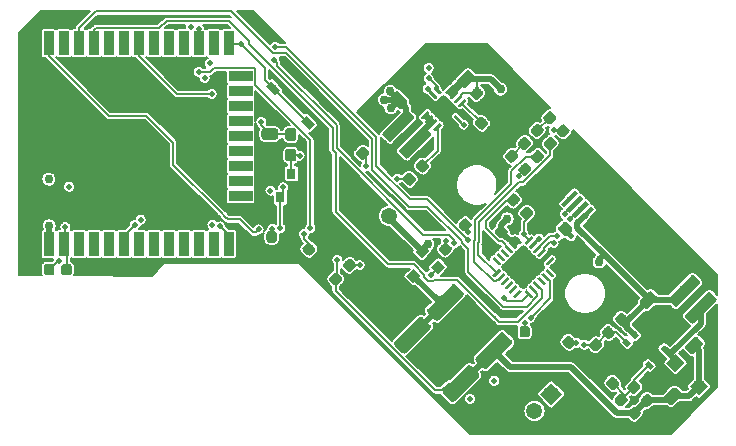
<source format=gbr>
G04 #@! TF.GenerationSoftware,KiCad,Pcbnew,5.1.2*
G04 #@! TF.CreationDate,2019-08-08T06:06:32-07:00*
G04 #@! TF.ProjectId,totoro,746f746f-726f-42e6-9b69-6361645f7063,rev?*
G04 #@! TF.SameCoordinates,Original*
G04 #@! TF.FileFunction,Copper,L1,Top*
G04 #@! TF.FilePolarity,Positive*
%FSLAX46Y46*%
G04 Gerber Fmt 4.6, Leading zero omitted, Abs format (unit mm)*
G04 Created by KiCad (PCBNEW 5.1.2) date 2019-08-08 06:06:32*
%MOMM*%
%LPD*%
G04 APERTURE LIST*
%ADD10C,0.100000*%
%ADD11C,1.000000*%
%ADD12C,0.875000*%
%ADD13C,1.680000*%
%ADD14C,0.500000*%
%ADD15C,0.250000*%
%ADD16C,0.950000*%
%ADD17C,1.350000*%
%ADD18C,1.350000*%
%ADD19C,0.975000*%
%ADD20C,1.100000*%
%ADD21C,0.700000*%
%ADD22C,1.500000*%
%ADD23C,0.400000*%
%ADD24C,1.100000*%
%ADD25C,1.430000*%
%ADD26R,0.800000X0.900000*%
%ADD27C,0.800000*%
%ADD28C,0.650000*%
%ADD29C,0.450000*%
%ADD30R,5.000000X5.000000*%
%ADD31R,0.900000X2.000000*%
%ADD32R,2.000000X0.900000*%
%ADD33C,2.600000*%
%ADD34C,0.508000*%
%ADD35C,0.762000*%
%ADD36C,0.203200*%
%ADD37C,0.508000*%
G04 APERTURE END LIST*
D10*
G36*
X159167808Y-90056070D02*
G01*
X159182369Y-90058230D01*
X159196648Y-90061807D01*
X159210508Y-90066766D01*
X159223815Y-90073060D01*
X159236441Y-90080628D01*
X159248264Y-90089396D01*
X159259171Y-90099282D01*
X159754146Y-90594257D01*
X159764032Y-90605164D01*
X159772800Y-90616987D01*
X159780368Y-90629613D01*
X159786662Y-90642920D01*
X159791621Y-90656780D01*
X159795198Y-90671059D01*
X159797358Y-90685620D01*
X159798080Y-90700323D01*
X159797358Y-90715026D01*
X159795198Y-90729587D01*
X159791621Y-90743866D01*
X159786662Y-90757726D01*
X159780368Y-90771033D01*
X159772800Y-90783659D01*
X159764032Y-90795482D01*
X159754146Y-90806389D01*
X157844957Y-92715578D01*
X157834050Y-92725464D01*
X157822227Y-92734232D01*
X157809601Y-92741800D01*
X157796294Y-92748094D01*
X157782434Y-92753053D01*
X157768155Y-92756630D01*
X157753594Y-92758790D01*
X157738891Y-92759512D01*
X157724188Y-92758790D01*
X157709627Y-92756630D01*
X157695348Y-92753053D01*
X157681488Y-92748094D01*
X157668181Y-92741800D01*
X157655555Y-92734232D01*
X157643732Y-92725464D01*
X157632825Y-92715578D01*
X157137850Y-92220603D01*
X157127964Y-92209696D01*
X157119196Y-92197873D01*
X157111628Y-92185247D01*
X157105334Y-92171940D01*
X157100375Y-92158080D01*
X157096798Y-92143801D01*
X157094638Y-92129240D01*
X157093916Y-92114537D01*
X157094638Y-92099834D01*
X157096798Y-92085273D01*
X157100375Y-92070994D01*
X157105334Y-92057134D01*
X157111628Y-92043827D01*
X157119196Y-92031201D01*
X157127964Y-92019378D01*
X157137850Y-92008471D01*
X159047039Y-90099282D01*
X159057946Y-90089396D01*
X159069769Y-90080628D01*
X159082395Y-90073060D01*
X159095702Y-90066766D01*
X159109562Y-90061807D01*
X159123841Y-90058230D01*
X159138402Y-90056070D01*
X159153105Y-90055348D01*
X159167808Y-90056070D01*
X159167808Y-90056070D01*
G37*
D11*
X158445998Y-91407430D03*
D10*
G36*
X160582022Y-91470284D02*
G01*
X160596583Y-91472444D01*
X160610862Y-91476021D01*
X160624722Y-91480980D01*
X160638029Y-91487274D01*
X160650655Y-91494842D01*
X160662478Y-91503610D01*
X160673385Y-91513496D01*
X161168360Y-92008471D01*
X161178246Y-92019378D01*
X161187014Y-92031201D01*
X161194582Y-92043827D01*
X161200876Y-92057134D01*
X161205835Y-92070994D01*
X161209412Y-92085273D01*
X161211572Y-92099834D01*
X161212294Y-92114537D01*
X161211572Y-92129240D01*
X161209412Y-92143801D01*
X161205835Y-92158080D01*
X161200876Y-92171940D01*
X161194582Y-92185247D01*
X161187014Y-92197873D01*
X161178246Y-92209696D01*
X161168360Y-92220603D01*
X159259171Y-94129792D01*
X159248264Y-94139678D01*
X159236441Y-94148446D01*
X159223815Y-94156014D01*
X159210508Y-94162308D01*
X159196648Y-94167267D01*
X159182369Y-94170844D01*
X159167808Y-94173004D01*
X159153105Y-94173726D01*
X159138402Y-94173004D01*
X159123841Y-94170844D01*
X159109562Y-94167267D01*
X159095702Y-94162308D01*
X159082395Y-94156014D01*
X159069769Y-94148446D01*
X159057946Y-94139678D01*
X159047039Y-94129792D01*
X158552064Y-93634817D01*
X158542178Y-93623910D01*
X158533410Y-93612087D01*
X158525842Y-93599461D01*
X158519548Y-93586154D01*
X158514589Y-93572294D01*
X158511012Y-93558015D01*
X158508852Y-93543454D01*
X158508130Y-93528751D01*
X158508852Y-93514048D01*
X158511012Y-93499487D01*
X158514589Y-93485208D01*
X158519548Y-93471348D01*
X158525842Y-93458041D01*
X158533410Y-93445415D01*
X158542178Y-93433592D01*
X158552064Y-93422685D01*
X160461253Y-91513496D01*
X160472160Y-91503610D01*
X160483983Y-91494842D01*
X160496609Y-91487274D01*
X160509916Y-91480980D01*
X160523776Y-91476021D01*
X160538055Y-91472444D01*
X160552616Y-91470284D01*
X160567319Y-91469562D01*
X160582022Y-91470284D01*
X160582022Y-91470284D01*
G37*
D11*
X159860212Y-92821644D03*
D10*
G36*
X184775681Y-105453321D02*
G01*
X184790242Y-105455481D01*
X184804521Y-105459058D01*
X184818381Y-105464017D01*
X184831688Y-105470311D01*
X184844314Y-105477879D01*
X184856137Y-105486647D01*
X184867044Y-105496533D01*
X185362019Y-105991508D01*
X185371905Y-106002415D01*
X185380673Y-106014238D01*
X185388241Y-106026864D01*
X185394535Y-106040171D01*
X185399494Y-106054031D01*
X185403071Y-106068310D01*
X185405231Y-106082871D01*
X185405953Y-106097574D01*
X185405231Y-106112277D01*
X185403071Y-106126838D01*
X185399494Y-106141117D01*
X185394535Y-106154977D01*
X185388241Y-106168284D01*
X185380673Y-106180910D01*
X185371905Y-106192733D01*
X185362019Y-106203640D01*
X183452830Y-108112829D01*
X183441923Y-108122715D01*
X183430100Y-108131483D01*
X183417474Y-108139051D01*
X183404167Y-108145345D01*
X183390307Y-108150304D01*
X183376028Y-108153881D01*
X183361467Y-108156041D01*
X183346764Y-108156763D01*
X183332061Y-108156041D01*
X183317500Y-108153881D01*
X183303221Y-108150304D01*
X183289361Y-108145345D01*
X183276054Y-108139051D01*
X183263428Y-108131483D01*
X183251605Y-108122715D01*
X183240698Y-108112829D01*
X182745723Y-107617854D01*
X182735837Y-107606947D01*
X182727069Y-107595124D01*
X182719501Y-107582498D01*
X182713207Y-107569191D01*
X182708248Y-107555331D01*
X182704671Y-107541052D01*
X182702511Y-107526491D01*
X182701789Y-107511788D01*
X182702511Y-107497085D01*
X182704671Y-107482524D01*
X182708248Y-107468245D01*
X182713207Y-107454385D01*
X182719501Y-107441078D01*
X182727069Y-107428452D01*
X182735837Y-107416629D01*
X182745723Y-107405722D01*
X184654912Y-105496533D01*
X184665819Y-105486647D01*
X184677642Y-105477879D01*
X184690268Y-105470311D01*
X184703575Y-105464017D01*
X184717435Y-105459058D01*
X184731714Y-105455481D01*
X184746275Y-105453321D01*
X184760978Y-105452599D01*
X184775681Y-105453321D01*
X184775681Y-105453321D01*
G37*
D11*
X184053871Y-106804681D03*
D10*
G36*
X183361467Y-104039107D02*
G01*
X183376028Y-104041267D01*
X183390307Y-104044844D01*
X183404167Y-104049803D01*
X183417474Y-104056097D01*
X183430100Y-104063665D01*
X183441923Y-104072433D01*
X183452830Y-104082319D01*
X183947805Y-104577294D01*
X183957691Y-104588201D01*
X183966459Y-104600024D01*
X183974027Y-104612650D01*
X183980321Y-104625957D01*
X183985280Y-104639817D01*
X183988857Y-104654096D01*
X183991017Y-104668657D01*
X183991739Y-104683360D01*
X183991017Y-104698063D01*
X183988857Y-104712624D01*
X183985280Y-104726903D01*
X183980321Y-104740763D01*
X183974027Y-104754070D01*
X183966459Y-104766696D01*
X183957691Y-104778519D01*
X183947805Y-104789426D01*
X182038616Y-106698615D01*
X182027709Y-106708501D01*
X182015886Y-106717269D01*
X182003260Y-106724837D01*
X181989953Y-106731131D01*
X181976093Y-106736090D01*
X181961814Y-106739667D01*
X181947253Y-106741827D01*
X181932550Y-106742549D01*
X181917847Y-106741827D01*
X181903286Y-106739667D01*
X181889007Y-106736090D01*
X181875147Y-106731131D01*
X181861840Y-106724837D01*
X181849214Y-106717269D01*
X181837391Y-106708501D01*
X181826484Y-106698615D01*
X181331509Y-106203640D01*
X181321623Y-106192733D01*
X181312855Y-106180910D01*
X181305287Y-106168284D01*
X181298993Y-106154977D01*
X181294034Y-106141117D01*
X181290457Y-106126838D01*
X181288297Y-106112277D01*
X181287575Y-106097574D01*
X181288297Y-106082871D01*
X181290457Y-106068310D01*
X181294034Y-106054031D01*
X181298993Y-106040171D01*
X181305287Y-106026864D01*
X181312855Y-106014238D01*
X181321623Y-106002415D01*
X181331509Y-105991508D01*
X183240698Y-104082319D01*
X183251605Y-104072433D01*
X183263428Y-104063665D01*
X183276054Y-104056097D01*
X183289361Y-104049803D01*
X183303221Y-104044844D01*
X183317500Y-104041267D01*
X183332061Y-104039107D01*
X183346764Y-104038385D01*
X183361467Y-104039107D01*
X183361467Y-104039107D01*
G37*
D11*
X182639657Y-105390467D03*
D10*
G36*
X163035349Y-98124682D02*
G01*
X163056584Y-98127832D01*
X163077408Y-98133048D01*
X163097620Y-98140280D01*
X163117026Y-98149459D01*
X163135439Y-98160495D01*
X163152682Y-98173283D01*
X163168588Y-98187699D01*
X163477947Y-98497058D01*
X163492363Y-98512964D01*
X163505151Y-98530207D01*
X163516187Y-98548620D01*
X163525366Y-98568026D01*
X163532598Y-98588238D01*
X163537814Y-98609062D01*
X163540964Y-98630297D01*
X163542017Y-98651738D01*
X163540964Y-98673179D01*
X163537814Y-98694414D01*
X163532598Y-98715238D01*
X163525366Y-98735450D01*
X163516187Y-98754856D01*
X163505151Y-98773269D01*
X163492363Y-98790512D01*
X163477947Y-98806418D01*
X163115554Y-99168811D01*
X163099648Y-99183227D01*
X163082405Y-99196015D01*
X163063992Y-99207051D01*
X163044586Y-99216230D01*
X163024374Y-99223462D01*
X163003550Y-99228678D01*
X162982315Y-99231828D01*
X162960874Y-99232881D01*
X162939433Y-99231828D01*
X162918198Y-99228678D01*
X162897374Y-99223462D01*
X162877162Y-99216230D01*
X162857756Y-99207051D01*
X162839343Y-99196015D01*
X162822100Y-99183227D01*
X162806194Y-99168811D01*
X162496835Y-98859452D01*
X162482419Y-98843546D01*
X162469631Y-98826303D01*
X162458595Y-98807890D01*
X162449416Y-98788484D01*
X162442184Y-98768272D01*
X162436968Y-98747448D01*
X162433818Y-98726213D01*
X162432765Y-98704772D01*
X162433818Y-98683331D01*
X162436968Y-98662096D01*
X162442184Y-98641272D01*
X162449416Y-98621060D01*
X162458595Y-98601654D01*
X162469631Y-98583241D01*
X162482419Y-98565998D01*
X162496835Y-98550092D01*
X162859228Y-98187699D01*
X162875134Y-98173283D01*
X162892377Y-98160495D01*
X162910790Y-98149459D01*
X162930196Y-98140280D01*
X162950408Y-98133048D01*
X162971232Y-98127832D01*
X162992467Y-98124682D01*
X163013908Y-98123629D01*
X163035349Y-98124682D01*
X163035349Y-98124682D01*
G37*
D12*
X162987391Y-98678255D03*
D10*
G36*
X164149043Y-99238376D02*
G01*
X164170278Y-99241526D01*
X164191102Y-99246742D01*
X164211314Y-99253974D01*
X164230720Y-99263153D01*
X164249133Y-99274189D01*
X164266376Y-99286977D01*
X164282282Y-99301393D01*
X164591641Y-99610752D01*
X164606057Y-99626658D01*
X164618845Y-99643901D01*
X164629881Y-99662314D01*
X164639060Y-99681720D01*
X164646292Y-99701932D01*
X164651508Y-99722756D01*
X164654658Y-99743991D01*
X164655711Y-99765432D01*
X164654658Y-99786873D01*
X164651508Y-99808108D01*
X164646292Y-99828932D01*
X164639060Y-99849144D01*
X164629881Y-99868550D01*
X164618845Y-99886963D01*
X164606057Y-99904206D01*
X164591641Y-99920112D01*
X164229248Y-100282505D01*
X164213342Y-100296921D01*
X164196099Y-100309709D01*
X164177686Y-100320745D01*
X164158280Y-100329924D01*
X164138068Y-100337156D01*
X164117244Y-100342372D01*
X164096009Y-100345522D01*
X164074568Y-100346575D01*
X164053127Y-100345522D01*
X164031892Y-100342372D01*
X164011068Y-100337156D01*
X163990856Y-100329924D01*
X163971450Y-100320745D01*
X163953037Y-100309709D01*
X163935794Y-100296921D01*
X163919888Y-100282505D01*
X163610529Y-99973146D01*
X163596113Y-99957240D01*
X163583325Y-99939997D01*
X163572289Y-99921584D01*
X163563110Y-99902178D01*
X163555878Y-99881966D01*
X163550662Y-99861142D01*
X163547512Y-99839907D01*
X163546459Y-99818466D01*
X163547512Y-99797025D01*
X163550662Y-99775790D01*
X163555878Y-99754966D01*
X163563110Y-99734754D01*
X163572289Y-99715348D01*
X163583325Y-99696935D01*
X163596113Y-99679692D01*
X163610529Y-99663786D01*
X163972922Y-99301393D01*
X163988828Y-99286977D01*
X164006071Y-99274189D01*
X164024484Y-99263153D01*
X164043890Y-99253974D01*
X164064102Y-99246742D01*
X164084926Y-99241526D01*
X164106161Y-99238376D01*
X164127602Y-99237323D01*
X164149043Y-99238376D01*
X164149043Y-99238376D01*
G37*
D12*
X164101085Y-99791949D03*
D10*
G36*
X163583358Y-102392073D02*
G01*
X163604593Y-102395223D01*
X163625417Y-102400439D01*
X163645629Y-102407671D01*
X163665035Y-102416850D01*
X163683448Y-102427886D01*
X163700691Y-102440674D01*
X163716597Y-102455090D01*
X164025956Y-102764449D01*
X164040372Y-102780355D01*
X164053160Y-102797598D01*
X164064196Y-102816011D01*
X164073375Y-102835417D01*
X164080607Y-102855629D01*
X164085823Y-102876453D01*
X164088973Y-102897688D01*
X164090026Y-102919129D01*
X164088973Y-102940570D01*
X164085823Y-102961805D01*
X164080607Y-102982629D01*
X164073375Y-103002841D01*
X164064196Y-103022247D01*
X164053160Y-103040660D01*
X164040372Y-103057903D01*
X164025956Y-103073809D01*
X163663563Y-103436202D01*
X163647657Y-103450618D01*
X163630414Y-103463406D01*
X163612001Y-103474442D01*
X163592595Y-103483621D01*
X163572383Y-103490853D01*
X163551559Y-103496069D01*
X163530324Y-103499219D01*
X163508883Y-103500272D01*
X163487442Y-103499219D01*
X163466207Y-103496069D01*
X163445383Y-103490853D01*
X163425171Y-103483621D01*
X163405765Y-103474442D01*
X163387352Y-103463406D01*
X163370109Y-103450618D01*
X163354203Y-103436202D01*
X163044844Y-103126843D01*
X163030428Y-103110937D01*
X163017640Y-103093694D01*
X163006604Y-103075281D01*
X162997425Y-103055875D01*
X162990193Y-103035663D01*
X162984977Y-103014839D01*
X162981827Y-102993604D01*
X162980774Y-102972163D01*
X162981827Y-102950722D01*
X162984977Y-102929487D01*
X162990193Y-102908663D01*
X162997425Y-102888451D01*
X163006604Y-102869045D01*
X163017640Y-102850632D01*
X163030428Y-102833389D01*
X163044844Y-102817483D01*
X163407237Y-102455090D01*
X163423143Y-102440674D01*
X163440386Y-102427886D01*
X163458799Y-102416850D01*
X163478205Y-102407671D01*
X163498417Y-102400439D01*
X163519241Y-102395223D01*
X163540476Y-102392073D01*
X163561917Y-102391020D01*
X163583358Y-102392073D01*
X163583358Y-102392073D01*
G37*
D12*
X163535400Y-102945646D03*
D10*
G36*
X162469664Y-101278379D02*
G01*
X162490899Y-101281529D01*
X162511723Y-101286745D01*
X162531935Y-101293977D01*
X162551341Y-101303156D01*
X162569754Y-101314192D01*
X162586997Y-101326980D01*
X162602903Y-101341396D01*
X162912262Y-101650755D01*
X162926678Y-101666661D01*
X162939466Y-101683904D01*
X162950502Y-101702317D01*
X162959681Y-101721723D01*
X162966913Y-101741935D01*
X162972129Y-101762759D01*
X162975279Y-101783994D01*
X162976332Y-101805435D01*
X162975279Y-101826876D01*
X162972129Y-101848111D01*
X162966913Y-101868935D01*
X162959681Y-101889147D01*
X162950502Y-101908553D01*
X162939466Y-101926966D01*
X162926678Y-101944209D01*
X162912262Y-101960115D01*
X162549869Y-102322508D01*
X162533963Y-102336924D01*
X162516720Y-102349712D01*
X162498307Y-102360748D01*
X162478901Y-102369927D01*
X162458689Y-102377159D01*
X162437865Y-102382375D01*
X162416630Y-102385525D01*
X162395189Y-102386578D01*
X162373748Y-102385525D01*
X162352513Y-102382375D01*
X162331689Y-102377159D01*
X162311477Y-102369927D01*
X162292071Y-102360748D01*
X162273658Y-102349712D01*
X162256415Y-102336924D01*
X162240509Y-102322508D01*
X161931150Y-102013149D01*
X161916734Y-101997243D01*
X161903946Y-101980000D01*
X161892910Y-101961587D01*
X161883731Y-101942181D01*
X161876499Y-101921969D01*
X161871283Y-101901145D01*
X161868133Y-101879910D01*
X161867080Y-101858469D01*
X161868133Y-101837028D01*
X161871283Y-101815793D01*
X161876499Y-101794969D01*
X161883731Y-101774757D01*
X161892910Y-101755351D01*
X161903946Y-101736938D01*
X161916734Y-101719695D01*
X161931150Y-101703789D01*
X162293543Y-101341396D01*
X162309449Y-101326980D01*
X162326692Y-101314192D01*
X162345105Y-101303156D01*
X162364511Y-101293977D01*
X162384723Y-101286745D01*
X162405547Y-101281529D01*
X162426782Y-101278379D01*
X162448223Y-101277326D01*
X162469664Y-101278379D01*
X162469664Y-101278379D01*
G37*
D12*
X162421706Y-101831952D03*
D10*
G36*
X173981362Y-108066604D02*
G01*
X174002597Y-108069754D01*
X174023421Y-108074970D01*
X174043633Y-108082202D01*
X174063039Y-108091381D01*
X174081452Y-108102417D01*
X174098695Y-108115205D01*
X174114601Y-108129621D01*
X174476994Y-108492014D01*
X174491410Y-108507920D01*
X174504198Y-108525163D01*
X174515234Y-108543576D01*
X174524413Y-108562982D01*
X174531645Y-108583194D01*
X174536861Y-108604018D01*
X174540011Y-108625253D01*
X174541064Y-108646694D01*
X174540011Y-108668135D01*
X174536861Y-108689370D01*
X174531645Y-108710194D01*
X174524413Y-108730406D01*
X174515234Y-108749812D01*
X174504198Y-108768225D01*
X174491410Y-108785468D01*
X174476994Y-108801374D01*
X174167635Y-109110733D01*
X174151729Y-109125149D01*
X174134486Y-109137937D01*
X174116073Y-109148973D01*
X174096667Y-109158152D01*
X174076455Y-109165384D01*
X174055631Y-109170600D01*
X174034396Y-109173750D01*
X174012955Y-109174803D01*
X173991514Y-109173750D01*
X173970279Y-109170600D01*
X173949455Y-109165384D01*
X173929243Y-109158152D01*
X173909837Y-109148973D01*
X173891424Y-109137937D01*
X173874181Y-109125149D01*
X173858275Y-109110733D01*
X173495882Y-108748340D01*
X173481466Y-108732434D01*
X173468678Y-108715191D01*
X173457642Y-108696778D01*
X173448463Y-108677372D01*
X173441231Y-108657160D01*
X173436015Y-108636336D01*
X173432865Y-108615101D01*
X173431812Y-108593660D01*
X173432865Y-108572219D01*
X173436015Y-108550984D01*
X173441231Y-108530160D01*
X173448463Y-108509948D01*
X173457642Y-108490542D01*
X173468678Y-108472129D01*
X173481466Y-108454886D01*
X173495882Y-108438980D01*
X173805241Y-108129621D01*
X173821147Y-108115205D01*
X173838390Y-108102417D01*
X173856803Y-108091381D01*
X173876209Y-108082202D01*
X173896421Y-108074970D01*
X173917245Y-108069754D01*
X173938480Y-108066604D01*
X173959921Y-108065551D01*
X173981362Y-108066604D01*
X173981362Y-108066604D01*
G37*
D12*
X173986438Y-108620177D03*
D10*
G36*
X172867668Y-109180298D02*
G01*
X172888903Y-109183448D01*
X172909727Y-109188664D01*
X172929939Y-109195896D01*
X172949345Y-109205075D01*
X172967758Y-109216111D01*
X172985001Y-109228899D01*
X173000907Y-109243315D01*
X173363300Y-109605708D01*
X173377716Y-109621614D01*
X173390504Y-109638857D01*
X173401540Y-109657270D01*
X173410719Y-109676676D01*
X173417951Y-109696888D01*
X173423167Y-109717712D01*
X173426317Y-109738947D01*
X173427370Y-109760388D01*
X173426317Y-109781829D01*
X173423167Y-109803064D01*
X173417951Y-109823888D01*
X173410719Y-109844100D01*
X173401540Y-109863506D01*
X173390504Y-109881919D01*
X173377716Y-109899162D01*
X173363300Y-109915068D01*
X173053941Y-110224427D01*
X173038035Y-110238843D01*
X173020792Y-110251631D01*
X173002379Y-110262667D01*
X172982973Y-110271846D01*
X172962761Y-110279078D01*
X172941937Y-110284294D01*
X172920702Y-110287444D01*
X172899261Y-110288497D01*
X172877820Y-110287444D01*
X172856585Y-110284294D01*
X172835761Y-110279078D01*
X172815549Y-110271846D01*
X172796143Y-110262667D01*
X172777730Y-110251631D01*
X172760487Y-110238843D01*
X172744581Y-110224427D01*
X172382188Y-109862034D01*
X172367772Y-109846128D01*
X172354984Y-109828885D01*
X172343948Y-109810472D01*
X172334769Y-109791066D01*
X172327537Y-109770854D01*
X172322321Y-109750030D01*
X172319171Y-109728795D01*
X172318118Y-109707354D01*
X172319171Y-109685913D01*
X172322321Y-109664678D01*
X172327537Y-109643854D01*
X172334769Y-109623642D01*
X172343948Y-109604236D01*
X172354984Y-109585823D01*
X172367772Y-109568580D01*
X172382188Y-109552674D01*
X172691547Y-109243315D01*
X172707453Y-109228899D01*
X172724696Y-109216111D01*
X172743109Y-109205075D01*
X172762515Y-109195896D01*
X172782727Y-109188664D01*
X172803551Y-109183448D01*
X172824786Y-109180298D01*
X172846227Y-109179245D01*
X172867668Y-109180298D01*
X172867668Y-109180298D01*
G37*
D12*
X172872744Y-109733871D03*
D10*
G36*
X170957104Y-108370737D02*
G01*
X170978339Y-108373887D01*
X170999163Y-108379103D01*
X171019375Y-108386335D01*
X171038781Y-108395514D01*
X171057194Y-108406550D01*
X171074437Y-108419338D01*
X171090343Y-108433754D01*
X171104759Y-108449660D01*
X171117547Y-108466903D01*
X171128583Y-108485316D01*
X171137762Y-108504722D01*
X171144994Y-108524934D01*
X171150210Y-108545758D01*
X171153360Y-108566993D01*
X171154413Y-108588434D01*
X171154413Y-109100934D01*
X171153360Y-109122375D01*
X171150210Y-109143610D01*
X171144994Y-109164434D01*
X171137762Y-109184646D01*
X171128583Y-109204052D01*
X171117547Y-109222465D01*
X171104759Y-109239708D01*
X171090343Y-109255614D01*
X171074437Y-109270030D01*
X171057194Y-109282818D01*
X171038781Y-109293854D01*
X171019375Y-109303033D01*
X170999163Y-109310265D01*
X170978339Y-109315481D01*
X170957104Y-109318631D01*
X170935663Y-109319684D01*
X170498163Y-109319684D01*
X170476722Y-109318631D01*
X170455487Y-109315481D01*
X170434663Y-109310265D01*
X170414451Y-109303033D01*
X170395045Y-109293854D01*
X170376632Y-109282818D01*
X170359389Y-109270030D01*
X170343483Y-109255614D01*
X170329067Y-109239708D01*
X170316279Y-109222465D01*
X170305243Y-109204052D01*
X170296064Y-109184646D01*
X170288832Y-109164434D01*
X170283616Y-109143610D01*
X170280466Y-109122375D01*
X170279413Y-109100934D01*
X170279413Y-108588434D01*
X170280466Y-108566993D01*
X170283616Y-108545758D01*
X170288832Y-108524934D01*
X170296064Y-108504722D01*
X170305243Y-108485316D01*
X170316279Y-108466903D01*
X170329067Y-108449660D01*
X170343483Y-108433754D01*
X170359389Y-108419338D01*
X170376632Y-108406550D01*
X170395045Y-108395514D01*
X170414451Y-108386335D01*
X170434663Y-108379103D01*
X170455487Y-108373887D01*
X170476722Y-108370737D01*
X170498163Y-108369684D01*
X170935663Y-108369684D01*
X170957104Y-108370737D01*
X170957104Y-108370737D01*
G37*
D12*
X170716913Y-108844684D03*
D10*
G36*
X169382104Y-108370737D02*
G01*
X169403339Y-108373887D01*
X169424163Y-108379103D01*
X169444375Y-108386335D01*
X169463781Y-108395514D01*
X169482194Y-108406550D01*
X169499437Y-108419338D01*
X169515343Y-108433754D01*
X169529759Y-108449660D01*
X169542547Y-108466903D01*
X169553583Y-108485316D01*
X169562762Y-108504722D01*
X169569994Y-108524934D01*
X169575210Y-108545758D01*
X169578360Y-108566993D01*
X169579413Y-108588434D01*
X169579413Y-109100934D01*
X169578360Y-109122375D01*
X169575210Y-109143610D01*
X169569994Y-109164434D01*
X169562762Y-109184646D01*
X169553583Y-109204052D01*
X169542547Y-109222465D01*
X169529759Y-109239708D01*
X169515343Y-109255614D01*
X169499437Y-109270030D01*
X169482194Y-109282818D01*
X169463781Y-109293854D01*
X169444375Y-109303033D01*
X169424163Y-109310265D01*
X169403339Y-109315481D01*
X169382104Y-109318631D01*
X169360663Y-109319684D01*
X168923163Y-109319684D01*
X168901722Y-109318631D01*
X168880487Y-109315481D01*
X168859663Y-109310265D01*
X168839451Y-109303033D01*
X168820045Y-109293854D01*
X168801632Y-109282818D01*
X168784389Y-109270030D01*
X168768483Y-109255614D01*
X168754067Y-109239708D01*
X168741279Y-109222465D01*
X168730243Y-109204052D01*
X168721064Y-109184646D01*
X168713832Y-109164434D01*
X168708616Y-109143610D01*
X168705466Y-109122375D01*
X168704413Y-109100934D01*
X168704413Y-108588434D01*
X168705466Y-108566993D01*
X168708616Y-108545758D01*
X168713832Y-108524934D01*
X168721064Y-108504722D01*
X168730243Y-108485316D01*
X168741279Y-108466903D01*
X168754067Y-108449660D01*
X168768483Y-108433754D01*
X168784389Y-108419338D01*
X168801632Y-108406550D01*
X168820045Y-108395514D01*
X168839451Y-108386335D01*
X168859663Y-108379103D01*
X168880487Y-108373887D01*
X168901722Y-108370737D01*
X168923163Y-108369684D01*
X169360663Y-108369684D01*
X169382104Y-108370737D01*
X169382104Y-108370737D01*
G37*
D12*
X169141913Y-108844684D03*
D10*
G36*
X149531768Y-100338004D02*
G01*
X149553003Y-100341154D01*
X149573827Y-100346370D01*
X149594039Y-100353602D01*
X149613445Y-100362781D01*
X149631858Y-100373817D01*
X149649101Y-100386605D01*
X149665007Y-100401021D01*
X149679423Y-100416927D01*
X149692211Y-100434170D01*
X149703247Y-100452583D01*
X149712426Y-100471989D01*
X149719658Y-100492201D01*
X149724874Y-100513025D01*
X149728024Y-100534260D01*
X149729077Y-100555701D01*
X149729077Y-101068201D01*
X149728024Y-101089642D01*
X149724874Y-101110877D01*
X149719658Y-101131701D01*
X149712426Y-101151913D01*
X149703247Y-101171319D01*
X149692211Y-101189732D01*
X149679423Y-101206975D01*
X149665007Y-101222881D01*
X149649101Y-101237297D01*
X149631858Y-101250085D01*
X149613445Y-101261121D01*
X149594039Y-101270300D01*
X149573827Y-101277532D01*
X149553003Y-101282748D01*
X149531768Y-101285898D01*
X149510327Y-101286951D01*
X149072827Y-101286951D01*
X149051386Y-101285898D01*
X149030151Y-101282748D01*
X149009327Y-101277532D01*
X148989115Y-101270300D01*
X148969709Y-101261121D01*
X148951296Y-101250085D01*
X148934053Y-101237297D01*
X148918147Y-101222881D01*
X148903731Y-101206975D01*
X148890943Y-101189732D01*
X148879907Y-101171319D01*
X148870728Y-101151913D01*
X148863496Y-101131701D01*
X148858280Y-101110877D01*
X148855130Y-101089642D01*
X148854077Y-101068201D01*
X148854077Y-100555701D01*
X148855130Y-100534260D01*
X148858280Y-100513025D01*
X148863496Y-100492201D01*
X148870728Y-100471989D01*
X148879907Y-100452583D01*
X148890943Y-100434170D01*
X148903731Y-100416927D01*
X148918147Y-100401021D01*
X148934053Y-100386605D01*
X148951296Y-100373817D01*
X148969709Y-100362781D01*
X148989115Y-100353602D01*
X149009327Y-100346370D01*
X149030151Y-100341154D01*
X149051386Y-100338004D01*
X149072827Y-100336951D01*
X149510327Y-100336951D01*
X149531768Y-100338004D01*
X149531768Y-100338004D01*
G37*
D12*
X149291577Y-100811951D03*
D10*
G36*
X147956768Y-100338004D02*
G01*
X147978003Y-100341154D01*
X147998827Y-100346370D01*
X148019039Y-100353602D01*
X148038445Y-100362781D01*
X148056858Y-100373817D01*
X148074101Y-100386605D01*
X148090007Y-100401021D01*
X148104423Y-100416927D01*
X148117211Y-100434170D01*
X148128247Y-100452583D01*
X148137426Y-100471989D01*
X148144658Y-100492201D01*
X148149874Y-100513025D01*
X148153024Y-100534260D01*
X148154077Y-100555701D01*
X148154077Y-101068201D01*
X148153024Y-101089642D01*
X148149874Y-101110877D01*
X148144658Y-101131701D01*
X148137426Y-101151913D01*
X148128247Y-101171319D01*
X148117211Y-101189732D01*
X148104423Y-101206975D01*
X148090007Y-101222881D01*
X148074101Y-101237297D01*
X148056858Y-101250085D01*
X148038445Y-101261121D01*
X148019039Y-101270300D01*
X147998827Y-101277532D01*
X147978003Y-101282748D01*
X147956768Y-101285898D01*
X147935327Y-101286951D01*
X147497827Y-101286951D01*
X147476386Y-101285898D01*
X147455151Y-101282748D01*
X147434327Y-101277532D01*
X147414115Y-101270300D01*
X147394709Y-101261121D01*
X147376296Y-101250085D01*
X147359053Y-101237297D01*
X147343147Y-101222881D01*
X147328731Y-101206975D01*
X147315943Y-101189732D01*
X147304907Y-101171319D01*
X147295728Y-101151913D01*
X147288496Y-101131701D01*
X147283280Y-101110877D01*
X147280130Y-101089642D01*
X147279077Y-101068201D01*
X147279077Y-100555701D01*
X147280130Y-100534260D01*
X147283280Y-100513025D01*
X147288496Y-100492201D01*
X147295728Y-100471989D01*
X147304907Y-100452583D01*
X147315943Y-100434170D01*
X147328731Y-100416927D01*
X147343147Y-100401021D01*
X147359053Y-100386605D01*
X147376296Y-100373817D01*
X147394709Y-100362781D01*
X147414115Y-100353602D01*
X147434327Y-100346370D01*
X147455151Y-100341154D01*
X147476386Y-100338004D01*
X147497827Y-100336951D01*
X147935327Y-100336951D01*
X147956768Y-100338004D01*
X147956768Y-100338004D01*
G37*
D12*
X147716577Y-100811951D03*
D10*
G36*
X151983270Y-100168221D02*
G01*
X152004505Y-100171371D01*
X152025329Y-100176587D01*
X152045541Y-100183819D01*
X152064947Y-100192998D01*
X152083360Y-100204034D01*
X152100603Y-100216822D01*
X152116509Y-100231238D01*
X152478902Y-100593631D01*
X152493318Y-100609537D01*
X152506106Y-100626780D01*
X152517142Y-100645193D01*
X152526321Y-100664599D01*
X152533553Y-100684811D01*
X152538769Y-100705635D01*
X152541919Y-100726870D01*
X152542972Y-100748311D01*
X152541919Y-100769752D01*
X152538769Y-100790987D01*
X152533553Y-100811811D01*
X152526321Y-100832023D01*
X152517142Y-100851429D01*
X152506106Y-100869842D01*
X152493318Y-100887085D01*
X152478902Y-100902991D01*
X152169543Y-101212350D01*
X152153637Y-101226766D01*
X152136394Y-101239554D01*
X152117981Y-101250590D01*
X152098575Y-101259769D01*
X152078363Y-101267001D01*
X152057539Y-101272217D01*
X152036304Y-101275367D01*
X152014863Y-101276420D01*
X151993422Y-101275367D01*
X151972187Y-101272217D01*
X151951363Y-101267001D01*
X151931151Y-101259769D01*
X151911745Y-101250590D01*
X151893332Y-101239554D01*
X151876089Y-101226766D01*
X151860183Y-101212350D01*
X151497790Y-100849957D01*
X151483374Y-100834051D01*
X151470586Y-100816808D01*
X151459550Y-100798395D01*
X151450371Y-100778989D01*
X151443139Y-100758777D01*
X151437923Y-100737953D01*
X151434773Y-100716718D01*
X151433720Y-100695277D01*
X151434773Y-100673836D01*
X151437923Y-100652601D01*
X151443139Y-100631777D01*
X151450371Y-100611565D01*
X151459550Y-100592159D01*
X151470586Y-100573746D01*
X151483374Y-100556503D01*
X151497790Y-100540597D01*
X151807149Y-100231238D01*
X151823055Y-100216822D01*
X151840298Y-100204034D01*
X151858711Y-100192998D01*
X151878117Y-100183819D01*
X151898329Y-100176587D01*
X151919153Y-100171371D01*
X151940388Y-100168221D01*
X151961829Y-100167168D01*
X151983270Y-100168221D01*
X151983270Y-100168221D01*
G37*
D12*
X151988346Y-100721794D03*
D10*
G36*
X150869576Y-101281915D02*
G01*
X150890811Y-101285065D01*
X150911635Y-101290281D01*
X150931847Y-101297513D01*
X150951253Y-101306692D01*
X150969666Y-101317728D01*
X150986909Y-101330516D01*
X151002815Y-101344932D01*
X151365208Y-101707325D01*
X151379624Y-101723231D01*
X151392412Y-101740474D01*
X151403448Y-101758887D01*
X151412627Y-101778293D01*
X151419859Y-101798505D01*
X151425075Y-101819329D01*
X151428225Y-101840564D01*
X151429278Y-101862005D01*
X151428225Y-101883446D01*
X151425075Y-101904681D01*
X151419859Y-101925505D01*
X151412627Y-101945717D01*
X151403448Y-101965123D01*
X151392412Y-101983536D01*
X151379624Y-102000779D01*
X151365208Y-102016685D01*
X151055849Y-102326044D01*
X151039943Y-102340460D01*
X151022700Y-102353248D01*
X151004287Y-102364284D01*
X150984881Y-102373463D01*
X150964669Y-102380695D01*
X150943845Y-102385911D01*
X150922610Y-102389061D01*
X150901169Y-102390114D01*
X150879728Y-102389061D01*
X150858493Y-102385911D01*
X150837669Y-102380695D01*
X150817457Y-102373463D01*
X150798051Y-102364284D01*
X150779638Y-102353248D01*
X150762395Y-102340460D01*
X150746489Y-102326044D01*
X150384096Y-101963651D01*
X150369680Y-101947745D01*
X150356892Y-101930502D01*
X150345856Y-101912089D01*
X150336677Y-101892683D01*
X150329445Y-101872471D01*
X150324229Y-101851647D01*
X150321079Y-101830412D01*
X150320026Y-101808971D01*
X150321079Y-101787530D01*
X150324229Y-101766295D01*
X150329445Y-101745471D01*
X150336677Y-101725259D01*
X150345856Y-101705853D01*
X150356892Y-101687440D01*
X150369680Y-101670197D01*
X150384096Y-101654291D01*
X150693455Y-101344932D01*
X150709361Y-101330516D01*
X150726604Y-101317728D01*
X150745017Y-101306692D01*
X150764423Y-101297513D01*
X150784635Y-101290281D01*
X150805459Y-101285065D01*
X150826694Y-101281915D01*
X150848135Y-101280862D01*
X150869576Y-101281915D01*
X150869576Y-101281915D01*
G37*
D12*
X150874652Y-101835488D03*
D10*
G36*
X162290293Y-88887407D02*
G01*
X162314562Y-88891007D01*
X162338360Y-88896968D01*
X162361460Y-88905233D01*
X162383638Y-88915723D01*
X162404682Y-88928336D01*
X162424387Y-88942950D01*
X162442566Y-88959426D01*
X163276952Y-89793812D01*
X163293428Y-89811991D01*
X163308042Y-89831696D01*
X163320655Y-89852740D01*
X163331145Y-89874918D01*
X163339410Y-89898018D01*
X163345371Y-89921816D01*
X163348971Y-89946085D01*
X163350175Y-89970589D01*
X163348971Y-89995093D01*
X163345371Y-90019362D01*
X163339410Y-90043160D01*
X163331145Y-90066260D01*
X163320655Y-90088438D01*
X163308042Y-90109482D01*
X163293428Y-90129187D01*
X163276952Y-90147366D01*
X162442566Y-90981752D01*
X162424387Y-90998228D01*
X162404682Y-91012842D01*
X162383638Y-91025455D01*
X162361460Y-91035945D01*
X162338360Y-91044210D01*
X162314562Y-91050171D01*
X162290293Y-91053771D01*
X162265789Y-91054975D01*
X162241285Y-91053771D01*
X162217016Y-91050171D01*
X162193218Y-91044210D01*
X162170118Y-91035945D01*
X162147940Y-91025455D01*
X162126896Y-91012842D01*
X162107191Y-90998228D01*
X162089012Y-90981752D01*
X161254626Y-90147366D01*
X161238150Y-90129187D01*
X161223536Y-90109482D01*
X161210923Y-90088438D01*
X161200433Y-90066260D01*
X161192168Y-90043160D01*
X161186207Y-90019362D01*
X161182607Y-89995093D01*
X161181403Y-89970589D01*
X161182607Y-89946085D01*
X161186207Y-89921816D01*
X161192168Y-89898018D01*
X161200433Y-89874918D01*
X161210923Y-89852740D01*
X161223536Y-89831696D01*
X161238150Y-89811991D01*
X161254626Y-89793812D01*
X162089012Y-88959426D01*
X162107191Y-88942950D01*
X162126896Y-88928336D01*
X162147940Y-88915723D01*
X162170118Y-88905233D01*
X162193218Y-88896968D01*
X162217016Y-88891007D01*
X162241285Y-88887407D01*
X162265789Y-88886203D01*
X162290293Y-88887407D01*
X162290293Y-88887407D01*
G37*
D13*
X162265789Y-89970589D03*
D14*
X161431403Y-89970589D03*
X162265789Y-89136203D03*
X162265789Y-90804975D03*
X163100175Y-89970589D03*
D10*
G36*
X160910734Y-90120522D02*
G01*
X160916801Y-90121422D01*
X160922751Y-90122912D01*
X160928526Y-90124979D01*
X160934070Y-90127601D01*
X160939331Y-90130754D01*
X160944258Y-90134408D01*
X160948802Y-90138527D01*
X161037191Y-90226916D01*
X161041310Y-90231460D01*
X161044964Y-90236387D01*
X161048117Y-90241648D01*
X161050739Y-90247192D01*
X161052806Y-90252967D01*
X161054296Y-90258917D01*
X161055196Y-90264984D01*
X161055497Y-90271110D01*
X161055196Y-90277236D01*
X161054296Y-90283303D01*
X161052806Y-90289253D01*
X161050739Y-90295028D01*
X161048117Y-90300572D01*
X161044964Y-90305833D01*
X161041310Y-90310760D01*
X161037191Y-90315304D01*
X160542216Y-90810279D01*
X160537672Y-90814398D01*
X160532745Y-90818052D01*
X160527484Y-90821205D01*
X160521940Y-90823827D01*
X160516165Y-90825894D01*
X160510215Y-90827384D01*
X160504148Y-90828284D01*
X160498022Y-90828585D01*
X160491896Y-90828284D01*
X160485829Y-90827384D01*
X160479879Y-90825894D01*
X160474104Y-90823827D01*
X160468560Y-90821205D01*
X160463299Y-90818052D01*
X160458372Y-90814398D01*
X160453828Y-90810279D01*
X160365439Y-90721890D01*
X160361320Y-90717346D01*
X160357666Y-90712419D01*
X160354513Y-90707158D01*
X160351891Y-90701614D01*
X160349824Y-90695839D01*
X160348334Y-90689889D01*
X160347434Y-90683822D01*
X160347133Y-90677696D01*
X160347434Y-90671570D01*
X160348334Y-90665503D01*
X160349824Y-90659553D01*
X160351891Y-90653778D01*
X160354513Y-90648234D01*
X160357666Y-90642973D01*
X160361320Y-90638046D01*
X160365439Y-90633502D01*
X160860414Y-90138527D01*
X160864958Y-90134408D01*
X160869885Y-90130754D01*
X160875146Y-90127601D01*
X160880690Y-90124979D01*
X160886465Y-90122912D01*
X160892415Y-90121422D01*
X160898482Y-90120522D01*
X160904608Y-90120221D01*
X160910734Y-90120522D01*
X160910734Y-90120522D01*
G37*
D15*
X160701315Y-90474403D03*
D10*
G36*
X161264288Y-90474075D02*
G01*
X161270355Y-90474975D01*
X161276305Y-90476465D01*
X161282080Y-90478532D01*
X161287624Y-90481154D01*
X161292885Y-90484307D01*
X161297812Y-90487961D01*
X161302356Y-90492080D01*
X161390745Y-90580469D01*
X161394864Y-90585013D01*
X161398518Y-90589940D01*
X161401671Y-90595201D01*
X161404293Y-90600745D01*
X161406360Y-90606520D01*
X161407850Y-90612470D01*
X161408750Y-90618537D01*
X161409051Y-90624663D01*
X161408750Y-90630789D01*
X161407850Y-90636856D01*
X161406360Y-90642806D01*
X161404293Y-90648581D01*
X161401671Y-90654125D01*
X161398518Y-90659386D01*
X161394864Y-90664313D01*
X161390745Y-90668857D01*
X160895770Y-91163832D01*
X160891226Y-91167951D01*
X160886299Y-91171605D01*
X160881038Y-91174758D01*
X160875494Y-91177380D01*
X160869719Y-91179447D01*
X160863769Y-91180937D01*
X160857702Y-91181837D01*
X160851576Y-91182138D01*
X160845450Y-91181837D01*
X160839383Y-91180937D01*
X160833433Y-91179447D01*
X160827658Y-91177380D01*
X160822114Y-91174758D01*
X160816853Y-91171605D01*
X160811926Y-91167951D01*
X160807382Y-91163832D01*
X160718993Y-91075443D01*
X160714874Y-91070899D01*
X160711220Y-91065972D01*
X160708067Y-91060711D01*
X160705445Y-91055167D01*
X160703378Y-91049392D01*
X160701888Y-91043442D01*
X160700988Y-91037375D01*
X160700687Y-91031249D01*
X160700988Y-91025123D01*
X160701888Y-91019056D01*
X160703378Y-91013106D01*
X160705445Y-91007331D01*
X160708067Y-91001787D01*
X160711220Y-90996526D01*
X160714874Y-90991599D01*
X160718993Y-90987055D01*
X161213968Y-90492080D01*
X161218512Y-90487961D01*
X161223439Y-90484307D01*
X161228700Y-90481154D01*
X161234244Y-90478532D01*
X161240019Y-90476465D01*
X161245969Y-90474975D01*
X161252036Y-90474075D01*
X161258162Y-90473774D01*
X161264288Y-90474075D01*
X161264288Y-90474075D01*
G37*
D15*
X161054869Y-90827956D03*
D10*
G36*
X161617841Y-90827628D02*
G01*
X161623908Y-90828528D01*
X161629858Y-90830018D01*
X161635633Y-90832085D01*
X161641177Y-90834707D01*
X161646438Y-90837860D01*
X161651365Y-90841514D01*
X161655909Y-90845633D01*
X161744298Y-90934022D01*
X161748417Y-90938566D01*
X161752071Y-90943493D01*
X161755224Y-90948754D01*
X161757846Y-90954298D01*
X161759913Y-90960073D01*
X161761403Y-90966023D01*
X161762303Y-90972090D01*
X161762604Y-90978216D01*
X161762303Y-90984342D01*
X161761403Y-90990409D01*
X161759913Y-90996359D01*
X161757846Y-91002134D01*
X161755224Y-91007678D01*
X161752071Y-91012939D01*
X161748417Y-91017866D01*
X161744298Y-91022410D01*
X161249323Y-91517385D01*
X161244779Y-91521504D01*
X161239852Y-91525158D01*
X161234591Y-91528311D01*
X161229047Y-91530933D01*
X161223272Y-91533000D01*
X161217322Y-91534490D01*
X161211255Y-91535390D01*
X161205129Y-91535691D01*
X161199003Y-91535390D01*
X161192936Y-91534490D01*
X161186986Y-91533000D01*
X161181211Y-91530933D01*
X161175667Y-91528311D01*
X161170406Y-91525158D01*
X161165479Y-91521504D01*
X161160935Y-91517385D01*
X161072546Y-91428996D01*
X161068427Y-91424452D01*
X161064773Y-91419525D01*
X161061620Y-91414264D01*
X161058998Y-91408720D01*
X161056931Y-91402945D01*
X161055441Y-91396995D01*
X161054541Y-91390928D01*
X161054240Y-91384802D01*
X161054541Y-91378676D01*
X161055441Y-91372609D01*
X161056931Y-91366659D01*
X161058998Y-91360884D01*
X161061620Y-91355340D01*
X161064773Y-91350079D01*
X161068427Y-91345152D01*
X161072546Y-91340608D01*
X161567521Y-90845633D01*
X161572065Y-90841514D01*
X161576992Y-90837860D01*
X161582253Y-90834707D01*
X161587797Y-90832085D01*
X161593572Y-90830018D01*
X161599522Y-90828528D01*
X161605589Y-90827628D01*
X161611715Y-90827327D01*
X161617841Y-90827628D01*
X161617841Y-90827628D01*
G37*
D15*
X161408422Y-91181509D03*
D10*
G36*
X161971394Y-91181182D02*
G01*
X161977461Y-91182082D01*
X161983411Y-91183572D01*
X161989186Y-91185639D01*
X161994730Y-91188261D01*
X161999991Y-91191414D01*
X162004918Y-91195068D01*
X162009462Y-91199187D01*
X162097851Y-91287576D01*
X162101970Y-91292120D01*
X162105624Y-91297047D01*
X162108777Y-91302308D01*
X162111399Y-91307852D01*
X162113466Y-91313627D01*
X162114956Y-91319577D01*
X162115856Y-91325644D01*
X162116157Y-91331770D01*
X162115856Y-91337896D01*
X162114956Y-91343963D01*
X162113466Y-91349913D01*
X162111399Y-91355688D01*
X162108777Y-91361232D01*
X162105624Y-91366493D01*
X162101970Y-91371420D01*
X162097851Y-91375964D01*
X161602876Y-91870939D01*
X161598332Y-91875058D01*
X161593405Y-91878712D01*
X161588144Y-91881865D01*
X161582600Y-91884487D01*
X161576825Y-91886554D01*
X161570875Y-91888044D01*
X161564808Y-91888944D01*
X161558682Y-91889245D01*
X161552556Y-91888944D01*
X161546489Y-91888044D01*
X161540539Y-91886554D01*
X161534764Y-91884487D01*
X161529220Y-91881865D01*
X161523959Y-91878712D01*
X161519032Y-91875058D01*
X161514488Y-91870939D01*
X161426099Y-91782550D01*
X161421980Y-91778006D01*
X161418326Y-91773079D01*
X161415173Y-91767818D01*
X161412551Y-91762274D01*
X161410484Y-91756499D01*
X161408994Y-91750549D01*
X161408094Y-91744482D01*
X161407793Y-91738356D01*
X161408094Y-91732230D01*
X161408994Y-91726163D01*
X161410484Y-91720213D01*
X161412551Y-91714438D01*
X161415173Y-91708894D01*
X161418326Y-91703633D01*
X161421980Y-91698706D01*
X161426099Y-91694162D01*
X161921074Y-91199187D01*
X161925618Y-91195068D01*
X161930545Y-91191414D01*
X161935806Y-91188261D01*
X161941350Y-91185639D01*
X161947125Y-91183572D01*
X161953075Y-91182082D01*
X161959142Y-91181182D01*
X161965268Y-91180881D01*
X161971394Y-91181182D01*
X161971394Y-91181182D01*
G37*
D15*
X161761975Y-91535063D03*
D10*
G36*
X162572436Y-91181182D02*
G01*
X162578503Y-91182082D01*
X162584453Y-91183572D01*
X162590228Y-91185639D01*
X162595772Y-91188261D01*
X162601033Y-91191414D01*
X162605960Y-91195068D01*
X162610504Y-91199187D01*
X163105479Y-91694162D01*
X163109598Y-91698706D01*
X163113252Y-91703633D01*
X163116405Y-91708894D01*
X163119027Y-91714438D01*
X163121094Y-91720213D01*
X163122584Y-91726163D01*
X163123484Y-91732230D01*
X163123785Y-91738356D01*
X163123484Y-91744482D01*
X163122584Y-91750549D01*
X163121094Y-91756499D01*
X163119027Y-91762274D01*
X163116405Y-91767818D01*
X163113252Y-91773079D01*
X163109598Y-91778006D01*
X163105479Y-91782550D01*
X163017090Y-91870939D01*
X163012546Y-91875058D01*
X163007619Y-91878712D01*
X163002358Y-91881865D01*
X162996814Y-91884487D01*
X162991039Y-91886554D01*
X162985089Y-91888044D01*
X162979022Y-91888944D01*
X162972896Y-91889245D01*
X162966770Y-91888944D01*
X162960703Y-91888044D01*
X162954753Y-91886554D01*
X162948978Y-91884487D01*
X162943434Y-91881865D01*
X162938173Y-91878712D01*
X162933246Y-91875058D01*
X162928702Y-91870939D01*
X162433727Y-91375964D01*
X162429608Y-91371420D01*
X162425954Y-91366493D01*
X162422801Y-91361232D01*
X162420179Y-91355688D01*
X162418112Y-91349913D01*
X162416622Y-91343963D01*
X162415722Y-91337896D01*
X162415421Y-91331770D01*
X162415722Y-91325644D01*
X162416622Y-91319577D01*
X162418112Y-91313627D01*
X162420179Y-91307852D01*
X162422801Y-91302308D01*
X162425954Y-91297047D01*
X162429608Y-91292120D01*
X162433727Y-91287576D01*
X162522116Y-91199187D01*
X162526660Y-91195068D01*
X162531587Y-91191414D01*
X162536848Y-91188261D01*
X162542392Y-91185639D01*
X162548167Y-91183572D01*
X162554117Y-91182082D01*
X162560184Y-91181182D01*
X162566310Y-91180881D01*
X162572436Y-91181182D01*
X162572436Y-91181182D01*
G37*
D15*
X162769603Y-91535063D03*
D10*
G36*
X162925989Y-90827628D02*
G01*
X162932056Y-90828528D01*
X162938006Y-90830018D01*
X162943781Y-90832085D01*
X162949325Y-90834707D01*
X162954586Y-90837860D01*
X162959513Y-90841514D01*
X162964057Y-90845633D01*
X163459032Y-91340608D01*
X163463151Y-91345152D01*
X163466805Y-91350079D01*
X163469958Y-91355340D01*
X163472580Y-91360884D01*
X163474647Y-91366659D01*
X163476137Y-91372609D01*
X163477037Y-91378676D01*
X163477338Y-91384802D01*
X163477037Y-91390928D01*
X163476137Y-91396995D01*
X163474647Y-91402945D01*
X163472580Y-91408720D01*
X163469958Y-91414264D01*
X163466805Y-91419525D01*
X163463151Y-91424452D01*
X163459032Y-91428996D01*
X163370643Y-91517385D01*
X163366099Y-91521504D01*
X163361172Y-91525158D01*
X163355911Y-91528311D01*
X163350367Y-91530933D01*
X163344592Y-91533000D01*
X163338642Y-91534490D01*
X163332575Y-91535390D01*
X163326449Y-91535691D01*
X163320323Y-91535390D01*
X163314256Y-91534490D01*
X163308306Y-91533000D01*
X163302531Y-91530933D01*
X163296987Y-91528311D01*
X163291726Y-91525158D01*
X163286799Y-91521504D01*
X163282255Y-91517385D01*
X162787280Y-91022410D01*
X162783161Y-91017866D01*
X162779507Y-91012939D01*
X162776354Y-91007678D01*
X162773732Y-91002134D01*
X162771665Y-90996359D01*
X162770175Y-90990409D01*
X162769275Y-90984342D01*
X162768974Y-90978216D01*
X162769275Y-90972090D01*
X162770175Y-90966023D01*
X162771665Y-90960073D01*
X162773732Y-90954298D01*
X162776354Y-90948754D01*
X162779507Y-90943493D01*
X162783161Y-90938566D01*
X162787280Y-90934022D01*
X162875669Y-90845633D01*
X162880213Y-90841514D01*
X162885140Y-90837860D01*
X162890401Y-90834707D01*
X162895945Y-90832085D01*
X162901720Y-90830018D01*
X162907670Y-90828528D01*
X162913737Y-90827628D01*
X162919863Y-90827327D01*
X162925989Y-90827628D01*
X162925989Y-90827628D01*
G37*
D15*
X163123156Y-91181509D03*
D10*
G36*
X163279542Y-90474075D02*
G01*
X163285609Y-90474975D01*
X163291559Y-90476465D01*
X163297334Y-90478532D01*
X163302878Y-90481154D01*
X163308139Y-90484307D01*
X163313066Y-90487961D01*
X163317610Y-90492080D01*
X163812585Y-90987055D01*
X163816704Y-90991599D01*
X163820358Y-90996526D01*
X163823511Y-91001787D01*
X163826133Y-91007331D01*
X163828200Y-91013106D01*
X163829690Y-91019056D01*
X163830590Y-91025123D01*
X163830891Y-91031249D01*
X163830590Y-91037375D01*
X163829690Y-91043442D01*
X163828200Y-91049392D01*
X163826133Y-91055167D01*
X163823511Y-91060711D01*
X163820358Y-91065972D01*
X163816704Y-91070899D01*
X163812585Y-91075443D01*
X163724196Y-91163832D01*
X163719652Y-91167951D01*
X163714725Y-91171605D01*
X163709464Y-91174758D01*
X163703920Y-91177380D01*
X163698145Y-91179447D01*
X163692195Y-91180937D01*
X163686128Y-91181837D01*
X163680002Y-91182138D01*
X163673876Y-91181837D01*
X163667809Y-91180937D01*
X163661859Y-91179447D01*
X163656084Y-91177380D01*
X163650540Y-91174758D01*
X163645279Y-91171605D01*
X163640352Y-91167951D01*
X163635808Y-91163832D01*
X163140833Y-90668857D01*
X163136714Y-90664313D01*
X163133060Y-90659386D01*
X163129907Y-90654125D01*
X163127285Y-90648581D01*
X163125218Y-90642806D01*
X163123728Y-90636856D01*
X163122828Y-90630789D01*
X163122527Y-90624663D01*
X163122828Y-90618537D01*
X163123728Y-90612470D01*
X163125218Y-90606520D01*
X163127285Y-90600745D01*
X163129907Y-90595201D01*
X163133060Y-90589940D01*
X163136714Y-90585013D01*
X163140833Y-90580469D01*
X163229222Y-90492080D01*
X163233766Y-90487961D01*
X163238693Y-90484307D01*
X163243954Y-90481154D01*
X163249498Y-90478532D01*
X163255273Y-90476465D01*
X163261223Y-90474975D01*
X163267290Y-90474075D01*
X163273416Y-90473774D01*
X163279542Y-90474075D01*
X163279542Y-90474075D01*
G37*
D15*
X163476709Y-90827956D03*
D10*
G36*
X163633096Y-90120522D02*
G01*
X163639163Y-90121422D01*
X163645113Y-90122912D01*
X163650888Y-90124979D01*
X163656432Y-90127601D01*
X163661693Y-90130754D01*
X163666620Y-90134408D01*
X163671164Y-90138527D01*
X164166139Y-90633502D01*
X164170258Y-90638046D01*
X164173912Y-90642973D01*
X164177065Y-90648234D01*
X164179687Y-90653778D01*
X164181754Y-90659553D01*
X164183244Y-90665503D01*
X164184144Y-90671570D01*
X164184445Y-90677696D01*
X164184144Y-90683822D01*
X164183244Y-90689889D01*
X164181754Y-90695839D01*
X164179687Y-90701614D01*
X164177065Y-90707158D01*
X164173912Y-90712419D01*
X164170258Y-90717346D01*
X164166139Y-90721890D01*
X164077750Y-90810279D01*
X164073206Y-90814398D01*
X164068279Y-90818052D01*
X164063018Y-90821205D01*
X164057474Y-90823827D01*
X164051699Y-90825894D01*
X164045749Y-90827384D01*
X164039682Y-90828284D01*
X164033556Y-90828585D01*
X164027430Y-90828284D01*
X164021363Y-90827384D01*
X164015413Y-90825894D01*
X164009638Y-90823827D01*
X164004094Y-90821205D01*
X163998833Y-90818052D01*
X163993906Y-90814398D01*
X163989362Y-90810279D01*
X163494387Y-90315304D01*
X163490268Y-90310760D01*
X163486614Y-90305833D01*
X163483461Y-90300572D01*
X163480839Y-90295028D01*
X163478772Y-90289253D01*
X163477282Y-90283303D01*
X163476382Y-90277236D01*
X163476081Y-90271110D01*
X163476382Y-90264984D01*
X163477282Y-90258917D01*
X163478772Y-90252967D01*
X163480839Y-90247192D01*
X163483461Y-90241648D01*
X163486614Y-90236387D01*
X163490268Y-90231460D01*
X163494387Y-90226916D01*
X163582776Y-90138527D01*
X163587320Y-90134408D01*
X163592247Y-90130754D01*
X163597508Y-90127601D01*
X163603052Y-90124979D01*
X163608827Y-90122912D01*
X163614777Y-90121422D01*
X163620844Y-90120522D01*
X163626970Y-90120221D01*
X163633096Y-90120522D01*
X163633096Y-90120522D01*
G37*
D15*
X163830263Y-90474403D03*
D10*
G36*
X164039682Y-89112894D02*
G01*
X164045749Y-89113794D01*
X164051699Y-89115284D01*
X164057474Y-89117351D01*
X164063018Y-89119973D01*
X164068279Y-89123126D01*
X164073206Y-89126780D01*
X164077750Y-89130899D01*
X164166139Y-89219288D01*
X164170258Y-89223832D01*
X164173912Y-89228759D01*
X164177065Y-89234020D01*
X164179687Y-89239564D01*
X164181754Y-89245339D01*
X164183244Y-89251289D01*
X164184144Y-89257356D01*
X164184445Y-89263482D01*
X164184144Y-89269608D01*
X164183244Y-89275675D01*
X164181754Y-89281625D01*
X164179687Y-89287400D01*
X164177065Y-89292944D01*
X164173912Y-89298205D01*
X164170258Y-89303132D01*
X164166139Y-89307676D01*
X163671164Y-89802651D01*
X163666620Y-89806770D01*
X163661693Y-89810424D01*
X163656432Y-89813577D01*
X163650888Y-89816199D01*
X163645113Y-89818266D01*
X163639163Y-89819756D01*
X163633096Y-89820656D01*
X163626970Y-89820957D01*
X163620844Y-89820656D01*
X163614777Y-89819756D01*
X163608827Y-89818266D01*
X163603052Y-89816199D01*
X163597508Y-89813577D01*
X163592247Y-89810424D01*
X163587320Y-89806770D01*
X163582776Y-89802651D01*
X163494387Y-89714262D01*
X163490268Y-89709718D01*
X163486614Y-89704791D01*
X163483461Y-89699530D01*
X163480839Y-89693986D01*
X163478772Y-89688211D01*
X163477282Y-89682261D01*
X163476382Y-89676194D01*
X163476081Y-89670068D01*
X163476382Y-89663942D01*
X163477282Y-89657875D01*
X163478772Y-89651925D01*
X163480839Y-89646150D01*
X163483461Y-89640606D01*
X163486614Y-89635345D01*
X163490268Y-89630418D01*
X163494387Y-89625874D01*
X163989362Y-89130899D01*
X163993906Y-89126780D01*
X163998833Y-89123126D01*
X164004094Y-89119973D01*
X164009638Y-89117351D01*
X164015413Y-89115284D01*
X164021363Y-89113794D01*
X164027430Y-89112894D01*
X164033556Y-89112593D01*
X164039682Y-89112894D01*
X164039682Y-89112894D01*
G37*
D15*
X163830263Y-89466775D03*
D10*
G36*
X163686128Y-88759341D02*
G01*
X163692195Y-88760241D01*
X163698145Y-88761731D01*
X163703920Y-88763798D01*
X163709464Y-88766420D01*
X163714725Y-88769573D01*
X163719652Y-88773227D01*
X163724196Y-88777346D01*
X163812585Y-88865735D01*
X163816704Y-88870279D01*
X163820358Y-88875206D01*
X163823511Y-88880467D01*
X163826133Y-88886011D01*
X163828200Y-88891786D01*
X163829690Y-88897736D01*
X163830590Y-88903803D01*
X163830891Y-88909929D01*
X163830590Y-88916055D01*
X163829690Y-88922122D01*
X163828200Y-88928072D01*
X163826133Y-88933847D01*
X163823511Y-88939391D01*
X163820358Y-88944652D01*
X163816704Y-88949579D01*
X163812585Y-88954123D01*
X163317610Y-89449098D01*
X163313066Y-89453217D01*
X163308139Y-89456871D01*
X163302878Y-89460024D01*
X163297334Y-89462646D01*
X163291559Y-89464713D01*
X163285609Y-89466203D01*
X163279542Y-89467103D01*
X163273416Y-89467404D01*
X163267290Y-89467103D01*
X163261223Y-89466203D01*
X163255273Y-89464713D01*
X163249498Y-89462646D01*
X163243954Y-89460024D01*
X163238693Y-89456871D01*
X163233766Y-89453217D01*
X163229222Y-89449098D01*
X163140833Y-89360709D01*
X163136714Y-89356165D01*
X163133060Y-89351238D01*
X163129907Y-89345977D01*
X163127285Y-89340433D01*
X163125218Y-89334658D01*
X163123728Y-89328708D01*
X163122828Y-89322641D01*
X163122527Y-89316515D01*
X163122828Y-89310389D01*
X163123728Y-89304322D01*
X163125218Y-89298372D01*
X163127285Y-89292597D01*
X163129907Y-89287053D01*
X163133060Y-89281792D01*
X163136714Y-89276865D01*
X163140833Y-89272321D01*
X163635808Y-88777346D01*
X163640352Y-88773227D01*
X163645279Y-88769573D01*
X163650540Y-88766420D01*
X163656084Y-88763798D01*
X163661859Y-88761731D01*
X163667809Y-88760241D01*
X163673876Y-88759341D01*
X163680002Y-88759040D01*
X163686128Y-88759341D01*
X163686128Y-88759341D01*
G37*
D15*
X163476709Y-89113222D03*
D10*
G36*
X163332575Y-88405788D02*
G01*
X163338642Y-88406688D01*
X163344592Y-88408178D01*
X163350367Y-88410245D01*
X163355911Y-88412867D01*
X163361172Y-88416020D01*
X163366099Y-88419674D01*
X163370643Y-88423793D01*
X163459032Y-88512182D01*
X163463151Y-88516726D01*
X163466805Y-88521653D01*
X163469958Y-88526914D01*
X163472580Y-88532458D01*
X163474647Y-88538233D01*
X163476137Y-88544183D01*
X163477037Y-88550250D01*
X163477338Y-88556376D01*
X163477037Y-88562502D01*
X163476137Y-88568569D01*
X163474647Y-88574519D01*
X163472580Y-88580294D01*
X163469958Y-88585838D01*
X163466805Y-88591099D01*
X163463151Y-88596026D01*
X163459032Y-88600570D01*
X162964057Y-89095545D01*
X162959513Y-89099664D01*
X162954586Y-89103318D01*
X162949325Y-89106471D01*
X162943781Y-89109093D01*
X162938006Y-89111160D01*
X162932056Y-89112650D01*
X162925989Y-89113550D01*
X162919863Y-89113851D01*
X162913737Y-89113550D01*
X162907670Y-89112650D01*
X162901720Y-89111160D01*
X162895945Y-89109093D01*
X162890401Y-89106471D01*
X162885140Y-89103318D01*
X162880213Y-89099664D01*
X162875669Y-89095545D01*
X162787280Y-89007156D01*
X162783161Y-89002612D01*
X162779507Y-88997685D01*
X162776354Y-88992424D01*
X162773732Y-88986880D01*
X162771665Y-88981105D01*
X162770175Y-88975155D01*
X162769275Y-88969088D01*
X162768974Y-88962962D01*
X162769275Y-88956836D01*
X162770175Y-88950769D01*
X162771665Y-88944819D01*
X162773732Y-88939044D01*
X162776354Y-88933500D01*
X162779507Y-88928239D01*
X162783161Y-88923312D01*
X162787280Y-88918768D01*
X163282255Y-88423793D01*
X163286799Y-88419674D01*
X163291726Y-88416020D01*
X163296987Y-88412867D01*
X163302531Y-88410245D01*
X163308306Y-88408178D01*
X163314256Y-88406688D01*
X163320323Y-88405788D01*
X163326449Y-88405487D01*
X163332575Y-88405788D01*
X163332575Y-88405788D01*
G37*
D15*
X163123156Y-88759669D03*
D10*
G36*
X162979022Y-88052234D02*
G01*
X162985089Y-88053134D01*
X162991039Y-88054624D01*
X162996814Y-88056691D01*
X163002358Y-88059313D01*
X163007619Y-88062466D01*
X163012546Y-88066120D01*
X163017090Y-88070239D01*
X163105479Y-88158628D01*
X163109598Y-88163172D01*
X163113252Y-88168099D01*
X163116405Y-88173360D01*
X163119027Y-88178904D01*
X163121094Y-88184679D01*
X163122584Y-88190629D01*
X163123484Y-88196696D01*
X163123785Y-88202822D01*
X163123484Y-88208948D01*
X163122584Y-88215015D01*
X163121094Y-88220965D01*
X163119027Y-88226740D01*
X163116405Y-88232284D01*
X163113252Y-88237545D01*
X163109598Y-88242472D01*
X163105479Y-88247016D01*
X162610504Y-88741991D01*
X162605960Y-88746110D01*
X162601033Y-88749764D01*
X162595772Y-88752917D01*
X162590228Y-88755539D01*
X162584453Y-88757606D01*
X162578503Y-88759096D01*
X162572436Y-88759996D01*
X162566310Y-88760297D01*
X162560184Y-88759996D01*
X162554117Y-88759096D01*
X162548167Y-88757606D01*
X162542392Y-88755539D01*
X162536848Y-88752917D01*
X162531587Y-88749764D01*
X162526660Y-88746110D01*
X162522116Y-88741991D01*
X162433727Y-88653602D01*
X162429608Y-88649058D01*
X162425954Y-88644131D01*
X162422801Y-88638870D01*
X162420179Y-88633326D01*
X162418112Y-88627551D01*
X162416622Y-88621601D01*
X162415722Y-88615534D01*
X162415421Y-88609408D01*
X162415722Y-88603282D01*
X162416622Y-88597215D01*
X162418112Y-88591265D01*
X162420179Y-88585490D01*
X162422801Y-88579946D01*
X162425954Y-88574685D01*
X162429608Y-88569758D01*
X162433727Y-88565214D01*
X162928702Y-88070239D01*
X162933246Y-88066120D01*
X162938173Y-88062466D01*
X162943434Y-88059313D01*
X162948978Y-88056691D01*
X162954753Y-88054624D01*
X162960703Y-88053134D01*
X162966770Y-88052234D01*
X162972896Y-88051933D01*
X162979022Y-88052234D01*
X162979022Y-88052234D01*
G37*
D15*
X162769603Y-88406115D03*
D10*
G36*
X161564808Y-88052234D02*
G01*
X161570875Y-88053134D01*
X161576825Y-88054624D01*
X161582600Y-88056691D01*
X161588144Y-88059313D01*
X161593405Y-88062466D01*
X161598332Y-88066120D01*
X161602876Y-88070239D01*
X162097851Y-88565214D01*
X162101970Y-88569758D01*
X162105624Y-88574685D01*
X162108777Y-88579946D01*
X162111399Y-88585490D01*
X162113466Y-88591265D01*
X162114956Y-88597215D01*
X162115856Y-88603282D01*
X162116157Y-88609408D01*
X162115856Y-88615534D01*
X162114956Y-88621601D01*
X162113466Y-88627551D01*
X162111399Y-88633326D01*
X162108777Y-88638870D01*
X162105624Y-88644131D01*
X162101970Y-88649058D01*
X162097851Y-88653602D01*
X162009462Y-88741991D01*
X162004918Y-88746110D01*
X161999991Y-88749764D01*
X161994730Y-88752917D01*
X161989186Y-88755539D01*
X161983411Y-88757606D01*
X161977461Y-88759096D01*
X161971394Y-88759996D01*
X161965268Y-88760297D01*
X161959142Y-88759996D01*
X161953075Y-88759096D01*
X161947125Y-88757606D01*
X161941350Y-88755539D01*
X161935806Y-88752917D01*
X161930545Y-88749764D01*
X161925618Y-88746110D01*
X161921074Y-88741991D01*
X161426099Y-88247016D01*
X161421980Y-88242472D01*
X161418326Y-88237545D01*
X161415173Y-88232284D01*
X161412551Y-88226740D01*
X161410484Y-88220965D01*
X161408994Y-88215015D01*
X161408094Y-88208948D01*
X161407793Y-88202822D01*
X161408094Y-88196696D01*
X161408994Y-88190629D01*
X161410484Y-88184679D01*
X161412551Y-88178904D01*
X161415173Y-88173360D01*
X161418326Y-88168099D01*
X161421980Y-88163172D01*
X161426099Y-88158628D01*
X161514488Y-88070239D01*
X161519032Y-88066120D01*
X161523959Y-88062466D01*
X161529220Y-88059313D01*
X161534764Y-88056691D01*
X161540539Y-88054624D01*
X161546489Y-88053134D01*
X161552556Y-88052234D01*
X161558682Y-88051933D01*
X161564808Y-88052234D01*
X161564808Y-88052234D01*
G37*
D15*
X161761975Y-88406115D03*
D10*
G36*
X161211255Y-88405788D02*
G01*
X161217322Y-88406688D01*
X161223272Y-88408178D01*
X161229047Y-88410245D01*
X161234591Y-88412867D01*
X161239852Y-88416020D01*
X161244779Y-88419674D01*
X161249323Y-88423793D01*
X161744298Y-88918768D01*
X161748417Y-88923312D01*
X161752071Y-88928239D01*
X161755224Y-88933500D01*
X161757846Y-88939044D01*
X161759913Y-88944819D01*
X161761403Y-88950769D01*
X161762303Y-88956836D01*
X161762604Y-88962962D01*
X161762303Y-88969088D01*
X161761403Y-88975155D01*
X161759913Y-88981105D01*
X161757846Y-88986880D01*
X161755224Y-88992424D01*
X161752071Y-88997685D01*
X161748417Y-89002612D01*
X161744298Y-89007156D01*
X161655909Y-89095545D01*
X161651365Y-89099664D01*
X161646438Y-89103318D01*
X161641177Y-89106471D01*
X161635633Y-89109093D01*
X161629858Y-89111160D01*
X161623908Y-89112650D01*
X161617841Y-89113550D01*
X161611715Y-89113851D01*
X161605589Y-89113550D01*
X161599522Y-89112650D01*
X161593572Y-89111160D01*
X161587797Y-89109093D01*
X161582253Y-89106471D01*
X161576992Y-89103318D01*
X161572065Y-89099664D01*
X161567521Y-89095545D01*
X161072546Y-88600570D01*
X161068427Y-88596026D01*
X161064773Y-88591099D01*
X161061620Y-88585838D01*
X161058998Y-88580294D01*
X161056931Y-88574519D01*
X161055441Y-88568569D01*
X161054541Y-88562502D01*
X161054240Y-88556376D01*
X161054541Y-88550250D01*
X161055441Y-88544183D01*
X161056931Y-88538233D01*
X161058998Y-88532458D01*
X161061620Y-88526914D01*
X161064773Y-88521653D01*
X161068427Y-88516726D01*
X161072546Y-88512182D01*
X161160935Y-88423793D01*
X161165479Y-88419674D01*
X161170406Y-88416020D01*
X161175667Y-88412867D01*
X161181211Y-88410245D01*
X161186986Y-88408178D01*
X161192936Y-88406688D01*
X161199003Y-88405788D01*
X161205129Y-88405487D01*
X161211255Y-88405788D01*
X161211255Y-88405788D01*
G37*
D15*
X161408422Y-88759669D03*
D10*
G36*
X160857702Y-88759341D02*
G01*
X160863769Y-88760241D01*
X160869719Y-88761731D01*
X160875494Y-88763798D01*
X160881038Y-88766420D01*
X160886299Y-88769573D01*
X160891226Y-88773227D01*
X160895770Y-88777346D01*
X161390745Y-89272321D01*
X161394864Y-89276865D01*
X161398518Y-89281792D01*
X161401671Y-89287053D01*
X161404293Y-89292597D01*
X161406360Y-89298372D01*
X161407850Y-89304322D01*
X161408750Y-89310389D01*
X161409051Y-89316515D01*
X161408750Y-89322641D01*
X161407850Y-89328708D01*
X161406360Y-89334658D01*
X161404293Y-89340433D01*
X161401671Y-89345977D01*
X161398518Y-89351238D01*
X161394864Y-89356165D01*
X161390745Y-89360709D01*
X161302356Y-89449098D01*
X161297812Y-89453217D01*
X161292885Y-89456871D01*
X161287624Y-89460024D01*
X161282080Y-89462646D01*
X161276305Y-89464713D01*
X161270355Y-89466203D01*
X161264288Y-89467103D01*
X161258162Y-89467404D01*
X161252036Y-89467103D01*
X161245969Y-89466203D01*
X161240019Y-89464713D01*
X161234244Y-89462646D01*
X161228700Y-89460024D01*
X161223439Y-89456871D01*
X161218512Y-89453217D01*
X161213968Y-89449098D01*
X160718993Y-88954123D01*
X160714874Y-88949579D01*
X160711220Y-88944652D01*
X160708067Y-88939391D01*
X160705445Y-88933847D01*
X160703378Y-88928072D01*
X160701888Y-88922122D01*
X160700988Y-88916055D01*
X160700687Y-88909929D01*
X160700988Y-88903803D01*
X160701888Y-88897736D01*
X160703378Y-88891786D01*
X160705445Y-88886011D01*
X160708067Y-88880467D01*
X160711220Y-88875206D01*
X160714874Y-88870279D01*
X160718993Y-88865735D01*
X160807382Y-88777346D01*
X160811926Y-88773227D01*
X160816853Y-88769573D01*
X160822114Y-88766420D01*
X160827658Y-88763798D01*
X160833433Y-88761731D01*
X160839383Y-88760241D01*
X160845450Y-88759341D01*
X160851576Y-88759040D01*
X160857702Y-88759341D01*
X160857702Y-88759341D01*
G37*
D15*
X161054869Y-89113222D03*
D10*
G36*
X160504148Y-89112894D02*
G01*
X160510215Y-89113794D01*
X160516165Y-89115284D01*
X160521940Y-89117351D01*
X160527484Y-89119973D01*
X160532745Y-89123126D01*
X160537672Y-89126780D01*
X160542216Y-89130899D01*
X161037191Y-89625874D01*
X161041310Y-89630418D01*
X161044964Y-89635345D01*
X161048117Y-89640606D01*
X161050739Y-89646150D01*
X161052806Y-89651925D01*
X161054296Y-89657875D01*
X161055196Y-89663942D01*
X161055497Y-89670068D01*
X161055196Y-89676194D01*
X161054296Y-89682261D01*
X161052806Y-89688211D01*
X161050739Y-89693986D01*
X161048117Y-89699530D01*
X161044964Y-89704791D01*
X161041310Y-89709718D01*
X161037191Y-89714262D01*
X160948802Y-89802651D01*
X160944258Y-89806770D01*
X160939331Y-89810424D01*
X160934070Y-89813577D01*
X160928526Y-89816199D01*
X160922751Y-89818266D01*
X160916801Y-89819756D01*
X160910734Y-89820656D01*
X160904608Y-89820957D01*
X160898482Y-89820656D01*
X160892415Y-89819756D01*
X160886465Y-89818266D01*
X160880690Y-89816199D01*
X160875146Y-89813577D01*
X160869885Y-89810424D01*
X160864958Y-89806770D01*
X160860414Y-89802651D01*
X160365439Y-89307676D01*
X160361320Y-89303132D01*
X160357666Y-89298205D01*
X160354513Y-89292944D01*
X160351891Y-89287400D01*
X160349824Y-89281625D01*
X160348334Y-89275675D01*
X160347434Y-89269608D01*
X160347133Y-89263482D01*
X160347434Y-89257356D01*
X160348334Y-89251289D01*
X160349824Y-89245339D01*
X160351891Y-89239564D01*
X160354513Y-89234020D01*
X160357666Y-89228759D01*
X160361320Y-89223832D01*
X160365439Y-89219288D01*
X160453828Y-89130899D01*
X160458372Y-89126780D01*
X160463299Y-89123126D01*
X160468560Y-89119973D01*
X160474104Y-89117351D01*
X160479879Y-89115284D01*
X160485829Y-89113794D01*
X160491896Y-89112894D01*
X160498022Y-89112593D01*
X160504148Y-89112894D01*
X160504148Y-89112894D01*
G37*
D15*
X160701315Y-89466775D03*
D10*
G36*
X149595123Y-91611572D02*
G01*
X149618178Y-91614991D01*
X149640787Y-91620655D01*
X149662731Y-91628507D01*
X149683801Y-91638472D01*
X149703792Y-91650454D01*
X149722512Y-91664338D01*
X149739782Y-91679990D01*
X149755434Y-91697260D01*
X149769318Y-91715980D01*
X149781300Y-91735971D01*
X149791265Y-91757041D01*
X149799117Y-91778985D01*
X149804781Y-91801594D01*
X149808200Y-91824649D01*
X149809344Y-91847928D01*
X149809344Y-92422928D01*
X149808200Y-92446207D01*
X149804781Y-92469262D01*
X149799117Y-92491871D01*
X149791265Y-92513815D01*
X149781300Y-92534885D01*
X149769318Y-92554876D01*
X149755434Y-92573596D01*
X149739782Y-92590866D01*
X149722512Y-92606518D01*
X149703792Y-92620402D01*
X149683801Y-92632384D01*
X149662731Y-92642349D01*
X149640787Y-92650201D01*
X149618178Y-92655865D01*
X149595123Y-92659284D01*
X149571844Y-92660428D01*
X149096844Y-92660428D01*
X149073565Y-92659284D01*
X149050510Y-92655865D01*
X149027901Y-92650201D01*
X149005957Y-92642349D01*
X148984887Y-92632384D01*
X148964896Y-92620402D01*
X148946176Y-92606518D01*
X148928906Y-92590866D01*
X148913254Y-92573596D01*
X148899370Y-92554876D01*
X148887388Y-92534885D01*
X148877423Y-92513815D01*
X148869571Y-92491871D01*
X148863907Y-92469262D01*
X148860488Y-92446207D01*
X148859344Y-92422928D01*
X148859344Y-91847928D01*
X148860488Y-91824649D01*
X148863907Y-91801594D01*
X148869571Y-91778985D01*
X148877423Y-91757041D01*
X148887388Y-91735971D01*
X148899370Y-91715980D01*
X148913254Y-91697260D01*
X148928906Y-91679990D01*
X148946176Y-91664338D01*
X148964896Y-91650454D01*
X148984887Y-91638472D01*
X149005957Y-91628507D01*
X149027901Y-91620655D01*
X149050510Y-91614991D01*
X149073565Y-91611572D01*
X149096844Y-91610428D01*
X149571844Y-91610428D01*
X149595123Y-91611572D01*
X149595123Y-91611572D01*
G37*
D16*
X149334344Y-92135428D03*
D10*
G36*
X149595123Y-93361572D02*
G01*
X149618178Y-93364991D01*
X149640787Y-93370655D01*
X149662731Y-93378507D01*
X149683801Y-93388472D01*
X149703792Y-93400454D01*
X149722512Y-93414338D01*
X149739782Y-93429990D01*
X149755434Y-93447260D01*
X149769318Y-93465980D01*
X149781300Y-93485971D01*
X149791265Y-93507041D01*
X149799117Y-93528985D01*
X149804781Y-93551594D01*
X149808200Y-93574649D01*
X149809344Y-93597928D01*
X149809344Y-94172928D01*
X149808200Y-94196207D01*
X149804781Y-94219262D01*
X149799117Y-94241871D01*
X149791265Y-94263815D01*
X149781300Y-94284885D01*
X149769318Y-94304876D01*
X149755434Y-94323596D01*
X149739782Y-94340866D01*
X149722512Y-94356518D01*
X149703792Y-94370402D01*
X149683801Y-94382384D01*
X149662731Y-94392349D01*
X149640787Y-94400201D01*
X149618178Y-94405865D01*
X149595123Y-94409284D01*
X149571844Y-94410428D01*
X149096844Y-94410428D01*
X149073565Y-94409284D01*
X149050510Y-94405865D01*
X149027901Y-94400201D01*
X149005957Y-94392349D01*
X148984887Y-94382384D01*
X148964896Y-94370402D01*
X148946176Y-94356518D01*
X148928906Y-94340866D01*
X148913254Y-94323596D01*
X148899370Y-94304876D01*
X148887388Y-94284885D01*
X148877423Y-94263815D01*
X148869571Y-94241871D01*
X148863907Y-94219262D01*
X148860488Y-94196207D01*
X148859344Y-94172928D01*
X148859344Y-93597928D01*
X148860488Y-93574649D01*
X148863907Y-93551594D01*
X148869571Y-93528985D01*
X148877423Y-93507041D01*
X148887388Y-93485971D01*
X148899370Y-93465980D01*
X148913254Y-93447260D01*
X148928906Y-93429990D01*
X148946176Y-93414338D01*
X148964896Y-93400454D01*
X148984887Y-93388472D01*
X149005957Y-93378507D01*
X149027901Y-93370655D01*
X149050510Y-93364991D01*
X149073565Y-93361572D01*
X149096844Y-93360428D01*
X149571844Y-93360428D01*
X149595123Y-93361572D01*
X149595123Y-93361572D01*
G37*
D16*
X149334344Y-93885428D03*
D10*
G36*
X163162580Y-104784298D02*
G01*
X163186848Y-104787898D01*
X163210647Y-104793859D01*
X163233746Y-104802124D01*
X163255925Y-104812614D01*
X163276968Y-104825226D01*
X163296674Y-104839841D01*
X163314852Y-104856317D01*
X163915894Y-105457359D01*
X163932370Y-105475537D01*
X163946985Y-105495243D01*
X163959597Y-105516286D01*
X163970087Y-105538465D01*
X163978352Y-105561564D01*
X163984313Y-105585363D01*
X163987913Y-105609631D01*
X163989117Y-105634135D01*
X163987913Y-105658639D01*
X163984313Y-105682907D01*
X163978352Y-105706706D01*
X163970087Y-105729805D01*
X163959597Y-105751984D01*
X163946985Y-105773027D01*
X163932370Y-105792733D01*
X163915894Y-105810911D01*
X161900638Y-107826167D01*
X161882460Y-107842643D01*
X161862754Y-107857258D01*
X161841711Y-107869870D01*
X161819532Y-107880360D01*
X161796433Y-107888625D01*
X161772634Y-107894586D01*
X161748366Y-107898186D01*
X161723862Y-107899390D01*
X161699358Y-107898186D01*
X161675090Y-107894586D01*
X161651291Y-107888625D01*
X161628192Y-107880360D01*
X161606013Y-107869870D01*
X161584970Y-107857258D01*
X161565264Y-107842643D01*
X161547086Y-107826167D01*
X160946044Y-107225125D01*
X160929568Y-107206947D01*
X160914953Y-107187241D01*
X160902341Y-107166198D01*
X160891851Y-107144019D01*
X160883586Y-107120920D01*
X160877625Y-107097121D01*
X160874025Y-107072853D01*
X160872821Y-107048349D01*
X160874025Y-107023845D01*
X160877625Y-106999577D01*
X160883586Y-106975778D01*
X160891851Y-106952679D01*
X160902341Y-106930500D01*
X160914953Y-106909457D01*
X160929568Y-106889751D01*
X160946044Y-106871573D01*
X162961300Y-104856317D01*
X162979478Y-104839841D01*
X162999184Y-104825226D01*
X163020227Y-104812614D01*
X163042406Y-104802124D01*
X163065505Y-104793859D01*
X163089304Y-104787898D01*
X163113572Y-104784298D01*
X163138076Y-104783094D01*
X163162580Y-104784298D01*
X163162580Y-104784298D01*
G37*
D17*
X162430969Y-106341242D03*
D10*
G36*
X167263800Y-108885518D02*
G01*
X167288068Y-108889118D01*
X167311867Y-108895079D01*
X167334966Y-108903344D01*
X167357145Y-108913834D01*
X167378188Y-108926446D01*
X167397894Y-108941061D01*
X167416072Y-108957537D01*
X168017114Y-109558579D01*
X168033590Y-109576757D01*
X168048205Y-109596463D01*
X168060817Y-109617506D01*
X168071307Y-109639685D01*
X168079572Y-109662784D01*
X168085533Y-109686583D01*
X168089133Y-109710851D01*
X168090337Y-109735355D01*
X168089133Y-109759859D01*
X168085533Y-109784127D01*
X168079572Y-109807926D01*
X168071307Y-109831025D01*
X168060817Y-109853204D01*
X168048205Y-109874247D01*
X168033590Y-109893953D01*
X168017114Y-109912131D01*
X166001858Y-111927387D01*
X165983680Y-111943863D01*
X165963974Y-111958478D01*
X165942931Y-111971090D01*
X165920752Y-111981580D01*
X165897653Y-111989845D01*
X165873854Y-111995806D01*
X165849586Y-111999406D01*
X165825082Y-112000610D01*
X165800578Y-111999406D01*
X165776310Y-111995806D01*
X165752511Y-111989845D01*
X165729412Y-111981580D01*
X165707233Y-111971090D01*
X165686190Y-111958478D01*
X165666484Y-111943863D01*
X165648306Y-111927387D01*
X165047264Y-111326345D01*
X165030788Y-111308167D01*
X165016173Y-111288461D01*
X165003561Y-111267418D01*
X164993071Y-111245239D01*
X164984806Y-111222140D01*
X164978845Y-111198341D01*
X164975245Y-111174073D01*
X164974041Y-111149569D01*
X164975245Y-111125065D01*
X164978845Y-111100797D01*
X164984806Y-111076998D01*
X164993071Y-111053899D01*
X165003561Y-111031720D01*
X165016173Y-111010677D01*
X165030788Y-110990971D01*
X165047264Y-110972793D01*
X167062520Y-108957537D01*
X167080698Y-108941061D01*
X167100404Y-108926446D01*
X167121447Y-108913834D01*
X167143626Y-108903344D01*
X167166725Y-108895079D01*
X167190524Y-108889118D01*
X167214792Y-108885518D01*
X167239296Y-108884314D01*
X167263800Y-108885518D01*
X167263800Y-108885518D01*
G37*
D17*
X166532189Y-110442462D03*
D10*
G36*
X160378701Y-107568178D02*
G01*
X160402969Y-107571778D01*
X160426768Y-107577739D01*
X160449867Y-107586004D01*
X160472046Y-107596494D01*
X160493089Y-107609106D01*
X160512795Y-107623721D01*
X160530973Y-107640197D01*
X161132015Y-108241239D01*
X161148491Y-108259417D01*
X161163106Y-108279123D01*
X161175718Y-108300166D01*
X161186208Y-108322345D01*
X161194473Y-108345444D01*
X161200434Y-108369243D01*
X161204034Y-108393511D01*
X161205238Y-108418015D01*
X161204034Y-108442519D01*
X161200434Y-108466787D01*
X161194473Y-108490586D01*
X161186208Y-108513685D01*
X161175718Y-108535864D01*
X161163106Y-108556907D01*
X161148491Y-108576613D01*
X161132015Y-108594791D01*
X159116759Y-110610047D01*
X159098581Y-110626523D01*
X159078875Y-110641138D01*
X159057832Y-110653750D01*
X159035653Y-110664240D01*
X159012554Y-110672505D01*
X158988755Y-110678466D01*
X158964487Y-110682066D01*
X158939983Y-110683270D01*
X158915479Y-110682066D01*
X158891211Y-110678466D01*
X158867412Y-110672505D01*
X158844313Y-110664240D01*
X158822134Y-110653750D01*
X158801091Y-110641138D01*
X158781385Y-110626523D01*
X158763207Y-110610047D01*
X158162165Y-110009005D01*
X158145689Y-109990827D01*
X158131074Y-109971121D01*
X158118462Y-109950078D01*
X158107972Y-109927899D01*
X158099707Y-109904800D01*
X158093746Y-109881001D01*
X158090146Y-109856733D01*
X158088942Y-109832229D01*
X158090146Y-109807725D01*
X158093746Y-109783457D01*
X158099707Y-109759658D01*
X158107972Y-109736559D01*
X158118462Y-109714380D01*
X158131074Y-109693337D01*
X158145689Y-109673631D01*
X158162165Y-109655453D01*
X160177421Y-107640197D01*
X160195599Y-107623721D01*
X160215305Y-107609106D01*
X160236348Y-107596494D01*
X160258527Y-107586004D01*
X160281626Y-107577739D01*
X160305425Y-107571778D01*
X160329693Y-107568178D01*
X160354197Y-107566974D01*
X160378701Y-107568178D01*
X160378701Y-107568178D01*
G37*
D17*
X159647090Y-109125122D03*
D10*
G36*
X164479921Y-111669398D02*
G01*
X164504189Y-111672998D01*
X164527988Y-111678959D01*
X164551087Y-111687224D01*
X164573266Y-111697714D01*
X164594309Y-111710326D01*
X164614015Y-111724941D01*
X164632193Y-111741417D01*
X165233235Y-112342459D01*
X165249711Y-112360637D01*
X165264326Y-112380343D01*
X165276938Y-112401386D01*
X165287428Y-112423565D01*
X165295693Y-112446664D01*
X165301654Y-112470463D01*
X165305254Y-112494731D01*
X165306458Y-112519235D01*
X165305254Y-112543739D01*
X165301654Y-112568007D01*
X165295693Y-112591806D01*
X165287428Y-112614905D01*
X165276938Y-112637084D01*
X165264326Y-112658127D01*
X165249711Y-112677833D01*
X165233235Y-112696011D01*
X163217979Y-114711267D01*
X163199801Y-114727743D01*
X163180095Y-114742358D01*
X163159052Y-114754970D01*
X163136873Y-114765460D01*
X163113774Y-114773725D01*
X163089975Y-114779686D01*
X163065707Y-114783286D01*
X163041203Y-114784490D01*
X163016699Y-114783286D01*
X162992431Y-114779686D01*
X162968632Y-114773725D01*
X162945533Y-114765460D01*
X162923354Y-114754970D01*
X162902311Y-114742358D01*
X162882605Y-114727743D01*
X162864427Y-114711267D01*
X162263385Y-114110225D01*
X162246909Y-114092047D01*
X162232294Y-114072341D01*
X162219682Y-114051298D01*
X162209192Y-114029119D01*
X162200927Y-114006020D01*
X162194966Y-113982221D01*
X162191366Y-113957953D01*
X162190162Y-113933449D01*
X162191366Y-113908945D01*
X162194966Y-113884677D01*
X162200927Y-113860878D01*
X162209192Y-113837779D01*
X162219682Y-113815600D01*
X162232294Y-113794557D01*
X162246909Y-113774851D01*
X162263385Y-113756673D01*
X164278641Y-111741417D01*
X164296819Y-111724941D01*
X164316525Y-111710326D01*
X164337568Y-111697714D01*
X164359747Y-111687224D01*
X164382846Y-111678959D01*
X164406645Y-111672998D01*
X164430913Y-111669398D01*
X164455417Y-111668194D01*
X164479921Y-111669398D01*
X164479921Y-111669398D01*
G37*
D17*
X163748310Y-113226342D03*
D10*
G36*
X171322358Y-98293054D02*
G01*
X171345413Y-98296473D01*
X171368022Y-98302137D01*
X171389966Y-98309989D01*
X171411036Y-98319954D01*
X171431027Y-98331936D01*
X171449747Y-98345820D01*
X171467017Y-98361472D01*
X171873603Y-98768058D01*
X171889255Y-98785328D01*
X171903139Y-98804048D01*
X171915121Y-98824039D01*
X171925086Y-98845109D01*
X171932938Y-98867053D01*
X171938602Y-98889662D01*
X171942021Y-98912717D01*
X171943165Y-98935996D01*
X171942021Y-98959275D01*
X171938602Y-98982330D01*
X171932938Y-99004939D01*
X171925086Y-99026883D01*
X171915121Y-99047953D01*
X171903139Y-99067944D01*
X171889255Y-99086664D01*
X171873603Y-99103934D01*
X171537727Y-99439810D01*
X171520457Y-99455462D01*
X171501737Y-99469346D01*
X171481746Y-99481328D01*
X171460676Y-99491293D01*
X171438732Y-99499145D01*
X171416123Y-99504809D01*
X171393068Y-99508228D01*
X171369789Y-99509372D01*
X171346510Y-99508228D01*
X171323455Y-99504809D01*
X171300846Y-99499145D01*
X171278902Y-99491293D01*
X171257832Y-99481328D01*
X171237841Y-99469346D01*
X171219121Y-99455462D01*
X171201851Y-99439810D01*
X170795265Y-99033224D01*
X170779613Y-99015954D01*
X170765729Y-98997234D01*
X170753747Y-98977243D01*
X170743782Y-98956173D01*
X170735930Y-98934229D01*
X170730266Y-98911620D01*
X170726847Y-98888565D01*
X170725703Y-98865286D01*
X170726847Y-98842007D01*
X170730266Y-98818952D01*
X170735930Y-98796343D01*
X170743782Y-98774399D01*
X170753747Y-98753329D01*
X170765729Y-98733338D01*
X170779613Y-98714618D01*
X170795265Y-98697348D01*
X171131141Y-98361472D01*
X171148411Y-98345820D01*
X171167131Y-98331936D01*
X171187122Y-98319954D01*
X171208192Y-98309989D01*
X171230136Y-98302137D01*
X171252745Y-98296473D01*
X171275800Y-98293054D01*
X171299079Y-98291910D01*
X171322358Y-98293054D01*
X171322358Y-98293054D01*
G37*
D16*
X171334434Y-98900641D03*
D10*
G36*
X172559794Y-99530490D02*
G01*
X172582849Y-99533909D01*
X172605458Y-99539573D01*
X172627402Y-99547425D01*
X172648472Y-99557390D01*
X172668463Y-99569372D01*
X172687183Y-99583256D01*
X172704453Y-99598908D01*
X173111039Y-100005494D01*
X173126691Y-100022764D01*
X173140575Y-100041484D01*
X173152557Y-100061475D01*
X173162522Y-100082545D01*
X173170374Y-100104489D01*
X173176038Y-100127098D01*
X173179457Y-100150153D01*
X173180601Y-100173432D01*
X173179457Y-100196711D01*
X173176038Y-100219766D01*
X173170374Y-100242375D01*
X173162522Y-100264319D01*
X173152557Y-100285389D01*
X173140575Y-100305380D01*
X173126691Y-100324100D01*
X173111039Y-100341370D01*
X172775163Y-100677246D01*
X172757893Y-100692898D01*
X172739173Y-100706782D01*
X172719182Y-100718764D01*
X172698112Y-100728729D01*
X172676168Y-100736581D01*
X172653559Y-100742245D01*
X172630504Y-100745664D01*
X172607225Y-100746808D01*
X172583946Y-100745664D01*
X172560891Y-100742245D01*
X172538282Y-100736581D01*
X172516338Y-100728729D01*
X172495268Y-100718764D01*
X172475277Y-100706782D01*
X172456557Y-100692898D01*
X172439287Y-100677246D01*
X172032701Y-100270660D01*
X172017049Y-100253390D01*
X172003165Y-100234670D01*
X171991183Y-100214679D01*
X171981218Y-100193609D01*
X171973366Y-100171665D01*
X171967702Y-100149056D01*
X171964283Y-100126001D01*
X171963139Y-100102722D01*
X171964283Y-100079443D01*
X171967702Y-100056388D01*
X171973366Y-100033779D01*
X171981218Y-100011835D01*
X171991183Y-99990765D01*
X172003165Y-99970774D01*
X172017049Y-99952054D01*
X172032701Y-99934784D01*
X172368577Y-99598908D01*
X172385847Y-99583256D01*
X172404567Y-99569372D01*
X172424558Y-99557390D01*
X172445628Y-99547425D01*
X172467572Y-99539573D01*
X172490181Y-99533909D01*
X172513236Y-99530490D01*
X172536515Y-99529346D01*
X172559794Y-99530490D01*
X172559794Y-99530490D01*
G37*
D16*
X172571870Y-100138077D03*
D17*
X157633533Y-99016606D03*
D18*
X157633533Y-99016606D02*
X157633533Y-99016606D01*
D17*
X156219319Y-100430820D03*
D10*
G36*
X157173913Y-100430820D02*
G01*
X156219319Y-101385414D01*
X155264725Y-100430820D01*
X156219319Y-99476226D01*
X157173913Y-100430820D01*
X157173913Y-100430820D01*
G37*
D17*
X169971132Y-115548763D03*
D18*
X169971132Y-115548763D02*
X169971132Y-115548763D01*
D17*
X171385346Y-114134549D03*
D10*
G36*
X170430752Y-114134549D02*
G01*
X171385346Y-113179955D01*
X172339940Y-114134549D01*
X171385346Y-115089143D01*
X170430752Y-114134549D01*
X170430752Y-114134549D01*
G37*
G36*
X176318351Y-110501173D02*
G01*
X176339586Y-110504323D01*
X176360410Y-110509539D01*
X176380622Y-110516771D01*
X176400028Y-110525950D01*
X176418441Y-110536986D01*
X176435684Y-110549774D01*
X176451590Y-110564190D01*
X176760949Y-110873549D01*
X176775365Y-110889455D01*
X176788153Y-110906698D01*
X176799189Y-110925111D01*
X176808368Y-110944517D01*
X176815600Y-110964729D01*
X176820816Y-110985553D01*
X176823966Y-111006788D01*
X176825019Y-111028229D01*
X176823966Y-111049670D01*
X176820816Y-111070905D01*
X176815600Y-111091729D01*
X176808368Y-111111941D01*
X176799189Y-111131347D01*
X176788153Y-111149760D01*
X176775365Y-111167003D01*
X176760949Y-111182909D01*
X176398556Y-111545302D01*
X176382650Y-111559718D01*
X176365407Y-111572506D01*
X176346994Y-111583542D01*
X176327588Y-111592721D01*
X176307376Y-111599953D01*
X176286552Y-111605169D01*
X176265317Y-111608319D01*
X176243876Y-111609372D01*
X176222435Y-111608319D01*
X176201200Y-111605169D01*
X176180376Y-111599953D01*
X176160164Y-111592721D01*
X176140758Y-111583542D01*
X176122345Y-111572506D01*
X176105102Y-111559718D01*
X176089196Y-111545302D01*
X175779837Y-111235943D01*
X175765421Y-111220037D01*
X175752633Y-111202794D01*
X175741597Y-111184381D01*
X175732418Y-111164975D01*
X175725186Y-111144763D01*
X175719970Y-111123939D01*
X175716820Y-111102704D01*
X175715767Y-111081263D01*
X175716820Y-111059822D01*
X175719970Y-111038587D01*
X175725186Y-111017763D01*
X175732418Y-110997551D01*
X175741597Y-110978145D01*
X175752633Y-110959732D01*
X175765421Y-110942489D01*
X175779837Y-110926583D01*
X176142230Y-110564190D01*
X176158136Y-110549774D01*
X176175379Y-110536986D01*
X176193792Y-110525950D01*
X176213198Y-110516771D01*
X176233410Y-110509539D01*
X176254234Y-110504323D01*
X176275469Y-110501173D01*
X176296910Y-110500120D01*
X176318351Y-110501173D01*
X176318351Y-110501173D01*
G37*
D12*
X176270393Y-111054746D03*
D10*
G36*
X175204657Y-109387479D02*
G01*
X175225892Y-109390629D01*
X175246716Y-109395845D01*
X175266928Y-109403077D01*
X175286334Y-109412256D01*
X175304747Y-109423292D01*
X175321990Y-109436080D01*
X175337896Y-109450496D01*
X175647255Y-109759855D01*
X175661671Y-109775761D01*
X175674459Y-109793004D01*
X175685495Y-109811417D01*
X175694674Y-109830823D01*
X175701906Y-109851035D01*
X175707122Y-109871859D01*
X175710272Y-109893094D01*
X175711325Y-109914535D01*
X175710272Y-109935976D01*
X175707122Y-109957211D01*
X175701906Y-109978035D01*
X175694674Y-109998247D01*
X175685495Y-110017653D01*
X175674459Y-110036066D01*
X175661671Y-110053309D01*
X175647255Y-110069215D01*
X175284862Y-110431608D01*
X175268956Y-110446024D01*
X175251713Y-110458812D01*
X175233300Y-110469848D01*
X175213894Y-110479027D01*
X175193682Y-110486259D01*
X175172858Y-110491475D01*
X175151623Y-110494625D01*
X175130182Y-110495678D01*
X175108741Y-110494625D01*
X175087506Y-110491475D01*
X175066682Y-110486259D01*
X175046470Y-110479027D01*
X175027064Y-110469848D01*
X175008651Y-110458812D01*
X174991408Y-110446024D01*
X174975502Y-110431608D01*
X174666143Y-110122249D01*
X174651727Y-110106343D01*
X174638939Y-110089100D01*
X174627903Y-110070687D01*
X174618724Y-110051281D01*
X174611492Y-110031069D01*
X174606276Y-110010245D01*
X174603126Y-109989010D01*
X174602073Y-109967569D01*
X174603126Y-109946128D01*
X174606276Y-109924893D01*
X174611492Y-109904069D01*
X174618724Y-109883857D01*
X174627903Y-109864451D01*
X174638939Y-109846038D01*
X174651727Y-109828795D01*
X174666143Y-109812889D01*
X175028536Y-109450496D01*
X175044442Y-109436080D01*
X175061685Y-109423292D01*
X175080098Y-109412256D01*
X175099504Y-109403077D01*
X175119716Y-109395845D01*
X175140540Y-109390629D01*
X175161775Y-109387479D01*
X175183216Y-109386426D01*
X175204657Y-109387479D01*
X175204657Y-109387479D01*
G37*
D12*
X175156699Y-109941052D03*
D10*
G36*
X166235008Y-89218673D02*
G01*
X166256243Y-89221823D01*
X166277067Y-89227039D01*
X166297279Y-89234271D01*
X166316685Y-89243450D01*
X166335098Y-89254486D01*
X166352341Y-89267274D01*
X166368247Y-89281690D01*
X166677606Y-89591049D01*
X166692022Y-89606955D01*
X166704810Y-89624198D01*
X166715846Y-89642611D01*
X166725025Y-89662017D01*
X166732257Y-89682229D01*
X166737473Y-89703053D01*
X166740623Y-89724288D01*
X166741676Y-89745729D01*
X166740623Y-89767170D01*
X166737473Y-89788405D01*
X166732257Y-89809229D01*
X166725025Y-89829441D01*
X166715846Y-89848847D01*
X166704810Y-89867260D01*
X166692022Y-89884503D01*
X166677606Y-89900409D01*
X166315213Y-90262802D01*
X166299307Y-90277218D01*
X166282064Y-90290006D01*
X166263651Y-90301042D01*
X166244245Y-90310221D01*
X166224033Y-90317453D01*
X166203209Y-90322669D01*
X166181974Y-90325819D01*
X166160533Y-90326872D01*
X166139092Y-90325819D01*
X166117857Y-90322669D01*
X166097033Y-90317453D01*
X166076821Y-90310221D01*
X166057415Y-90301042D01*
X166039002Y-90290006D01*
X166021759Y-90277218D01*
X166005853Y-90262802D01*
X165696494Y-89953443D01*
X165682078Y-89937537D01*
X165669290Y-89920294D01*
X165658254Y-89901881D01*
X165649075Y-89882475D01*
X165641843Y-89862263D01*
X165636627Y-89841439D01*
X165633477Y-89820204D01*
X165632424Y-89798763D01*
X165633477Y-89777322D01*
X165636627Y-89756087D01*
X165641843Y-89735263D01*
X165649075Y-89715051D01*
X165658254Y-89695645D01*
X165669290Y-89677232D01*
X165682078Y-89659989D01*
X165696494Y-89644083D01*
X166058887Y-89281690D01*
X166074793Y-89267274D01*
X166092036Y-89254486D01*
X166110449Y-89243450D01*
X166129855Y-89234271D01*
X166150067Y-89227039D01*
X166170891Y-89221823D01*
X166192126Y-89218673D01*
X166213567Y-89217620D01*
X166235008Y-89218673D01*
X166235008Y-89218673D01*
G37*
D12*
X166187050Y-89772246D03*
D10*
G36*
X165121314Y-88104979D02*
G01*
X165142549Y-88108129D01*
X165163373Y-88113345D01*
X165183585Y-88120577D01*
X165202991Y-88129756D01*
X165221404Y-88140792D01*
X165238647Y-88153580D01*
X165254553Y-88167996D01*
X165563912Y-88477355D01*
X165578328Y-88493261D01*
X165591116Y-88510504D01*
X165602152Y-88528917D01*
X165611331Y-88548323D01*
X165618563Y-88568535D01*
X165623779Y-88589359D01*
X165626929Y-88610594D01*
X165627982Y-88632035D01*
X165626929Y-88653476D01*
X165623779Y-88674711D01*
X165618563Y-88695535D01*
X165611331Y-88715747D01*
X165602152Y-88735153D01*
X165591116Y-88753566D01*
X165578328Y-88770809D01*
X165563912Y-88786715D01*
X165201519Y-89149108D01*
X165185613Y-89163524D01*
X165168370Y-89176312D01*
X165149957Y-89187348D01*
X165130551Y-89196527D01*
X165110339Y-89203759D01*
X165089515Y-89208975D01*
X165068280Y-89212125D01*
X165046839Y-89213178D01*
X165025398Y-89212125D01*
X165004163Y-89208975D01*
X164983339Y-89203759D01*
X164963127Y-89196527D01*
X164943721Y-89187348D01*
X164925308Y-89176312D01*
X164908065Y-89163524D01*
X164892159Y-89149108D01*
X164582800Y-88839749D01*
X164568384Y-88823843D01*
X164555596Y-88806600D01*
X164544560Y-88788187D01*
X164535381Y-88768781D01*
X164528149Y-88748569D01*
X164522933Y-88727745D01*
X164519783Y-88706510D01*
X164518730Y-88685069D01*
X164519783Y-88663628D01*
X164522933Y-88642393D01*
X164528149Y-88621569D01*
X164535381Y-88601357D01*
X164544560Y-88581951D01*
X164555596Y-88563538D01*
X164568384Y-88546295D01*
X164582800Y-88530389D01*
X164945193Y-88167996D01*
X164961099Y-88153580D01*
X164978342Y-88140792D01*
X164996755Y-88129756D01*
X165016161Y-88120577D01*
X165036373Y-88113345D01*
X165057197Y-88108129D01*
X165078432Y-88104979D01*
X165099873Y-88103926D01*
X165121314Y-88104979D01*
X165121314Y-88104979D01*
G37*
D12*
X165073356Y-88658552D03*
D10*
G36*
X179804716Y-105415530D02*
G01*
X179828377Y-105419040D01*
X179851581Y-105424852D01*
X179874103Y-105432910D01*
X179895727Y-105443138D01*
X179916244Y-105455435D01*
X179935457Y-105469685D01*
X179953181Y-105485749D01*
X180297896Y-105830464D01*
X180313960Y-105848188D01*
X180328210Y-105867401D01*
X180340507Y-105887918D01*
X180350735Y-105909542D01*
X180358793Y-105932064D01*
X180364605Y-105955268D01*
X180368115Y-105978929D01*
X180369289Y-106002821D01*
X180368115Y-106026713D01*
X180364605Y-106050374D01*
X180358793Y-106073578D01*
X180350735Y-106096100D01*
X180340507Y-106117724D01*
X180328210Y-106138241D01*
X180313960Y-106157454D01*
X180297896Y-106175178D01*
X179652661Y-106820413D01*
X179634937Y-106836477D01*
X179615724Y-106850727D01*
X179595207Y-106863024D01*
X179573583Y-106873252D01*
X179551061Y-106881310D01*
X179527857Y-106887122D01*
X179504196Y-106890632D01*
X179480304Y-106891806D01*
X179456412Y-106890632D01*
X179432751Y-106887122D01*
X179409547Y-106881310D01*
X179387025Y-106873252D01*
X179365401Y-106863024D01*
X179344884Y-106850727D01*
X179325671Y-106836477D01*
X179307947Y-106820413D01*
X178963232Y-106475698D01*
X178947168Y-106457974D01*
X178932918Y-106438761D01*
X178920621Y-106418244D01*
X178910393Y-106396620D01*
X178902335Y-106374098D01*
X178896523Y-106350894D01*
X178893013Y-106327233D01*
X178891839Y-106303341D01*
X178893013Y-106279449D01*
X178896523Y-106255788D01*
X178902335Y-106232584D01*
X178910393Y-106210062D01*
X178920621Y-106188438D01*
X178932918Y-106167921D01*
X178947168Y-106148708D01*
X178963232Y-106130984D01*
X179608467Y-105485749D01*
X179626191Y-105469685D01*
X179645404Y-105455435D01*
X179665921Y-105443138D01*
X179687545Y-105432910D01*
X179710067Y-105424852D01*
X179733271Y-105419040D01*
X179756932Y-105415530D01*
X179780824Y-105414356D01*
X179804716Y-105415530D01*
X179804716Y-105415530D01*
G37*
D19*
X179630564Y-106153081D03*
D10*
G36*
X181130542Y-106741356D02*
G01*
X181154203Y-106744866D01*
X181177407Y-106750678D01*
X181199929Y-106758736D01*
X181221553Y-106768964D01*
X181242070Y-106781261D01*
X181261283Y-106795511D01*
X181279007Y-106811575D01*
X181623722Y-107156290D01*
X181639786Y-107174014D01*
X181654036Y-107193227D01*
X181666333Y-107213744D01*
X181676561Y-107235368D01*
X181684619Y-107257890D01*
X181690431Y-107281094D01*
X181693941Y-107304755D01*
X181695115Y-107328647D01*
X181693941Y-107352539D01*
X181690431Y-107376200D01*
X181684619Y-107399404D01*
X181676561Y-107421926D01*
X181666333Y-107443550D01*
X181654036Y-107464067D01*
X181639786Y-107483280D01*
X181623722Y-107501004D01*
X180978487Y-108146239D01*
X180960763Y-108162303D01*
X180941550Y-108176553D01*
X180921033Y-108188850D01*
X180899409Y-108199078D01*
X180876887Y-108207136D01*
X180853683Y-108212948D01*
X180830022Y-108216458D01*
X180806130Y-108217632D01*
X180782238Y-108216458D01*
X180758577Y-108212948D01*
X180735373Y-108207136D01*
X180712851Y-108199078D01*
X180691227Y-108188850D01*
X180670710Y-108176553D01*
X180651497Y-108162303D01*
X180633773Y-108146239D01*
X180289058Y-107801524D01*
X180272994Y-107783800D01*
X180258744Y-107764587D01*
X180246447Y-107744070D01*
X180236219Y-107722446D01*
X180228161Y-107699924D01*
X180222349Y-107676720D01*
X180218839Y-107653059D01*
X180217665Y-107629167D01*
X180218839Y-107605275D01*
X180222349Y-107581614D01*
X180228161Y-107558410D01*
X180236219Y-107535888D01*
X180246447Y-107514264D01*
X180258744Y-107493747D01*
X180272994Y-107474534D01*
X180289058Y-107456810D01*
X180934293Y-106811575D01*
X180952017Y-106795511D01*
X180971230Y-106781261D01*
X180991747Y-106768964D01*
X181013371Y-106758736D01*
X181035893Y-106750678D01*
X181059097Y-106744866D01*
X181082758Y-106741356D01*
X181106650Y-106740182D01*
X181130542Y-106741356D01*
X181130542Y-106741356D01*
G37*
D19*
X180956390Y-107478907D03*
D10*
G36*
X130591390Y-103098227D02*
G01*
X130612625Y-103101377D01*
X130633449Y-103106593D01*
X130653661Y-103113825D01*
X130673067Y-103123004D01*
X130691480Y-103134040D01*
X130708723Y-103146828D01*
X130724629Y-103161244D01*
X130739045Y-103177150D01*
X130751833Y-103194393D01*
X130762869Y-103212806D01*
X130772048Y-103232212D01*
X130779280Y-103252424D01*
X130784496Y-103273248D01*
X130787646Y-103294483D01*
X130788699Y-103315924D01*
X130788699Y-103828424D01*
X130787646Y-103849865D01*
X130784496Y-103871100D01*
X130779280Y-103891924D01*
X130772048Y-103912136D01*
X130762869Y-103931542D01*
X130751833Y-103949955D01*
X130739045Y-103967198D01*
X130724629Y-103983104D01*
X130708723Y-103997520D01*
X130691480Y-104010308D01*
X130673067Y-104021344D01*
X130653661Y-104030523D01*
X130633449Y-104037755D01*
X130612625Y-104042971D01*
X130591390Y-104046121D01*
X130569949Y-104047174D01*
X130132449Y-104047174D01*
X130111008Y-104046121D01*
X130089773Y-104042971D01*
X130068949Y-104037755D01*
X130048737Y-104030523D01*
X130029331Y-104021344D01*
X130010918Y-104010308D01*
X129993675Y-103997520D01*
X129977769Y-103983104D01*
X129963353Y-103967198D01*
X129950565Y-103949955D01*
X129939529Y-103931542D01*
X129930350Y-103912136D01*
X129923118Y-103891924D01*
X129917902Y-103871100D01*
X129914752Y-103849865D01*
X129913699Y-103828424D01*
X129913699Y-103315924D01*
X129914752Y-103294483D01*
X129917902Y-103273248D01*
X129923118Y-103252424D01*
X129930350Y-103232212D01*
X129939529Y-103212806D01*
X129950565Y-103194393D01*
X129963353Y-103177150D01*
X129977769Y-103161244D01*
X129993675Y-103146828D01*
X130010918Y-103134040D01*
X130029331Y-103123004D01*
X130048737Y-103113825D01*
X130068949Y-103106593D01*
X130089773Y-103101377D01*
X130111008Y-103098227D01*
X130132449Y-103097174D01*
X130569949Y-103097174D01*
X130591390Y-103098227D01*
X130591390Y-103098227D01*
G37*
D12*
X130351199Y-103572174D03*
D10*
G36*
X132166390Y-103098227D02*
G01*
X132187625Y-103101377D01*
X132208449Y-103106593D01*
X132228661Y-103113825D01*
X132248067Y-103123004D01*
X132266480Y-103134040D01*
X132283723Y-103146828D01*
X132299629Y-103161244D01*
X132314045Y-103177150D01*
X132326833Y-103194393D01*
X132337869Y-103212806D01*
X132347048Y-103232212D01*
X132354280Y-103252424D01*
X132359496Y-103273248D01*
X132362646Y-103294483D01*
X132363699Y-103315924D01*
X132363699Y-103828424D01*
X132362646Y-103849865D01*
X132359496Y-103871100D01*
X132354280Y-103891924D01*
X132347048Y-103912136D01*
X132337869Y-103931542D01*
X132326833Y-103949955D01*
X132314045Y-103967198D01*
X132299629Y-103983104D01*
X132283723Y-103997520D01*
X132266480Y-104010308D01*
X132248067Y-104021344D01*
X132228661Y-104030523D01*
X132208449Y-104037755D01*
X132187625Y-104042971D01*
X132166390Y-104046121D01*
X132144949Y-104047174D01*
X131707449Y-104047174D01*
X131686008Y-104046121D01*
X131664773Y-104042971D01*
X131643949Y-104037755D01*
X131623737Y-104030523D01*
X131604331Y-104021344D01*
X131585918Y-104010308D01*
X131568675Y-103997520D01*
X131552769Y-103983104D01*
X131538353Y-103967198D01*
X131525565Y-103949955D01*
X131514529Y-103931542D01*
X131505350Y-103912136D01*
X131498118Y-103891924D01*
X131492902Y-103871100D01*
X131489752Y-103849865D01*
X131488699Y-103828424D01*
X131488699Y-103315924D01*
X131489752Y-103294483D01*
X131492902Y-103273248D01*
X131498118Y-103252424D01*
X131505350Y-103232212D01*
X131514529Y-103212806D01*
X131525565Y-103194393D01*
X131538353Y-103177150D01*
X131552769Y-103161244D01*
X131568675Y-103146828D01*
X131585918Y-103134040D01*
X131604331Y-103123004D01*
X131623737Y-103113825D01*
X131643949Y-103106593D01*
X131664773Y-103101377D01*
X131686008Y-103098227D01*
X131707449Y-103097174D01*
X132144949Y-103097174D01*
X132166390Y-103098227D01*
X132166390Y-103098227D01*
G37*
D12*
X131926199Y-103572174D03*
D10*
G36*
X129118390Y-103098226D02*
G01*
X129139625Y-103101376D01*
X129160449Y-103106592D01*
X129180661Y-103113824D01*
X129200067Y-103123003D01*
X129218480Y-103134039D01*
X129235723Y-103146827D01*
X129251629Y-103161243D01*
X129266045Y-103177149D01*
X129278833Y-103194392D01*
X129289869Y-103212805D01*
X129299048Y-103232211D01*
X129306280Y-103252423D01*
X129311496Y-103273247D01*
X129314646Y-103294482D01*
X129315699Y-103315923D01*
X129315699Y-103828423D01*
X129314646Y-103849864D01*
X129311496Y-103871099D01*
X129306280Y-103891923D01*
X129299048Y-103912135D01*
X129289869Y-103931541D01*
X129278833Y-103949954D01*
X129266045Y-103967197D01*
X129251629Y-103983103D01*
X129235723Y-103997519D01*
X129218480Y-104010307D01*
X129200067Y-104021343D01*
X129180661Y-104030522D01*
X129160449Y-104037754D01*
X129139625Y-104042970D01*
X129118390Y-104046120D01*
X129096949Y-104047173D01*
X128659449Y-104047173D01*
X128638008Y-104046120D01*
X128616773Y-104042970D01*
X128595949Y-104037754D01*
X128575737Y-104030522D01*
X128556331Y-104021343D01*
X128537918Y-104010307D01*
X128520675Y-103997519D01*
X128504769Y-103983103D01*
X128490353Y-103967197D01*
X128477565Y-103949954D01*
X128466529Y-103931541D01*
X128457350Y-103912135D01*
X128450118Y-103891923D01*
X128444902Y-103871099D01*
X128441752Y-103849864D01*
X128440699Y-103828423D01*
X128440699Y-103315923D01*
X128441752Y-103294482D01*
X128444902Y-103273247D01*
X128450118Y-103252423D01*
X128457350Y-103232211D01*
X128466529Y-103212805D01*
X128477565Y-103194392D01*
X128490353Y-103177149D01*
X128504769Y-103161243D01*
X128520675Y-103146827D01*
X128537918Y-103134039D01*
X128556331Y-103123003D01*
X128575737Y-103113824D01*
X128595949Y-103106592D01*
X128616773Y-103101376D01*
X128638008Y-103098226D01*
X128659449Y-103097173D01*
X129096949Y-103097173D01*
X129118390Y-103098226D01*
X129118390Y-103098226D01*
G37*
D12*
X128878199Y-103572173D03*
D10*
G36*
X127543390Y-103098226D02*
G01*
X127564625Y-103101376D01*
X127585449Y-103106592D01*
X127605661Y-103113824D01*
X127625067Y-103123003D01*
X127643480Y-103134039D01*
X127660723Y-103146827D01*
X127676629Y-103161243D01*
X127691045Y-103177149D01*
X127703833Y-103194392D01*
X127714869Y-103212805D01*
X127724048Y-103232211D01*
X127731280Y-103252423D01*
X127736496Y-103273247D01*
X127739646Y-103294482D01*
X127740699Y-103315923D01*
X127740699Y-103828423D01*
X127739646Y-103849864D01*
X127736496Y-103871099D01*
X127731280Y-103891923D01*
X127724048Y-103912135D01*
X127714869Y-103931541D01*
X127703833Y-103949954D01*
X127691045Y-103967197D01*
X127676629Y-103983103D01*
X127660723Y-103997519D01*
X127643480Y-104010307D01*
X127625067Y-104021343D01*
X127605661Y-104030522D01*
X127585449Y-104037754D01*
X127564625Y-104042970D01*
X127543390Y-104046120D01*
X127521949Y-104047173D01*
X127084449Y-104047173D01*
X127063008Y-104046120D01*
X127041773Y-104042970D01*
X127020949Y-104037754D01*
X127000737Y-104030522D01*
X126981331Y-104021343D01*
X126962918Y-104010307D01*
X126945675Y-103997519D01*
X126929769Y-103983103D01*
X126915353Y-103967197D01*
X126902565Y-103949954D01*
X126891529Y-103931541D01*
X126882350Y-103912135D01*
X126875118Y-103891923D01*
X126869902Y-103871099D01*
X126866752Y-103849864D01*
X126865699Y-103828423D01*
X126865699Y-103315923D01*
X126866752Y-103294482D01*
X126869902Y-103273247D01*
X126875118Y-103252423D01*
X126882350Y-103232211D01*
X126891529Y-103212805D01*
X126902565Y-103194392D01*
X126915353Y-103177149D01*
X126929769Y-103161243D01*
X126945675Y-103146827D01*
X126962918Y-103134039D01*
X126981331Y-103123003D01*
X127000737Y-103113824D01*
X127020949Y-103106592D01*
X127041773Y-103101376D01*
X127063008Y-103098226D01*
X127084449Y-103097173D01*
X127521949Y-103097173D01*
X127543390Y-103098226D01*
X127543390Y-103098226D01*
G37*
D12*
X127303199Y-103572173D03*
D10*
G36*
X179551243Y-114093276D02*
G01*
X179572478Y-114096426D01*
X179593302Y-114101642D01*
X179613514Y-114108874D01*
X179632920Y-114118053D01*
X179651333Y-114129089D01*
X179668576Y-114141877D01*
X179684482Y-114156293D01*
X179993841Y-114465652D01*
X180008257Y-114481558D01*
X180021045Y-114498801D01*
X180032081Y-114517214D01*
X180041260Y-114536620D01*
X180048492Y-114556832D01*
X180053708Y-114577656D01*
X180056858Y-114598891D01*
X180057911Y-114620332D01*
X180056858Y-114641773D01*
X180053708Y-114663008D01*
X180048492Y-114683832D01*
X180041260Y-114704044D01*
X180032081Y-114723450D01*
X180021045Y-114741863D01*
X180008257Y-114759106D01*
X179993841Y-114775012D01*
X179631448Y-115137405D01*
X179615542Y-115151821D01*
X179598299Y-115164609D01*
X179579886Y-115175645D01*
X179560480Y-115184824D01*
X179540268Y-115192056D01*
X179519444Y-115197272D01*
X179498209Y-115200422D01*
X179476768Y-115201475D01*
X179455327Y-115200422D01*
X179434092Y-115197272D01*
X179413268Y-115192056D01*
X179393056Y-115184824D01*
X179373650Y-115175645D01*
X179355237Y-115164609D01*
X179337994Y-115151821D01*
X179322088Y-115137405D01*
X179012729Y-114828046D01*
X178998313Y-114812140D01*
X178985525Y-114794897D01*
X178974489Y-114776484D01*
X178965310Y-114757078D01*
X178958078Y-114736866D01*
X178952862Y-114716042D01*
X178949712Y-114694807D01*
X178948659Y-114673366D01*
X178949712Y-114651925D01*
X178952862Y-114630690D01*
X178958078Y-114609866D01*
X178965310Y-114589654D01*
X178974489Y-114570248D01*
X178985525Y-114551835D01*
X178998313Y-114534592D01*
X179012729Y-114518686D01*
X179375122Y-114156293D01*
X179391028Y-114141877D01*
X179408271Y-114129089D01*
X179426684Y-114118053D01*
X179446090Y-114108874D01*
X179466302Y-114101642D01*
X179487126Y-114096426D01*
X179508361Y-114093276D01*
X179529802Y-114092223D01*
X179551243Y-114093276D01*
X179551243Y-114093276D01*
G37*
D12*
X179503285Y-114646849D03*
D10*
G36*
X178437549Y-112979582D02*
G01*
X178458784Y-112982732D01*
X178479608Y-112987948D01*
X178499820Y-112995180D01*
X178519226Y-113004359D01*
X178537639Y-113015395D01*
X178554882Y-113028183D01*
X178570788Y-113042599D01*
X178880147Y-113351958D01*
X178894563Y-113367864D01*
X178907351Y-113385107D01*
X178918387Y-113403520D01*
X178927566Y-113422926D01*
X178934798Y-113443138D01*
X178940014Y-113463962D01*
X178943164Y-113485197D01*
X178944217Y-113506638D01*
X178943164Y-113528079D01*
X178940014Y-113549314D01*
X178934798Y-113570138D01*
X178927566Y-113590350D01*
X178918387Y-113609756D01*
X178907351Y-113628169D01*
X178894563Y-113645412D01*
X178880147Y-113661318D01*
X178517754Y-114023711D01*
X178501848Y-114038127D01*
X178484605Y-114050915D01*
X178466192Y-114061951D01*
X178446786Y-114071130D01*
X178426574Y-114078362D01*
X178405750Y-114083578D01*
X178384515Y-114086728D01*
X178363074Y-114087781D01*
X178341633Y-114086728D01*
X178320398Y-114083578D01*
X178299574Y-114078362D01*
X178279362Y-114071130D01*
X178259956Y-114061951D01*
X178241543Y-114050915D01*
X178224300Y-114038127D01*
X178208394Y-114023711D01*
X177899035Y-113714352D01*
X177884619Y-113698446D01*
X177871831Y-113681203D01*
X177860795Y-113662790D01*
X177851616Y-113643384D01*
X177844384Y-113623172D01*
X177839168Y-113602348D01*
X177836018Y-113581113D01*
X177834965Y-113559672D01*
X177836018Y-113538231D01*
X177839168Y-113516996D01*
X177844384Y-113496172D01*
X177851616Y-113475960D01*
X177860795Y-113456554D01*
X177871831Y-113438141D01*
X177884619Y-113420898D01*
X177899035Y-113404992D01*
X178261428Y-113042599D01*
X178277334Y-113028183D01*
X178294577Y-113015395D01*
X178312990Y-113004359D01*
X178332396Y-112995180D01*
X178352608Y-112987948D01*
X178373432Y-112982732D01*
X178394667Y-112979582D01*
X178416108Y-112978529D01*
X178437549Y-112979582D01*
X178437549Y-112979582D01*
G37*
D12*
X178389591Y-113533155D03*
D10*
G36*
X183645013Y-109255828D02*
G01*
X183668674Y-109259338D01*
X183691878Y-109265150D01*
X183714400Y-109273208D01*
X183736024Y-109283436D01*
X183756541Y-109295733D01*
X183775754Y-109309983D01*
X183793478Y-109326047D01*
X184138193Y-109670762D01*
X184154257Y-109688486D01*
X184168507Y-109707699D01*
X184180804Y-109728216D01*
X184191032Y-109749840D01*
X184199090Y-109772362D01*
X184204902Y-109795566D01*
X184208412Y-109819227D01*
X184209586Y-109843119D01*
X184208412Y-109867011D01*
X184204902Y-109890672D01*
X184199090Y-109913876D01*
X184191032Y-109936398D01*
X184180804Y-109958022D01*
X184168507Y-109978539D01*
X184154257Y-109997752D01*
X184138193Y-110015476D01*
X183492958Y-110660711D01*
X183475234Y-110676775D01*
X183456021Y-110691025D01*
X183435504Y-110703322D01*
X183413880Y-110713550D01*
X183391358Y-110721608D01*
X183368154Y-110727420D01*
X183344493Y-110730930D01*
X183320601Y-110732104D01*
X183296709Y-110730930D01*
X183273048Y-110727420D01*
X183249844Y-110721608D01*
X183227322Y-110713550D01*
X183205698Y-110703322D01*
X183185181Y-110691025D01*
X183165968Y-110676775D01*
X183148244Y-110660711D01*
X182803529Y-110315996D01*
X182787465Y-110298272D01*
X182773215Y-110279059D01*
X182760918Y-110258542D01*
X182750690Y-110236918D01*
X182742632Y-110214396D01*
X182736820Y-110191192D01*
X182733310Y-110167531D01*
X182732136Y-110143639D01*
X182733310Y-110119747D01*
X182736820Y-110096086D01*
X182742632Y-110072882D01*
X182750690Y-110050360D01*
X182760918Y-110028736D01*
X182773215Y-110008219D01*
X182787465Y-109989006D01*
X182803529Y-109971282D01*
X183448764Y-109326047D01*
X183466488Y-109309983D01*
X183485701Y-109295733D01*
X183506218Y-109283436D01*
X183527842Y-109273208D01*
X183550364Y-109265150D01*
X183573568Y-109259338D01*
X183597229Y-109255828D01*
X183621121Y-109254654D01*
X183645013Y-109255828D01*
X183645013Y-109255828D01*
G37*
D19*
X183470861Y-109993379D03*
D10*
G36*
X182319187Y-107930002D02*
G01*
X182342848Y-107933512D01*
X182366052Y-107939324D01*
X182388574Y-107947382D01*
X182410198Y-107957610D01*
X182430715Y-107969907D01*
X182449928Y-107984157D01*
X182467652Y-108000221D01*
X182812367Y-108344936D01*
X182828431Y-108362660D01*
X182842681Y-108381873D01*
X182854978Y-108402390D01*
X182865206Y-108424014D01*
X182873264Y-108446536D01*
X182879076Y-108469740D01*
X182882586Y-108493401D01*
X182883760Y-108517293D01*
X182882586Y-108541185D01*
X182879076Y-108564846D01*
X182873264Y-108588050D01*
X182865206Y-108610572D01*
X182854978Y-108632196D01*
X182842681Y-108652713D01*
X182828431Y-108671926D01*
X182812367Y-108689650D01*
X182167132Y-109334885D01*
X182149408Y-109350949D01*
X182130195Y-109365199D01*
X182109678Y-109377496D01*
X182088054Y-109387724D01*
X182065532Y-109395782D01*
X182042328Y-109401594D01*
X182018667Y-109405104D01*
X181994775Y-109406278D01*
X181970883Y-109405104D01*
X181947222Y-109401594D01*
X181924018Y-109395782D01*
X181901496Y-109387724D01*
X181879872Y-109377496D01*
X181859355Y-109365199D01*
X181840142Y-109350949D01*
X181822418Y-109334885D01*
X181477703Y-108990170D01*
X181461639Y-108972446D01*
X181447389Y-108953233D01*
X181435092Y-108932716D01*
X181424864Y-108911092D01*
X181416806Y-108888570D01*
X181410994Y-108865366D01*
X181407484Y-108841705D01*
X181406310Y-108817813D01*
X181407484Y-108793921D01*
X181410994Y-108770260D01*
X181416806Y-108747056D01*
X181424864Y-108724534D01*
X181435092Y-108702910D01*
X181447389Y-108682393D01*
X181461639Y-108663180D01*
X181477703Y-108645456D01*
X182122938Y-108000221D01*
X182140662Y-107984157D01*
X182159875Y-107969907D01*
X182180392Y-107957610D01*
X182202016Y-107947382D01*
X182224538Y-107939324D01*
X182247742Y-107933512D01*
X182271403Y-107930002D01*
X182295295Y-107928828D01*
X182319187Y-107930002D01*
X182319187Y-107930002D01*
G37*
D19*
X182145035Y-108667553D03*
D10*
G36*
X180523136Y-112240525D02*
G01*
X180546797Y-112244035D01*
X180570001Y-112249847D01*
X180592523Y-112257905D01*
X180614147Y-112268133D01*
X180634664Y-112280430D01*
X180653877Y-112294680D01*
X180671601Y-112310744D01*
X181016316Y-112655459D01*
X181032380Y-112673183D01*
X181046630Y-112692396D01*
X181058927Y-112712913D01*
X181069155Y-112734537D01*
X181077213Y-112757059D01*
X181083025Y-112780263D01*
X181086535Y-112803924D01*
X181087709Y-112827816D01*
X181086535Y-112851708D01*
X181083025Y-112875369D01*
X181077213Y-112898573D01*
X181069155Y-112921095D01*
X181058927Y-112942719D01*
X181046630Y-112963236D01*
X181032380Y-112982449D01*
X181016316Y-113000173D01*
X180371081Y-113645408D01*
X180353357Y-113661472D01*
X180334144Y-113675722D01*
X180313627Y-113688019D01*
X180292003Y-113698247D01*
X180269481Y-113706305D01*
X180246277Y-113712117D01*
X180222616Y-113715627D01*
X180198724Y-113716801D01*
X180174832Y-113715627D01*
X180151171Y-113712117D01*
X180127967Y-113706305D01*
X180105445Y-113698247D01*
X180083821Y-113688019D01*
X180063304Y-113675722D01*
X180044091Y-113661472D01*
X180026367Y-113645408D01*
X179681652Y-113300693D01*
X179665588Y-113282969D01*
X179651338Y-113263756D01*
X179639041Y-113243239D01*
X179628813Y-113221615D01*
X179620755Y-113199093D01*
X179614943Y-113175889D01*
X179611433Y-113152228D01*
X179610259Y-113128336D01*
X179611433Y-113104444D01*
X179614943Y-113080783D01*
X179620755Y-113057579D01*
X179628813Y-113035057D01*
X179639041Y-113013433D01*
X179651338Y-112992916D01*
X179665588Y-112973703D01*
X179681652Y-112955979D01*
X180326887Y-112310744D01*
X180344611Y-112294680D01*
X180363824Y-112280430D01*
X180384341Y-112268133D01*
X180405965Y-112257905D01*
X180428487Y-112249847D01*
X180451691Y-112244035D01*
X180475352Y-112240525D01*
X180499244Y-112239351D01*
X180523136Y-112240525D01*
X180523136Y-112240525D01*
G37*
D19*
X180348984Y-112978076D03*
D10*
G36*
X181848962Y-113566351D02*
G01*
X181872623Y-113569861D01*
X181895827Y-113575673D01*
X181918349Y-113583731D01*
X181939973Y-113593959D01*
X181960490Y-113606256D01*
X181979703Y-113620506D01*
X181997427Y-113636570D01*
X182342142Y-113981285D01*
X182358206Y-113999009D01*
X182372456Y-114018222D01*
X182384753Y-114038739D01*
X182394981Y-114060363D01*
X182403039Y-114082885D01*
X182408851Y-114106089D01*
X182412361Y-114129750D01*
X182413535Y-114153642D01*
X182412361Y-114177534D01*
X182408851Y-114201195D01*
X182403039Y-114224399D01*
X182394981Y-114246921D01*
X182384753Y-114268545D01*
X182372456Y-114289062D01*
X182358206Y-114308275D01*
X182342142Y-114325999D01*
X181696907Y-114971234D01*
X181679183Y-114987298D01*
X181659970Y-115001548D01*
X181639453Y-115013845D01*
X181617829Y-115024073D01*
X181595307Y-115032131D01*
X181572103Y-115037943D01*
X181548442Y-115041453D01*
X181524550Y-115042627D01*
X181500658Y-115041453D01*
X181476997Y-115037943D01*
X181453793Y-115032131D01*
X181431271Y-115024073D01*
X181409647Y-115013845D01*
X181389130Y-115001548D01*
X181369917Y-114987298D01*
X181352193Y-114971234D01*
X181007478Y-114626519D01*
X180991414Y-114608795D01*
X180977164Y-114589582D01*
X180964867Y-114569065D01*
X180954639Y-114547441D01*
X180946581Y-114524919D01*
X180940769Y-114501715D01*
X180937259Y-114478054D01*
X180936085Y-114454162D01*
X180937259Y-114430270D01*
X180940769Y-114406609D01*
X180946581Y-114383405D01*
X180954639Y-114360883D01*
X180964867Y-114339259D01*
X180977164Y-114318742D01*
X180991414Y-114299529D01*
X181007478Y-114281805D01*
X181652713Y-113636570D01*
X181670437Y-113620506D01*
X181689650Y-113606256D01*
X181710167Y-113593959D01*
X181731791Y-113583731D01*
X181754313Y-113575673D01*
X181777517Y-113569861D01*
X181801178Y-113566351D01*
X181825070Y-113565177D01*
X181848962Y-113566351D01*
X181848962Y-113566351D01*
G37*
D19*
X181674810Y-114303902D03*
D10*
G36*
X166028531Y-100935433D02*
G01*
X166049766Y-100938583D01*
X166070590Y-100943799D01*
X166090802Y-100951031D01*
X166110208Y-100960210D01*
X166128621Y-100971246D01*
X166145864Y-100984034D01*
X166161770Y-100998450D01*
X166524163Y-101360843D01*
X166538579Y-101376749D01*
X166551367Y-101393992D01*
X166562403Y-101412405D01*
X166571582Y-101431811D01*
X166578814Y-101452023D01*
X166584030Y-101472847D01*
X166587180Y-101494082D01*
X166588233Y-101515523D01*
X166587180Y-101536964D01*
X166584030Y-101558199D01*
X166578814Y-101579023D01*
X166571582Y-101599235D01*
X166562403Y-101618641D01*
X166551367Y-101637054D01*
X166538579Y-101654297D01*
X166524163Y-101670203D01*
X166214804Y-101979562D01*
X166198898Y-101993978D01*
X166181655Y-102006766D01*
X166163242Y-102017802D01*
X166143836Y-102026981D01*
X166123624Y-102034213D01*
X166102800Y-102039429D01*
X166081565Y-102042579D01*
X166060124Y-102043632D01*
X166038683Y-102042579D01*
X166017448Y-102039429D01*
X165996624Y-102034213D01*
X165976412Y-102026981D01*
X165957006Y-102017802D01*
X165938593Y-102006766D01*
X165921350Y-101993978D01*
X165905444Y-101979562D01*
X165543051Y-101617169D01*
X165528635Y-101601263D01*
X165515847Y-101584020D01*
X165504811Y-101565607D01*
X165495632Y-101546201D01*
X165488400Y-101525989D01*
X165483184Y-101505165D01*
X165480034Y-101483930D01*
X165478981Y-101462489D01*
X165480034Y-101441048D01*
X165483184Y-101419813D01*
X165488400Y-101398989D01*
X165495632Y-101378777D01*
X165504811Y-101359371D01*
X165515847Y-101340958D01*
X165528635Y-101323715D01*
X165543051Y-101307809D01*
X165852410Y-100998450D01*
X165868316Y-100984034D01*
X165885559Y-100971246D01*
X165903972Y-100960210D01*
X165923378Y-100951031D01*
X165943590Y-100943799D01*
X165964414Y-100938583D01*
X165985649Y-100935433D01*
X166007090Y-100934380D01*
X166028531Y-100935433D01*
X166028531Y-100935433D01*
G37*
D12*
X166033607Y-101489006D03*
D10*
G36*
X167142225Y-99821739D02*
G01*
X167163460Y-99824889D01*
X167184284Y-99830105D01*
X167204496Y-99837337D01*
X167223902Y-99846516D01*
X167242315Y-99857552D01*
X167259558Y-99870340D01*
X167275464Y-99884756D01*
X167637857Y-100247149D01*
X167652273Y-100263055D01*
X167665061Y-100280298D01*
X167676097Y-100298711D01*
X167685276Y-100318117D01*
X167692508Y-100338329D01*
X167697724Y-100359153D01*
X167700874Y-100380388D01*
X167701927Y-100401829D01*
X167700874Y-100423270D01*
X167697724Y-100444505D01*
X167692508Y-100465329D01*
X167685276Y-100485541D01*
X167676097Y-100504947D01*
X167665061Y-100523360D01*
X167652273Y-100540603D01*
X167637857Y-100556509D01*
X167328498Y-100865868D01*
X167312592Y-100880284D01*
X167295349Y-100893072D01*
X167276936Y-100904108D01*
X167257530Y-100913287D01*
X167237318Y-100920519D01*
X167216494Y-100925735D01*
X167195259Y-100928885D01*
X167173818Y-100929938D01*
X167152377Y-100928885D01*
X167131142Y-100925735D01*
X167110318Y-100920519D01*
X167090106Y-100913287D01*
X167070700Y-100904108D01*
X167052287Y-100893072D01*
X167035044Y-100880284D01*
X167019138Y-100865868D01*
X166656745Y-100503475D01*
X166642329Y-100487569D01*
X166629541Y-100470326D01*
X166618505Y-100451913D01*
X166609326Y-100432507D01*
X166602094Y-100412295D01*
X166596878Y-100391471D01*
X166593728Y-100370236D01*
X166592675Y-100348795D01*
X166593728Y-100327354D01*
X166596878Y-100306119D01*
X166602094Y-100285295D01*
X166609326Y-100265083D01*
X166618505Y-100245677D01*
X166629541Y-100227264D01*
X166642329Y-100210021D01*
X166656745Y-100194115D01*
X166966104Y-99884756D01*
X166982010Y-99870340D01*
X166999253Y-99857552D01*
X167017666Y-99846516D01*
X167037072Y-99837337D01*
X167057284Y-99830105D01*
X167078108Y-99824889D01*
X167099343Y-99821739D01*
X167120784Y-99820686D01*
X167142225Y-99821739D01*
X167142225Y-99821739D01*
G37*
D12*
X167147301Y-100375312D03*
D10*
G36*
X164345948Y-86708314D02*
G01*
X164369609Y-86711824D01*
X164392813Y-86717636D01*
X164415335Y-86725694D01*
X164436959Y-86735922D01*
X164457476Y-86748219D01*
X164476689Y-86762469D01*
X164494413Y-86778533D01*
X164839128Y-87123248D01*
X164855192Y-87140972D01*
X164869442Y-87160185D01*
X164881739Y-87180702D01*
X164891967Y-87202326D01*
X164900025Y-87224848D01*
X164905837Y-87248052D01*
X164909347Y-87271713D01*
X164910521Y-87295605D01*
X164909347Y-87319497D01*
X164905837Y-87343158D01*
X164900025Y-87366362D01*
X164891967Y-87388884D01*
X164881739Y-87410508D01*
X164869442Y-87431025D01*
X164855192Y-87450238D01*
X164839128Y-87467962D01*
X164193893Y-88113197D01*
X164176169Y-88129261D01*
X164156956Y-88143511D01*
X164136439Y-88155808D01*
X164114815Y-88166036D01*
X164092293Y-88174094D01*
X164069089Y-88179906D01*
X164045428Y-88183416D01*
X164021536Y-88184590D01*
X163997644Y-88183416D01*
X163973983Y-88179906D01*
X163950779Y-88174094D01*
X163928257Y-88166036D01*
X163906633Y-88155808D01*
X163886116Y-88143511D01*
X163866903Y-88129261D01*
X163849179Y-88113197D01*
X163504464Y-87768482D01*
X163488400Y-87750758D01*
X163474150Y-87731545D01*
X163461853Y-87711028D01*
X163451625Y-87689404D01*
X163443567Y-87666882D01*
X163437755Y-87643678D01*
X163434245Y-87620017D01*
X163433071Y-87596125D01*
X163434245Y-87572233D01*
X163437755Y-87548572D01*
X163443567Y-87525368D01*
X163451625Y-87502846D01*
X163461853Y-87481222D01*
X163474150Y-87460705D01*
X163488400Y-87441492D01*
X163504464Y-87423768D01*
X164149699Y-86778533D01*
X164167423Y-86762469D01*
X164186636Y-86748219D01*
X164207153Y-86735922D01*
X164228777Y-86725694D01*
X164251299Y-86717636D01*
X164274503Y-86711824D01*
X164298164Y-86708314D01*
X164322056Y-86707140D01*
X164345948Y-86708314D01*
X164345948Y-86708314D01*
G37*
D19*
X164171796Y-87445865D03*
D10*
G36*
X163020122Y-85382488D02*
G01*
X163043783Y-85385998D01*
X163066987Y-85391810D01*
X163089509Y-85399868D01*
X163111133Y-85410096D01*
X163131650Y-85422393D01*
X163150863Y-85436643D01*
X163168587Y-85452707D01*
X163513302Y-85797422D01*
X163529366Y-85815146D01*
X163543616Y-85834359D01*
X163555913Y-85854876D01*
X163566141Y-85876500D01*
X163574199Y-85899022D01*
X163580011Y-85922226D01*
X163583521Y-85945887D01*
X163584695Y-85969779D01*
X163583521Y-85993671D01*
X163580011Y-86017332D01*
X163574199Y-86040536D01*
X163566141Y-86063058D01*
X163555913Y-86084682D01*
X163543616Y-86105199D01*
X163529366Y-86124412D01*
X163513302Y-86142136D01*
X162868067Y-86787371D01*
X162850343Y-86803435D01*
X162831130Y-86817685D01*
X162810613Y-86829982D01*
X162788989Y-86840210D01*
X162766467Y-86848268D01*
X162743263Y-86854080D01*
X162719602Y-86857590D01*
X162695710Y-86858764D01*
X162671818Y-86857590D01*
X162648157Y-86854080D01*
X162624953Y-86848268D01*
X162602431Y-86840210D01*
X162580807Y-86829982D01*
X162560290Y-86817685D01*
X162541077Y-86803435D01*
X162523353Y-86787371D01*
X162178638Y-86442656D01*
X162162574Y-86424932D01*
X162148324Y-86405719D01*
X162136027Y-86385202D01*
X162125799Y-86363578D01*
X162117741Y-86341056D01*
X162111929Y-86317852D01*
X162108419Y-86294191D01*
X162107245Y-86270299D01*
X162108419Y-86246407D01*
X162111929Y-86222746D01*
X162117741Y-86199542D01*
X162125799Y-86177020D01*
X162136027Y-86155396D01*
X162148324Y-86134879D01*
X162162574Y-86115666D01*
X162178638Y-86097942D01*
X162823873Y-85452707D01*
X162841597Y-85436643D01*
X162860810Y-85422393D01*
X162881327Y-85410096D01*
X162902951Y-85399868D01*
X162925473Y-85391810D01*
X162948677Y-85385998D01*
X162972338Y-85382488D01*
X162996230Y-85381314D01*
X163020122Y-85382488D01*
X163020122Y-85382488D01*
G37*
D19*
X162845970Y-86120039D03*
D10*
G36*
X148036485Y-93475602D02*
G01*
X148060146Y-93479112D01*
X148083350Y-93484924D01*
X148105872Y-93492982D01*
X148127496Y-93503210D01*
X148148013Y-93515507D01*
X148167226Y-93529757D01*
X148184950Y-93545821D01*
X148201014Y-93563545D01*
X148215264Y-93582758D01*
X148227561Y-93603275D01*
X148237789Y-93624899D01*
X148245847Y-93647421D01*
X148251659Y-93670625D01*
X148255169Y-93694286D01*
X148256343Y-93718178D01*
X148256343Y-94205678D01*
X148255169Y-94229570D01*
X148251659Y-94253231D01*
X148245847Y-94276435D01*
X148237789Y-94298957D01*
X148227561Y-94320581D01*
X148215264Y-94341098D01*
X148201014Y-94360311D01*
X148184950Y-94378035D01*
X148167226Y-94394099D01*
X148148013Y-94408349D01*
X148127496Y-94420646D01*
X148105872Y-94430874D01*
X148083350Y-94438932D01*
X148060146Y-94444744D01*
X148036485Y-94448254D01*
X148012593Y-94449428D01*
X147100093Y-94449428D01*
X147076201Y-94448254D01*
X147052540Y-94444744D01*
X147029336Y-94438932D01*
X147006814Y-94430874D01*
X146985190Y-94420646D01*
X146964673Y-94408349D01*
X146945460Y-94394099D01*
X146927736Y-94378035D01*
X146911672Y-94360311D01*
X146897422Y-94341098D01*
X146885125Y-94320581D01*
X146874897Y-94298957D01*
X146866839Y-94276435D01*
X146861027Y-94253231D01*
X146857517Y-94229570D01*
X146856343Y-94205678D01*
X146856343Y-93718178D01*
X146857517Y-93694286D01*
X146861027Y-93670625D01*
X146866839Y-93647421D01*
X146874897Y-93624899D01*
X146885125Y-93603275D01*
X146897422Y-93582758D01*
X146911672Y-93563545D01*
X146927736Y-93545821D01*
X146945460Y-93529757D01*
X146964673Y-93515507D01*
X146985190Y-93503210D01*
X147006814Y-93492982D01*
X147029336Y-93484924D01*
X147052540Y-93479112D01*
X147076201Y-93475602D01*
X147100093Y-93474428D01*
X148012593Y-93474428D01*
X148036485Y-93475602D01*
X148036485Y-93475602D01*
G37*
D19*
X147556343Y-93961928D03*
D10*
G36*
X148036485Y-91600602D02*
G01*
X148060146Y-91604112D01*
X148083350Y-91609924D01*
X148105872Y-91617982D01*
X148127496Y-91628210D01*
X148148013Y-91640507D01*
X148167226Y-91654757D01*
X148184950Y-91670821D01*
X148201014Y-91688545D01*
X148215264Y-91707758D01*
X148227561Y-91728275D01*
X148237789Y-91749899D01*
X148245847Y-91772421D01*
X148251659Y-91795625D01*
X148255169Y-91819286D01*
X148256343Y-91843178D01*
X148256343Y-92330678D01*
X148255169Y-92354570D01*
X148251659Y-92378231D01*
X148245847Y-92401435D01*
X148237789Y-92423957D01*
X148227561Y-92445581D01*
X148215264Y-92466098D01*
X148201014Y-92485311D01*
X148184950Y-92503035D01*
X148167226Y-92519099D01*
X148148013Y-92533349D01*
X148127496Y-92545646D01*
X148105872Y-92555874D01*
X148083350Y-92563932D01*
X148060146Y-92569744D01*
X148036485Y-92573254D01*
X148012593Y-92574428D01*
X147100093Y-92574428D01*
X147076201Y-92573254D01*
X147052540Y-92569744D01*
X147029336Y-92563932D01*
X147006814Y-92555874D01*
X146985190Y-92545646D01*
X146964673Y-92533349D01*
X146945460Y-92519099D01*
X146927736Y-92503035D01*
X146911672Y-92485311D01*
X146897422Y-92466098D01*
X146885125Y-92445581D01*
X146874897Y-92423957D01*
X146866839Y-92401435D01*
X146861027Y-92378231D01*
X146857517Y-92354570D01*
X146856343Y-92330678D01*
X146856343Y-91843178D01*
X146857517Y-91819286D01*
X146861027Y-91795625D01*
X146866839Y-91772421D01*
X146874897Y-91749899D01*
X146885125Y-91728275D01*
X146897422Y-91707758D01*
X146911672Y-91688545D01*
X146927736Y-91670821D01*
X146945460Y-91654757D01*
X146964673Y-91640507D01*
X146985190Y-91628210D01*
X147006814Y-91617982D01*
X147029336Y-91609924D01*
X147052540Y-91604112D01*
X147076201Y-91600602D01*
X147100093Y-91599428D01*
X148012593Y-91599428D01*
X148036485Y-91600602D01*
X148036485Y-91600602D01*
G37*
D19*
X147556343Y-92086928D03*
D10*
G36*
X164368245Y-91743045D02*
G01*
X164389480Y-91746195D01*
X164410304Y-91751411D01*
X164430516Y-91758643D01*
X164449922Y-91767822D01*
X164468335Y-91778858D01*
X164485578Y-91791646D01*
X164501484Y-91806062D01*
X164863877Y-92168455D01*
X164878293Y-92184361D01*
X164891081Y-92201604D01*
X164902117Y-92220017D01*
X164911296Y-92239423D01*
X164918528Y-92259635D01*
X164923744Y-92280459D01*
X164926894Y-92301694D01*
X164927947Y-92323135D01*
X164926894Y-92344576D01*
X164923744Y-92365811D01*
X164918528Y-92386635D01*
X164911296Y-92406847D01*
X164902117Y-92426253D01*
X164891081Y-92444666D01*
X164878293Y-92461909D01*
X164863877Y-92477815D01*
X164554518Y-92787174D01*
X164538612Y-92801590D01*
X164521369Y-92814378D01*
X164502956Y-92825414D01*
X164483550Y-92834593D01*
X164463338Y-92841825D01*
X164442514Y-92847041D01*
X164421279Y-92850191D01*
X164399838Y-92851244D01*
X164378397Y-92850191D01*
X164357162Y-92847041D01*
X164336338Y-92841825D01*
X164316126Y-92834593D01*
X164296720Y-92825414D01*
X164278307Y-92814378D01*
X164261064Y-92801590D01*
X164245158Y-92787174D01*
X163882765Y-92424781D01*
X163868349Y-92408875D01*
X163855561Y-92391632D01*
X163844525Y-92373219D01*
X163835346Y-92353813D01*
X163828114Y-92333601D01*
X163822898Y-92312777D01*
X163819748Y-92291542D01*
X163818695Y-92270101D01*
X163819748Y-92248660D01*
X163822898Y-92227425D01*
X163828114Y-92206601D01*
X163835346Y-92186389D01*
X163844525Y-92166983D01*
X163855561Y-92148570D01*
X163868349Y-92131327D01*
X163882765Y-92115421D01*
X164192124Y-91806062D01*
X164208030Y-91791646D01*
X164225273Y-91778858D01*
X164243686Y-91767822D01*
X164263092Y-91758643D01*
X164283304Y-91751411D01*
X164304128Y-91746195D01*
X164325363Y-91743045D01*
X164346804Y-91741992D01*
X164368245Y-91743045D01*
X164368245Y-91743045D01*
G37*
D12*
X164373321Y-92296618D03*
D10*
G36*
X165481939Y-90629351D02*
G01*
X165503174Y-90632501D01*
X165523998Y-90637717D01*
X165544210Y-90644949D01*
X165563616Y-90654128D01*
X165582029Y-90665164D01*
X165599272Y-90677952D01*
X165615178Y-90692368D01*
X165977571Y-91054761D01*
X165991987Y-91070667D01*
X166004775Y-91087910D01*
X166015811Y-91106323D01*
X166024990Y-91125729D01*
X166032222Y-91145941D01*
X166037438Y-91166765D01*
X166040588Y-91188000D01*
X166041641Y-91209441D01*
X166040588Y-91230882D01*
X166037438Y-91252117D01*
X166032222Y-91272941D01*
X166024990Y-91293153D01*
X166015811Y-91312559D01*
X166004775Y-91330972D01*
X165991987Y-91348215D01*
X165977571Y-91364121D01*
X165668212Y-91673480D01*
X165652306Y-91687896D01*
X165635063Y-91700684D01*
X165616650Y-91711720D01*
X165597244Y-91720899D01*
X165577032Y-91728131D01*
X165556208Y-91733347D01*
X165534973Y-91736497D01*
X165513532Y-91737550D01*
X165492091Y-91736497D01*
X165470856Y-91733347D01*
X165450032Y-91728131D01*
X165429820Y-91720899D01*
X165410414Y-91711720D01*
X165392001Y-91700684D01*
X165374758Y-91687896D01*
X165358852Y-91673480D01*
X164996459Y-91311087D01*
X164982043Y-91295181D01*
X164969255Y-91277938D01*
X164958219Y-91259525D01*
X164949040Y-91240119D01*
X164941808Y-91219907D01*
X164936592Y-91199083D01*
X164933442Y-91177848D01*
X164932389Y-91156407D01*
X164933442Y-91134966D01*
X164936592Y-91113731D01*
X164941808Y-91092907D01*
X164949040Y-91072695D01*
X164958219Y-91053289D01*
X164969255Y-91034876D01*
X164982043Y-91017633D01*
X164996459Y-91001727D01*
X165305818Y-90692368D01*
X165321724Y-90677952D01*
X165338967Y-90665164D01*
X165357380Y-90654128D01*
X165376786Y-90644949D01*
X165396998Y-90637717D01*
X165417822Y-90632501D01*
X165439057Y-90629351D01*
X165460498Y-90628298D01*
X165481939Y-90629351D01*
X165481939Y-90629351D01*
G37*
D12*
X165487015Y-91182924D03*
D10*
G36*
X159675508Y-87150255D02*
G01*
X159699169Y-87153765D01*
X159722373Y-87159577D01*
X159744895Y-87167635D01*
X159766519Y-87177863D01*
X159787036Y-87190160D01*
X159806249Y-87204410D01*
X159823973Y-87220474D01*
X160469208Y-87865709D01*
X160485272Y-87883433D01*
X160499522Y-87902646D01*
X160511819Y-87923163D01*
X160522047Y-87944787D01*
X160530105Y-87967309D01*
X160535917Y-87990513D01*
X160539427Y-88014174D01*
X160540601Y-88038066D01*
X160539427Y-88061958D01*
X160535917Y-88085619D01*
X160530105Y-88108823D01*
X160522047Y-88131345D01*
X160511819Y-88152969D01*
X160499522Y-88173486D01*
X160485272Y-88192699D01*
X160469208Y-88210423D01*
X160124493Y-88555138D01*
X160106769Y-88571202D01*
X160087556Y-88585452D01*
X160067039Y-88597749D01*
X160045415Y-88607977D01*
X160022893Y-88616035D01*
X159999689Y-88621847D01*
X159976028Y-88625357D01*
X159952136Y-88626531D01*
X159928244Y-88625357D01*
X159904583Y-88621847D01*
X159881379Y-88616035D01*
X159858857Y-88607977D01*
X159837233Y-88597749D01*
X159816716Y-88585452D01*
X159797503Y-88571202D01*
X159779779Y-88555138D01*
X159134544Y-87909903D01*
X159118480Y-87892179D01*
X159104230Y-87872966D01*
X159091933Y-87852449D01*
X159081705Y-87830825D01*
X159073647Y-87808303D01*
X159067835Y-87785099D01*
X159064325Y-87761438D01*
X159063151Y-87737546D01*
X159064325Y-87713654D01*
X159067835Y-87689993D01*
X159073647Y-87666789D01*
X159081705Y-87644267D01*
X159091933Y-87622643D01*
X159104230Y-87602126D01*
X159118480Y-87582913D01*
X159134544Y-87565189D01*
X159479259Y-87220474D01*
X159496983Y-87204410D01*
X159516196Y-87190160D01*
X159536713Y-87177863D01*
X159558337Y-87167635D01*
X159580859Y-87159577D01*
X159604063Y-87153765D01*
X159627724Y-87150255D01*
X159651616Y-87149081D01*
X159675508Y-87150255D01*
X159675508Y-87150255D01*
G37*
D19*
X159801876Y-87887806D03*
D10*
G36*
X158349682Y-88476081D02*
G01*
X158373343Y-88479591D01*
X158396547Y-88485403D01*
X158419069Y-88493461D01*
X158440693Y-88503689D01*
X158461210Y-88515986D01*
X158480423Y-88530236D01*
X158498147Y-88546300D01*
X159143382Y-89191535D01*
X159159446Y-89209259D01*
X159173696Y-89228472D01*
X159185993Y-89248989D01*
X159196221Y-89270613D01*
X159204279Y-89293135D01*
X159210091Y-89316339D01*
X159213601Y-89340000D01*
X159214775Y-89363892D01*
X159213601Y-89387784D01*
X159210091Y-89411445D01*
X159204279Y-89434649D01*
X159196221Y-89457171D01*
X159185993Y-89478795D01*
X159173696Y-89499312D01*
X159159446Y-89518525D01*
X159143382Y-89536249D01*
X158798667Y-89880964D01*
X158780943Y-89897028D01*
X158761730Y-89911278D01*
X158741213Y-89923575D01*
X158719589Y-89933803D01*
X158697067Y-89941861D01*
X158673863Y-89947673D01*
X158650202Y-89951183D01*
X158626310Y-89952357D01*
X158602418Y-89951183D01*
X158578757Y-89947673D01*
X158555553Y-89941861D01*
X158533031Y-89933803D01*
X158511407Y-89923575D01*
X158490890Y-89911278D01*
X158471677Y-89897028D01*
X158453953Y-89880964D01*
X157808718Y-89235729D01*
X157792654Y-89218005D01*
X157778404Y-89198792D01*
X157766107Y-89178275D01*
X157755879Y-89156651D01*
X157747821Y-89134129D01*
X157742009Y-89110925D01*
X157738499Y-89087264D01*
X157737325Y-89063372D01*
X157738499Y-89039480D01*
X157742009Y-89015819D01*
X157747821Y-88992615D01*
X157755879Y-88970093D01*
X157766107Y-88948469D01*
X157778404Y-88927952D01*
X157792654Y-88908739D01*
X157808718Y-88891015D01*
X158153433Y-88546300D01*
X158171157Y-88530236D01*
X158190370Y-88515986D01*
X158210887Y-88503689D01*
X158232511Y-88493461D01*
X158255033Y-88485403D01*
X158278237Y-88479591D01*
X158301898Y-88476081D01*
X158325790Y-88474907D01*
X158349682Y-88476081D01*
X158349682Y-88476081D01*
G37*
D19*
X158476050Y-89213632D03*
D10*
G36*
X154352078Y-102654408D02*
G01*
X154373313Y-102657558D01*
X154394137Y-102662774D01*
X154414349Y-102670006D01*
X154433755Y-102679185D01*
X154452168Y-102690221D01*
X154469411Y-102703009D01*
X154485317Y-102717425D01*
X154794676Y-103026784D01*
X154809092Y-103042690D01*
X154821880Y-103059933D01*
X154832916Y-103078346D01*
X154842095Y-103097752D01*
X154849327Y-103117964D01*
X154854543Y-103138788D01*
X154857693Y-103160023D01*
X154858746Y-103181464D01*
X154857693Y-103202905D01*
X154854543Y-103224140D01*
X154849327Y-103244964D01*
X154842095Y-103265176D01*
X154832916Y-103284582D01*
X154821880Y-103302995D01*
X154809092Y-103320238D01*
X154794676Y-103336144D01*
X154432283Y-103698537D01*
X154416377Y-103712953D01*
X154399134Y-103725741D01*
X154380721Y-103736777D01*
X154361315Y-103745956D01*
X154341103Y-103753188D01*
X154320279Y-103758404D01*
X154299044Y-103761554D01*
X154277603Y-103762607D01*
X154256162Y-103761554D01*
X154234927Y-103758404D01*
X154214103Y-103753188D01*
X154193891Y-103745956D01*
X154174485Y-103736777D01*
X154156072Y-103725741D01*
X154138829Y-103712953D01*
X154122923Y-103698537D01*
X153813564Y-103389178D01*
X153799148Y-103373272D01*
X153786360Y-103356029D01*
X153775324Y-103337616D01*
X153766145Y-103318210D01*
X153758913Y-103297998D01*
X153753697Y-103277174D01*
X153750547Y-103255939D01*
X153749494Y-103234498D01*
X153750547Y-103213057D01*
X153753697Y-103191822D01*
X153758913Y-103170998D01*
X153766145Y-103150786D01*
X153775324Y-103131380D01*
X153786360Y-103112967D01*
X153799148Y-103095724D01*
X153813564Y-103079818D01*
X154175957Y-102717425D01*
X154191863Y-102703009D01*
X154209106Y-102690221D01*
X154227519Y-102679185D01*
X154246925Y-102670006D01*
X154267137Y-102662774D01*
X154287961Y-102657558D01*
X154309196Y-102654408D01*
X154330637Y-102653355D01*
X154352078Y-102654408D01*
X154352078Y-102654408D01*
G37*
D12*
X154304120Y-103207981D03*
D10*
G36*
X155465772Y-103768102D02*
G01*
X155487007Y-103771252D01*
X155507831Y-103776468D01*
X155528043Y-103783700D01*
X155547449Y-103792879D01*
X155565862Y-103803915D01*
X155583105Y-103816703D01*
X155599011Y-103831119D01*
X155908370Y-104140478D01*
X155922786Y-104156384D01*
X155935574Y-104173627D01*
X155946610Y-104192040D01*
X155955789Y-104211446D01*
X155963021Y-104231658D01*
X155968237Y-104252482D01*
X155971387Y-104273717D01*
X155972440Y-104295158D01*
X155971387Y-104316599D01*
X155968237Y-104337834D01*
X155963021Y-104358658D01*
X155955789Y-104378870D01*
X155946610Y-104398276D01*
X155935574Y-104416689D01*
X155922786Y-104433932D01*
X155908370Y-104449838D01*
X155545977Y-104812231D01*
X155530071Y-104826647D01*
X155512828Y-104839435D01*
X155494415Y-104850471D01*
X155475009Y-104859650D01*
X155454797Y-104866882D01*
X155433973Y-104872098D01*
X155412738Y-104875248D01*
X155391297Y-104876301D01*
X155369856Y-104875248D01*
X155348621Y-104872098D01*
X155327797Y-104866882D01*
X155307585Y-104859650D01*
X155288179Y-104850471D01*
X155269766Y-104839435D01*
X155252523Y-104826647D01*
X155236617Y-104812231D01*
X154927258Y-104502872D01*
X154912842Y-104486966D01*
X154900054Y-104469723D01*
X154889018Y-104451310D01*
X154879839Y-104431904D01*
X154872607Y-104411692D01*
X154867391Y-104390868D01*
X154864241Y-104369633D01*
X154863188Y-104348192D01*
X154864241Y-104326751D01*
X154867391Y-104305516D01*
X154872607Y-104284692D01*
X154879839Y-104264480D01*
X154889018Y-104245074D01*
X154900054Y-104226661D01*
X154912842Y-104209418D01*
X154927258Y-104193512D01*
X155289651Y-103831119D01*
X155305557Y-103816703D01*
X155322800Y-103803915D01*
X155341213Y-103792879D01*
X155360619Y-103783700D01*
X155380831Y-103776468D01*
X155401655Y-103771252D01*
X155422890Y-103768102D01*
X155444331Y-103767049D01*
X155465772Y-103768102D01*
X155465772Y-103768102D01*
G37*
D12*
X155417814Y-104321675D03*
D10*
G36*
X154298339Y-104935536D02*
G01*
X154319574Y-104938686D01*
X154340398Y-104943902D01*
X154360610Y-104951134D01*
X154380016Y-104960313D01*
X154398429Y-104971349D01*
X154415672Y-104984137D01*
X154431578Y-104998553D01*
X154740937Y-105307912D01*
X154755353Y-105323818D01*
X154768141Y-105341061D01*
X154779177Y-105359474D01*
X154788356Y-105378880D01*
X154795588Y-105399092D01*
X154800804Y-105419916D01*
X154803954Y-105441151D01*
X154805007Y-105462592D01*
X154803954Y-105484033D01*
X154800804Y-105505268D01*
X154795588Y-105526092D01*
X154788356Y-105546304D01*
X154779177Y-105565710D01*
X154768141Y-105584123D01*
X154755353Y-105601366D01*
X154740937Y-105617272D01*
X154378544Y-105979665D01*
X154362638Y-105994081D01*
X154345395Y-106006869D01*
X154326982Y-106017905D01*
X154307576Y-106027084D01*
X154287364Y-106034316D01*
X154266540Y-106039532D01*
X154245305Y-106042682D01*
X154223864Y-106043735D01*
X154202423Y-106042682D01*
X154181188Y-106039532D01*
X154160364Y-106034316D01*
X154140152Y-106027084D01*
X154120746Y-106017905D01*
X154102333Y-106006869D01*
X154085090Y-105994081D01*
X154069184Y-105979665D01*
X153759825Y-105670306D01*
X153745409Y-105654400D01*
X153732621Y-105637157D01*
X153721585Y-105618744D01*
X153712406Y-105599338D01*
X153705174Y-105579126D01*
X153699958Y-105558302D01*
X153696808Y-105537067D01*
X153695755Y-105515626D01*
X153696808Y-105494185D01*
X153699958Y-105472950D01*
X153705174Y-105452126D01*
X153712406Y-105431914D01*
X153721585Y-105412508D01*
X153732621Y-105394095D01*
X153745409Y-105376852D01*
X153759825Y-105360946D01*
X154122218Y-104998553D01*
X154138124Y-104984137D01*
X154155367Y-104971349D01*
X154173780Y-104960313D01*
X154193186Y-104951134D01*
X154213398Y-104943902D01*
X154234222Y-104938686D01*
X154255457Y-104935536D01*
X154276898Y-104934483D01*
X154298339Y-104935536D01*
X154298339Y-104935536D01*
G37*
D12*
X154250381Y-105489109D03*
D10*
G36*
X153184645Y-103821842D02*
G01*
X153205880Y-103824992D01*
X153226704Y-103830208D01*
X153246916Y-103837440D01*
X153266322Y-103846619D01*
X153284735Y-103857655D01*
X153301978Y-103870443D01*
X153317884Y-103884859D01*
X153627243Y-104194218D01*
X153641659Y-104210124D01*
X153654447Y-104227367D01*
X153665483Y-104245780D01*
X153674662Y-104265186D01*
X153681894Y-104285398D01*
X153687110Y-104306222D01*
X153690260Y-104327457D01*
X153691313Y-104348898D01*
X153690260Y-104370339D01*
X153687110Y-104391574D01*
X153681894Y-104412398D01*
X153674662Y-104432610D01*
X153665483Y-104452016D01*
X153654447Y-104470429D01*
X153641659Y-104487672D01*
X153627243Y-104503578D01*
X153264850Y-104865971D01*
X153248944Y-104880387D01*
X153231701Y-104893175D01*
X153213288Y-104904211D01*
X153193882Y-104913390D01*
X153173670Y-104920622D01*
X153152846Y-104925838D01*
X153131611Y-104928988D01*
X153110170Y-104930041D01*
X153088729Y-104928988D01*
X153067494Y-104925838D01*
X153046670Y-104920622D01*
X153026458Y-104913390D01*
X153007052Y-104904211D01*
X152988639Y-104893175D01*
X152971396Y-104880387D01*
X152955490Y-104865971D01*
X152646131Y-104556612D01*
X152631715Y-104540706D01*
X152618927Y-104523463D01*
X152607891Y-104505050D01*
X152598712Y-104485644D01*
X152591480Y-104465432D01*
X152586264Y-104444608D01*
X152583114Y-104423373D01*
X152582061Y-104401932D01*
X152583114Y-104380491D01*
X152586264Y-104359256D01*
X152591480Y-104338432D01*
X152598712Y-104318220D01*
X152607891Y-104298814D01*
X152618927Y-104280401D01*
X152631715Y-104263158D01*
X152646131Y-104247252D01*
X153008524Y-103884859D01*
X153024430Y-103870443D01*
X153041673Y-103857655D01*
X153060086Y-103846619D01*
X153079492Y-103837440D01*
X153099704Y-103830208D01*
X153120528Y-103824992D01*
X153141763Y-103821842D01*
X153163204Y-103820789D01*
X153184645Y-103821842D01*
X153184645Y-103821842D01*
G37*
D12*
X153136687Y-104375415D03*
D10*
G36*
X155465772Y-93171400D02*
G01*
X155487007Y-93174550D01*
X155507831Y-93179766D01*
X155528043Y-93186998D01*
X155547449Y-93196177D01*
X155565862Y-93207213D01*
X155583105Y-93220001D01*
X155599011Y-93234417D01*
X155908370Y-93543776D01*
X155922786Y-93559682D01*
X155935574Y-93576925D01*
X155946610Y-93595338D01*
X155955789Y-93614744D01*
X155963021Y-93634956D01*
X155968237Y-93655780D01*
X155971387Y-93677015D01*
X155972440Y-93698456D01*
X155971387Y-93719897D01*
X155968237Y-93741132D01*
X155963021Y-93761956D01*
X155955789Y-93782168D01*
X155946610Y-93801574D01*
X155935574Y-93819987D01*
X155922786Y-93837230D01*
X155908370Y-93853136D01*
X155545977Y-94215529D01*
X155530071Y-94229945D01*
X155512828Y-94242733D01*
X155494415Y-94253769D01*
X155475009Y-94262948D01*
X155454797Y-94270180D01*
X155433973Y-94275396D01*
X155412738Y-94278546D01*
X155391297Y-94279599D01*
X155369856Y-94278546D01*
X155348621Y-94275396D01*
X155327797Y-94270180D01*
X155307585Y-94262948D01*
X155288179Y-94253769D01*
X155269766Y-94242733D01*
X155252523Y-94229945D01*
X155236617Y-94215529D01*
X154927258Y-93906170D01*
X154912842Y-93890264D01*
X154900054Y-93873021D01*
X154889018Y-93854608D01*
X154879839Y-93835202D01*
X154872607Y-93814990D01*
X154867391Y-93794166D01*
X154864241Y-93772931D01*
X154863188Y-93751490D01*
X154864241Y-93730049D01*
X154867391Y-93708814D01*
X154872607Y-93687990D01*
X154879839Y-93667778D01*
X154889018Y-93648372D01*
X154900054Y-93629959D01*
X154912842Y-93612716D01*
X154927258Y-93596810D01*
X155289651Y-93234417D01*
X155305557Y-93220001D01*
X155322800Y-93207213D01*
X155341213Y-93196177D01*
X155360619Y-93186998D01*
X155380831Y-93179766D01*
X155401655Y-93174550D01*
X155422890Y-93171400D01*
X155444331Y-93170347D01*
X155465772Y-93171400D01*
X155465772Y-93171400D01*
G37*
D12*
X155417814Y-93724973D03*
D10*
G36*
X154352078Y-92057706D02*
G01*
X154373313Y-92060856D01*
X154394137Y-92066072D01*
X154414349Y-92073304D01*
X154433755Y-92082483D01*
X154452168Y-92093519D01*
X154469411Y-92106307D01*
X154485317Y-92120723D01*
X154794676Y-92430082D01*
X154809092Y-92445988D01*
X154821880Y-92463231D01*
X154832916Y-92481644D01*
X154842095Y-92501050D01*
X154849327Y-92521262D01*
X154854543Y-92542086D01*
X154857693Y-92563321D01*
X154858746Y-92584762D01*
X154857693Y-92606203D01*
X154854543Y-92627438D01*
X154849327Y-92648262D01*
X154842095Y-92668474D01*
X154832916Y-92687880D01*
X154821880Y-92706293D01*
X154809092Y-92723536D01*
X154794676Y-92739442D01*
X154432283Y-93101835D01*
X154416377Y-93116251D01*
X154399134Y-93129039D01*
X154380721Y-93140075D01*
X154361315Y-93149254D01*
X154341103Y-93156486D01*
X154320279Y-93161702D01*
X154299044Y-93164852D01*
X154277603Y-93165905D01*
X154256162Y-93164852D01*
X154234927Y-93161702D01*
X154214103Y-93156486D01*
X154193891Y-93149254D01*
X154174485Y-93140075D01*
X154156072Y-93129039D01*
X154138829Y-93116251D01*
X154122923Y-93101835D01*
X153813564Y-92792476D01*
X153799148Y-92776570D01*
X153786360Y-92759327D01*
X153775324Y-92740914D01*
X153766145Y-92721508D01*
X153758913Y-92701296D01*
X153753697Y-92680472D01*
X153750547Y-92659237D01*
X153749494Y-92637796D01*
X153750547Y-92616355D01*
X153753697Y-92595120D01*
X153758913Y-92574296D01*
X153766145Y-92554084D01*
X153775324Y-92534678D01*
X153786360Y-92516265D01*
X153799148Y-92499022D01*
X153813564Y-92483116D01*
X154175957Y-92120723D01*
X154191863Y-92106307D01*
X154209106Y-92093519D01*
X154227519Y-92082483D01*
X154246925Y-92073304D01*
X154267137Y-92066072D01*
X154287961Y-92060856D01*
X154309196Y-92057706D01*
X154330637Y-92056653D01*
X154352078Y-92057706D01*
X154352078Y-92057706D01*
G37*
D12*
X154304120Y-92611279D03*
D20*
X183887700Y-113463505D03*
D10*
G36*
X184665517Y-113463505D02*
G01*
X183887700Y-114241322D01*
X183109883Y-113463505D01*
X183887700Y-112685688D01*
X184665517Y-113463505D01*
X184665517Y-113463505D01*
G37*
D20*
X181907802Y-111483607D03*
D10*
G36*
X182685619Y-111483607D02*
G01*
X181907802Y-112261424D01*
X181129985Y-111483607D01*
X181907802Y-110705790D01*
X182685619Y-111483607D01*
X182685619Y-111483607D01*
G37*
G36*
X171354461Y-92353985D02*
G01*
X171375696Y-92357135D01*
X171396520Y-92362351D01*
X171416732Y-92369583D01*
X171436138Y-92378762D01*
X171454551Y-92389798D01*
X171471794Y-92402586D01*
X171487700Y-92417002D01*
X171797059Y-92726361D01*
X171811475Y-92742267D01*
X171824263Y-92759510D01*
X171835299Y-92777923D01*
X171844478Y-92797329D01*
X171851710Y-92817541D01*
X171856926Y-92838365D01*
X171860076Y-92859600D01*
X171861129Y-92881041D01*
X171860076Y-92902482D01*
X171856926Y-92923717D01*
X171851710Y-92944541D01*
X171844478Y-92964753D01*
X171835299Y-92984159D01*
X171824263Y-93002572D01*
X171811475Y-93019815D01*
X171797059Y-93035721D01*
X171434666Y-93398114D01*
X171418760Y-93412530D01*
X171401517Y-93425318D01*
X171383104Y-93436354D01*
X171363698Y-93445533D01*
X171343486Y-93452765D01*
X171322662Y-93457981D01*
X171301427Y-93461131D01*
X171279986Y-93462184D01*
X171258545Y-93461131D01*
X171237310Y-93457981D01*
X171216486Y-93452765D01*
X171196274Y-93445533D01*
X171176868Y-93436354D01*
X171158455Y-93425318D01*
X171141212Y-93412530D01*
X171125306Y-93398114D01*
X170815947Y-93088755D01*
X170801531Y-93072849D01*
X170788743Y-93055606D01*
X170777707Y-93037193D01*
X170768528Y-93017787D01*
X170761296Y-92997575D01*
X170756080Y-92976751D01*
X170752930Y-92955516D01*
X170751877Y-92934075D01*
X170752930Y-92912634D01*
X170756080Y-92891399D01*
X170761296Y-92870575D01*
X170768528Y-92850363D01*
X170777707Y-92830957D01*
X170788743Y-92812544D01*
X170801531Y-92795301D01*
X170815947Y-92779395D01*
X171178340Y-92417002D01*
X171194246Y-92402586D01*
X171211489Y-92389798D01*
X171229902Y-92378762D01*
X171249308Y-92369583D01*
X171269520Y-92362351D01*
X171290344Y-92357135D01*
X171311579Y-92353985D01*
X171333020Y-92352932D01*
X171354461Y-92353985D01*
X171354461Y-92353985D01*
G37*
D12*
X171306503Y-92907558D03*
D10*
G36*
X170240767Y-91240291D02*
G01*
X170262002Y-91243441D01*
X170282826Y-91248657D01*
X170303038Y-91255889D01*
X170322444Y-91265068D01*
X170340857Y-91276104D01*
X170358100Y-91288892D01*
X170374006Y-91303308D01*
X170683365Y-91612667D01*
X170697781Y-91628573D01*
X170710569Y-91645816D01*
X170721605Y-91664229D01*
X170730784Y-91683635D01*
X170738016Y-91703847D01*
X170743232Y-91724671D01*
X170746382Y-91745906D01*
X170747435Y-91767347D01*
X170746382Y-91788788D01*
X170743232Y-91810023D01*
X170738016Y-91830847D01*
X170730784Y-91851059D01*
X170721605Y-91870465D01*
X170710569Y-91888878D01*
X170697781Y-91906121D01*
X170683365Y-91922027D01*
X170320972Y-92284420D01*
X170305066Y-92298836D01*
X170287823Y-92311624D01*
X170269410Y-92322660D01*
X170250004Y-92331839D01*
X170229792Y-92339071D01*
X170208968Y-92344287D01*
X170187733Y-92347437D01*
X170166292Y-92348490D01*
X170144851Y-92347437D01*
X170123616Y-92344287D01*
X170102792Y-92339071D01*
X170082580Y-92331839D01*
X170063174Y-92322660D01*
X170044761Y-92311624D01*
X170027518Y-92298836D01*
X170011612Y-92284420D01*
X169702253Y-91975061D01*
X169687837Y-91959155D01*
X169675049Y-91941912D01*
X169664013Y-91923499D01*
X169654834Y-91904093D01*
X169647602Y-91883881D01*
X169642386Y-91863057D01*
X169639236Y-91841822D01*
X169638183Y-91820381D01*
X169639236Y-91798940D01*
X169642386Y-91777705D01*
X169647602Y-91756881D01*
X169654834Y-91736669D01*
X169664013Y-91717263D01*
X169675049Y-91698850D01*
X169687837Y-91681607D01*
X169702253Y-91665701D01*
X170064646Y-91303308D01*
X170080552Y-91288892D01*
X170097795Y-91276104D01*
X170116208Y-91265068D01*
X170135614Y-91255889D01*
X170155826Y-91248657D01*
X170176650Y-91243441D01*
X170197885Y-91240291D01*
X170219326Y-91239238D01*
X170240767Y-91240291D01*
X170240767Y-91240291D01*
G37*
D12*
X170192809Y-91793864D03*
D10*
G36*
X169165117Y-92338852D02*
G01*
X169186352Y-92342002D01*
X169207176Y-92347218D01*
X169227388Y-92354450D01*
X169246794Y-92363629D01*
X169265207Y-92374665D01*
X169282450Y-92387453D01*
X169298356Y-92401869D01*
X169607715Y-92711228D01*
X169622131Y-92727134D01*
X169634919Y-92744377D01*
X169645955Y-92762790D01*
X169655134Y-92782196D01*
X169662366Y-92802408D01*
X169667582Y-92823232D01*
X169670732Y-92844467D01*
X169671785Y-92865908D01*
X169670732Y-92887349D01*
X169667582Y-92908584D01*
X169662366Y-92929408D01*
X169655134Y-92949620D01*
X169645955Y-92969026D01*
X169634919Y-92987439D01*
X169622131Y-93004682D01*
X169607715Y-93020588D01*
X169245322Y-93382981D01*
X169229416Y-93397397D01*
X169212173Y-93410185D01*
X169193760Y-93421221D01*
X169174354Y-93430400D01*
X169154142Y-93437632D01*
X169133318Y-93442848D01*
X169112083Y-93445998D01*
X169090642Y-93447051D01*
X169069201Y-93445998D01*
X169047966Y-93442848D01*
X169027142Y-93437632D01*
X169006930Y-93430400D01*
X168987524Y-93421221D01*
X168969111Y-93410185D01*
X168951868Y-93397397D01*
X168935962Y-93382981D01*
X168626603Y-93073622D01*
X168612187Y-93057716D01*
X168599399Y-93040473D01*
X168588363Y-93022060D01*
X168579184Y-93002654D01*
X168571952Y-92982442D01*
X168566736Y-92961618D01*
X168563586Y-92940383D01*
X168562533Y-92918942D01*
X168563586Y-92897501D01*
X168566736Y-92876266D01*
X168571952Y-92855442D01*
X168579184Y-92835230D01*
X168588363Y-92815824D01*
X168599399Y-92797411D01*
X168612187Y-92780168D01*
X168626603Y-92764262D01*
X168988996Y-92401869D01*
X169004902Y-92387453D01*
X169022145Y-92374665D01*
X169040558Y-92363629D01*
X169059964Y-92354450D01*
X169080176Y-92347218D01*
X169101000Y-92342002D01*
X169122235Y-92338852D01*
X169143676Y-92337799D01*
X169165117Y-92338852D01*
X169165117Y-92338852D01*
G37*
D12*
X169117159Y-92892425D03*
D10*
G36*
X170278811Y-93452546D02*
G01*
X170300046Y-93455696D01*
X170320870Y-93460912D01*
X170341082Y-93468144D01*
X170360488Y-93477323D01*
X170378901Y-93488359D01*
X170396144Y-93501147D01*
X170412050Y-93515563D01*
X170721409Y-93824922D01*
X170735825Y-93840828D01*
X170748613Y-93858071D01*
X170759649Y-93876484D01*
X170768828Y-93895890D01*
X170776060Y-93916102D01*
X170781276Y-93936926D01*
X170784426Y-93958161D01*
X170785479Y-93979602D01*
X170784426Y-94001043D01*
X170781276Y-94022278D01*
X170776060Y-94043102D01*
X170768828Y-94063314D01*
X170759649Y-94082720D01*
X170748613Y-94101133D01*
X170735825Y-94118376D01*
X170721409Y-94134282D01*
X170359016Y-94496675D01*
X170343110Y-94511091D01*
X170325867Y-94523879D01*
X170307454Y-94534915D01*
X170288048Y-94544094D01*
X170267836Y-94551326D01*
X170247012Y-94556542D01*
X170225777Y-94559692D01*
X170204336Y-94560745D01*
X170182895Y-94559692D01*
X170161660Y-94556542D01*
X170140836Y-94551326D01*
X170120624Y-94544094D01*
X170101218Y-94534915D01*
X170082805Y-94523879D01*
X170065562Y-94511091D01*
X170049656Y-94496675D01*
X169740297Y-94187316D01*
X169725881Y-94171410D01*
X169713093Y-94154167D01*
X169702057Y-94135754D01*
X169692878Y-94116348D01*
X169685646Y-94096136D01*
X169680430Y-94075312D01*
X169677280Y-94054077D01*
X169676227Y-94032636D01*
X169677280Y-94011195D01*
X169680430Y-93989960D01*
X169685646Y-93969136D01*
X169692878Y-93948924D01*
X169702057Y-93929518D01*
X169713093Y-93911105D01*
X169725881Y-93893862D01*
X169740297Y-93877956D01*
X170102690Y-93515563D01*
X170118596Y-93501147D01*
X170135839Y-93488359D01*
X170154252Y-93477323D01*
X170173658Y-93468144D01*
X170193870Y-93460912D01*
X170214694Y-93455696D01*
X170235929Y-93452546D01*
X170257370Y-93451493D01*
X170278811Y-93452546D01*
X170278811Y-93452546D01*
G37*
D12*
X170230853Y-94006119D03*
D17*
X172821479Y-94702548D03*
D10*
G36*
X174005883Y-94472738D02*
G01*
X172591669Y-95886952D01*
X171637075Y-94932358D01*
X173051289Y-93518144D01*
X174005883Y-94472738D01*
X174005883Y-94472738D01*
G37*
D17*
X176696424Y-98577493D03*
D10*
G36*
X177880828Y-98347683D02*
G01*
X176466614Y-99761897D01*
X175512020Y-98807303D01*
X176926234Y-97393089D01*
X177880828Y-98347683D01*
X177880828Y-98347683D01*
G37*
D21*
X176321657Y-99263387D03*
D10*
G36*
X177214379Y-99661135D02*
G01*
X176719405Y-100156109D01*
X175428935Y-98865639D01*
X175923909Y-98370665D01*
X177214379Y-99661135D01*
X177214379Y-99661135D01*
G37*
D21*
X172114372Y-95056102D03*
D10*
G36*
X173007094Y-95453850D02*
G01*
X172512120Y-95948824D01*
X171221650Y-94658354D01*
X171716624Y-94163380D01*
X173007094Y-95453850D01*
X173007094Y-95453850D01*
G37*
D22*
X175331708Y-100111915D03*
D10*
G36*
X176569145Y-100288692D02*
G01*
X175508485Y-101349352D01*
X174094271Y-99935138D01*
X175154931Y-98874478D01*
X176569145Y-100288692D01*
X176569145Y-100288692D01*
G37*
D22*
X171251702Y-96060193D03*
D10*
G36*
X172489139Y-96236970D02*
G01*
X171428479Y-97297630D01*
X170014265Y-95883416D01*
X171074925Y-94822756D01*
X172489139Y-96236970D01*
X172489139Y-96236970D01*
G37*
D23*
X174306403Y-98945189D03*
D10*
G36*
X174748345Y-98220405D02*
G01*
X175031187Y-98503247D01*
X173864461Y-99669973D01*
X173581619Y-99387131D01*
X174748345Y-98220405D01*
X174748345Y-98220405D01*
G37*
D23*
X173846784Y-98485570D03*
D10*
G36*
X174288726Y-97760786D02*
G01*
X174571568Y-98043628D01*
X173404842Y-99210354D01*
X173122000Y-98927512D01*
X174288726Y-97760786D01*
X174288726Y-97760786D01*
G37*
D23*
X173387164Y-98025950D03*
D10*
G36*
X173829106Y-97301166D02*
G01*
X174111948Y-97584008D01*
X172945222Y-98750734D01*
X172662380Y-98467892D01*
X173829106Y-97301166D01*
X173829106Y-97301166D01*
G37*
D23*
X172927545Y-97566331D03*
D10*
G36*
X173369487Y-96841547D02*
G01*
X173652329Y-97124389D01*
X172485603Y-98291115D01*
X172202761Y-98008273D01*
X173369487Y-96841547D01*
X173369487Y-96841547D01*
G37*
D23*
X172467925Y-97106711D03*
D10*
G36*
X172909867Y-96381927D02*
G01*
X173192709Y-96664769D01*
X172025983Y-97831495D01*
X171743141Y-97548653D01*
X172909867Y-96381927D01*
X172909867Y-96381927D01*
G37*
D20*
X175013510Y-99822001D03*
D24*
X175154931Y-99680580D02*
X174872089Y-99963422D01*
D20*
X171591113Y-96399605D03*
D24*
X171732534Y-96258184D02*
X171449692Y-96541026D01*
D17*
X177354033Y-97919884D03*
D18*
X177477777Y-97796140D02*
X177230289Y-98043628D01*
D17*
X173493230Y-94059081D03*
D18*
X173616974Y-93935337D02*
X173369486Y-94182825D01*
D25*
X176293373Y-96477386D03*
D10*
G36*
X176671675Y-95087921D02*
G01*
X177682838Y-96099084D01*
X175915071Y-97866851D01*
X174903908Y-96855688D01*
X176671675Y-95087921D01*
X176671675Y-95087921D01*
G37*
D25*
X174935728Y-95119741D03*
D10*
G36*
X175314030Y-93730276D02*
G01*
X176325193Y-94741439D01*
X174557426Y-96509206D01*
X173546263Y-95498043D01*
X175314030Y-93730276D01*
X175314030Y-93730276D01*
G37*
D26*
X149395343Y-95453428D03*
X147495343Y-95453428D03*
X148445343Y-97453428D03*
D27*
X161807584Y-103370263D03*
D10*
G36*
X161842939Y-102769222D02*
G01*
X162408625Y-103334908D01*
X161772229Y-103971304D01*
X161206543Y-103405618D01*
X161842939Y-102769222D01*
X161842939Y-102769222D01*
G37*
D27*
X160464081Y-102026760D03*
D10*
G36*
X160499436Y-101425719D02*
G01*
X161065122Y-101991405D01*
X160428726Y-102627801D01*
X159863040Y-102062115D01*
X160499436Y-101425719D01*
X160499436Y-101425719D01*
G37*
D27*
X159721619Y-104112725D03*
D10*
G36*
X159756974Y-103511684D02*
G01*
X160322660Y-104077370D01*
X159686264Y-104713766D01*
X159120578Y-104148080D01*
X159756974Y-103511684D01*
X159756974Y-103511684D01*
G37*
G36*
X177342948Y-107232218D02*
G01*
X177364183Y-107235368D01*
X177385007Y-107240584D01*
X177405219Y-107247816D01*
X177424625Y-107256995D01*
X177443038Y-107268031D01*
X177460281Y-107280819D01*
X177476187Y-107295235D01*
X177838580Y-107657628D01*
X177852996Y-107673534D01*
X177865784Y-107690777D01*
X177876820Y-107709190D01*
X177885999Y-107728596D01*
X177893231Y-107748808D01*
X177898447Y-107769632D01*
X177901597Y-107790867D01*
X177902650Y-107812308D01*
X177901597Y-107833749D01*
X177898447Y-107854984D01*
X177893231Y-107875808D01*
X177885999Y-107896020D01*
X177876820Y-107915426D01*
X177865784Y-107933839D01*
X177852996Y-107951082D01*
X177838580Y-107966988D01*
X177529221Y-108276347D01*
X177513315Y-108290763D01*
X177496072Y-108303551D01*
X177477659Y-108314587D01*
X177458253Y-108323766D01*
X177438041Y-108330998D01*
X177417217Y-108336214D01*
X177395982Y-108339364D01*
X177374541Y-108340417D01*
X177353100Y-108339364D01*
X177331865Y-108336214D01*
X177311041Y-108330998D01*
X177290829Y-108323766D01*
X177271423Y-108314587D01*
X177253010Y-108303551D01*
X177235767Y-108290763D01*
X177219861Y-108276347D01*
X176857468Y-107913954D01*
X176843052Y-107898048D01*
X176830264Y-107880805D01*
X176819228Y-107862392D01*
X176810049Y-107842986D01*
X176802817Y-107822774D01*
X176797601Y-107801950D01*
X176794451Y-107780715D01*
X176793398Y-107759274D01*
X176794451Y-107737833D01*
X176797601Y-107716598D01*
X176802817Y-107695774D01*
X176810049Y-107675562D01*
X176819228Y-107656156D01*
X176830264Y-107637743D01*
X176843052Y-107620500D01*
X176857468Y-107604594D01*
X177166827Y-107295235D01*
X177182733Y-107280819D01*
X177199976Y-107268031D01*
X177218389Y-107256995D01*
X177237795Y-107247816D01*
X177258007Y-107240584D01*
X177278831Y-107235368D01*
X177300066Y-107232218D01*
X177321507Y-107231165D01*
X177342948Y-107232218D01*
X177342948Y-107232218D01*
G37*
D12*
X177348024Y-107785791D03*
D10*
G36*
X176229254Y-108345912D02*
G01*
X176250489Y-108349062D01*
X176271313Y-108354278D01*
X176291525Y-108361510D01*
X176310931Y-108370689D01*
X176329344Y-108381725D01*
X176346587Y-108394513D01*
X176362493Y-108408929D01*
X176724886Y-108771322D01*
X176739302Y-108787228D01*
X176752090Y-108804471D01*
X176763126Y-108822884D01*
X176772305Y-108842290D01*
X176779537Y-108862502D01*
X176784753Y-108883326D01*
X176787903Y-108904561D01*
X176788956Y-108926002D01*
X176787903Y-108947443D01*
X176784753Y-108968678D01*
X176779537Y-108989502D01*
X176772305Y-109009714D01*
X176763126Y-109029120D01*
X176752090Y-109047533D01*
X176739302Y-109064776D01*
X176724886Y-109080682D01*
X176415527Y-109390041D01*
X176399621Y-109404457D01*
X176382378Y-109417245D01*
X176363965Y-109428281D01*
X176344559Y-109437460D01*
X176324347Y-109444692D01*
X176303523Y-109449908D01*
X176282288Y-109453058D01*
X176260847Y-109454111D01*
X176239406Y-109453058D01*
X176218171Y-109449908D01*
X176197347Y-109444692D01*
X176177135Y-109437460D01*
X176157729Y-109428281D01*
X176139316Y-109417245D01*
X176122073Y-109404457D01*
X176106167Y-109390041D01*
X175743774Y-109027648D01*
X175729358Y-109011742D01*
X175716570Y-108994499D01*
X175705534Y-108976086D01*
X175696355Y-108956680D01*
X175689123Y-108936468D01*
X175683907Y-108915644D01*
X175680757Y-108894409D01*
X175679704Y-108872968D01*
X175680757Y-108851527D01*
X175683907Y-108830292D01*
X175689123Y-108809468D01*
X175696355Y-108789256D01*
X175705534Y-108769850D01*
X175716570Y-108751437D01*
X175729358Y-108734194D01*
X175743774Y-108718288D01*
X176053133Y-108408929D01*
X176069039Y-108394513D01*
X176086282Y-108381725D01*
X176104695Y-108370689D01*
X176124101Y-108361510D01*
X176144313Y-108354278D01*
X176165137Y-108349062D01*
X176186372Y-108345912D01*
X176207813Y-108344859D01*
X176229254Y-108345912D01*
X176229254Y-108345912D01*
G37*
D12*
X176234330Y-108899485D03*
D10*
G36*
X176588464Y-112656435D02*
G01*
X176609699Y-112659585D01*
X176630523Y-112664801D01*
X176650735Y-112672033D01*
X176670141Y-112681212D01*
X176688554Y-112692248D01*
X176705797Y-112705036D01*
X176721703Y-112719452D01*
X177084096Y-113081845D01*
X177098512Y-113097751D01*
X177111300Y-113114994D01*
X177122336Y-113133407D01*
X177131515Y-113152813D01*
X177138747Y-113173025D01*
X177143963Y-113193849D01*
X177147113Y-113215084D01*
X177148166Y-113236525D01*
X177147113Y-113257966D01*
X177143963Y-113279201D01*
X177138747Y-113300025D01*
X177131515Y-113320237D01*
X177122336Y-113339643D01*
X177111300Y-113358056D01*
X177098512Y-113375299D01*
X177084096Y-113391205D01*
X176774737Y-113700564D01*
X176758831Y-113714980D01*
X176741588Y-113727768D01*
X176723175Y-113738804D01*
X176703769Y-113747983D01*
X176683557Y-113755215D01*
X176662733Y-113760431D01*
X176641498Y-113763581D01*
X176620057Y-113764634D01*
X176598616Y-113763581D01*
X176577381Y-113760431D01*
X176556557Y-113755215D01*
X176536345Y-113747983D01*
X176516939Y-113738804D01*
X176498526Y-113727768D01*
X176481283Y-113714980D01*
X176465377Y-113700564D01*
X176102984Y-113338171D01*
X176088568Y-113322265D01*
X176075780Y-113305022D01*
X176064744Y-113286609D01*
X176055565Y-113267203D01*
X176048333Y-113246991D01*
X176043117Y-113226167D01*
X176039967Y-113204932D01*
X176038914Y-113183491D01*
X176039967Y-113162050D01*
X176043117Y-113140815D01*
X176048333Y-113119991D01*
X176055565Y-113099779D01*
X176064744Y-113080373D01*
X176075780Y-113061960D01*
X176088568Y-113044717D01*
X176102984Y-113028811D01*
X176412343Y-112719452D01*
X176428249Y-112705036D01*
X176445492Y-112692248D01*
X176463905Y-112681212D01*
X176483311Y-112672033D01*
X176503523Y-112664801D01*
X176524347Y-112659585D01*
X176545582Y-112656435D01*
X176567023Y-112655382D01*
X176588464Y-112656435D01*
X176588464Y-112656435D01*
G37*
D12*
X176593540Y-113210008D03*
D10*
G36*
X177702158Y-111542741D02*
G01*
X177723393Y-111545891D01*
X177744217Y-111551107D01*
X177764429Y-111558339D01*
X177783835Y-111567518D01*
X177802248Y-111578554D01*
X177819491Y-111591342D01*
X177835397Y-111605758D01*
X178197790Y-111968151D01*
X178212206Y-111984057D01*
X178224994Y-112001300D01*
X178236030Y-112019713D01*
X178245209Y-112039119D01*
X178252441Y-112059331D01*
X178257657Y-112080155D01*
X178260807Y-112101390D01*
X178261860Y-112122831D01*
X178260807Y-112144272D01*
X178257657Y-112165507D01*
X178252441Y-112186331D01*
X178245209Y-112206543D01*
X178236030Y-112225949D01*
X178224994Y-112244362D01*
X178212206Y-112261605D01*
X178197790Y-112277511D01*
X177888431Y-112586870D01*
X177872525Y-112601286D01*
X177855282Y-112614074D01*
X177836869Y-112625110D01*
X177817463Y-112634289D01*
X177797251Y-112641521D01*
X177776427Y-112646737D01*
X177755192Y-112649887D01*
X177733751Y-112650940D01*
X177712310Y-112649887D01*
X177691075Y-112646737D01*
X177670251Y-112641521D01*
X177650039Y-112634289D01*
X177630633Y-112625110D01*
X177612220Y-112614074D01*
X177594977Y-112601286D01*
X177579071Y-112586870D01*
X177216678Y-112224477D01*
X177202262Y-112208571D01*
X177189474Y-112191328D01*
X177178438Y-112172915D01*
X177169259Y-112153509D01*
X177162027Y-112133297D01*
X177156811Y-112112473D01*
X177153661Y-112091238D01*
X177152608Y-112069797D01*
X177153661Y-112048356D01*
X177156811Y-112027121D01*
X177162027Y-112006297D01*
X177169259Y-111986085D01*
X177178438Y-111966679D01*
X177189474Y-111948266D01*
X177202262Y-111931023D01*
X177216678Y-111915117D01*
X177526037Y-111605758D01*
X177541943Y-111591342D01*
X177559186Y-111578554D01*
X177577599Y-111567518D01*
X177597005Y-111558339D01*
X177617217Y-111551107D01*
X177638041Y-111545891D01*
X177659276Y-111542741D01*
X177680717Y-111541688D01*
X177702158Y-111542741D01*
X177702158Y-111542741D01*
G37*
D12*
X177707234Y-112096314D03*
D10*
G36*
X177359918Y-114057212D02*
G01*
X177381153Y-114060362D01*
X177401977Y-114065578D01*
X177422189Y-114072810D01*
X177441595Y-114081989D01*
X177460008Y-114093025D01*
X177477251Y-114105813D01*
X177493157Y-114120229D01*
X177802516Y-114429588D01*
X177816932Y-114445494D01*
X177829720Y-114462737D01*
X177840756Y-114481150D01*
X177849935Y-114500556D01*
X177857167Y-114520768D01*
X177862383Y-114541592D01*
X177865533Y-114562827D01*
X177866586Y-114584268D01*
X177865533Y-114605709D01*
X177862383Y-114626944D01*
X177857167Y-114647768D01*
X177849935Y-114667980D01*
X177840756Y-114687386D01*
X177829720Y-114705799D01*
X177816932Y-114723042D01*
X177802516Y-114738948D01*
X177440123Y-115101341D01*
X177424217Y-115115757D01*
X177406974Y-115128545D01*
X177388561Y-115139581D01*
X177369155Y-115148760D01*
X177348943Y-115155992D01*
X177328119Y-115161208D01*
X177306884Y-115164358D01*
X177285443Y-115165411D01*
X177264002Y-115164358D01*
X177242767Y-115161208D01*
X177221943Y-115155992D01*
X177201731Y-115148760D01*
X177182325Y-115139581D01*
X177163912Y-115128545D01*
X177146669Y-115115757D01*
X177130763Y-115101341D01*
X176821404Y-114791982D01*
X176806988Y-114776076D01*
X176794200Y-114758833D01*
X176783164Y-114740420D01*
X176773985Y-114721014D01*
X176766753Y-114700802D01*
X176761537Y-114679978D01*
X176758387Y-114658743D01*
X176757334Y-114637302D01*
X176758387Y-114615861D01*
X176761537Y-114594626D01*
X176766753Y-114573802D01*
X176773985Y-114553590D01*
X176783164Y-114534184D01*
X176794200Y-114515771D01*
X176806988Y-114498528D01*
X176821404Y-114482622D01*
X177183797Y-114120229D01*
X177199703Y-114105813D01*
X177216946Y-114093025D01*
X177235359Y-114081989D01*
X177254765Y-114072810D01*
X177274977Y-114065578D01*
X177295801Y-114060362D01*
X177317036Y-114057212D01*
X177338477Y-114056159D01*
X177359918Y-114057212D01*
X177359918Y-114057212D01*
G37*
D12*
X177311960Y-114610785D03*
D10*
G36*
X178473612Y-115170906D02*
G01*
X178494847Y-115174056D01*
X178515671Y-115179272D01*
X178535883Y-115186504D01*
X178555289Y-115195683D01*
X178573702Y-115206719D01*
X178590945Y-115219507D01*
X178606851Y-115233923D01*
X178916210Y-115543282D01*
X178930626Y-115559188D01*
X178943414Y-115576431D01*
X178954450Y-115594844D01*
X178963629Y-115614250D01*
X178970861Y-115634462D01*
X178976077Y-115655286D01*
X178979227Y-115676521D01*
X178980280Y-115697962D01*
X178979227Y-115719403D01*
X178976077Y-115740638D01*
X178970861Y-115761462D01*
X178963629Y-115781674D01*
X178954450Y-115801080D01*
X178943414Y-115819493D01*
X178930626Y-115836736D01*
X178916210Y-115852642D01*
X178553817Y-116215035D01*
X178537911Y-116229451D01*
X178520668Y-116242239D01*
X178502255Y-116253275D01*
X178482849Y-116262454D01*
X178462637Y-116269686D01*
X178441813Y-116274902D01*
X178420578Y-116278052D01*
X178399137Y-116279105D01*
X178377696Y-116278052D01*
X178356461Y-116274902D01*
X178335637Y-116269686D01*
X178315425Y-116262454D01*
X178296019Y-116253275D01*
X178277606Y-116242239D01*
X178260363Y-116229451D01*
X178244457Y-116215035D01*
X177935098Y-115905676D01*
X177920682Y-115889770D01*
X177907894Y-115872527D01*
X177896858Y-115854114D01*
X177887679Y-115834708D01*
X177880447Y-115814496D01*
X177875231Y-115793672D01*
X177872081Y-115772437D01*
X177871028Y-115750996D01*
X177872081Y-115729555D01*
X177875231Y-115708320D01*
X177880447Y-115687496D01*
X177887679Y-115667284D01*
X177896858Y-115647878D01*
X177907894Y-115629465D01*
X177920682Y-115612222D01*
X177935098Y-115596316D01*
X178297491Y-115233923D01*
X178313397Y-115219507D01*
X178330640Y-115206719D01*
X178349053Y-115195683D01*
X178368459Y-115186504D01*
X178388671Y-115179272D01*
X178409495Y-115174056D01*
X178430730Y-115170906D01*
X178452171Y-115169853D01*
X178473612Y-115170906D01*
X178473612Y-115170906D01*
G37*
D12*
X178425654Y-115724479D03*
D10*
G36*
X168246726Y-97127662D02*
G01*
X168267961Y-97130812D01*
X168288785Y-97136028D01*
X168308997Y-97143260D01*
X168328403Y-97152439D01*
X168346816Y-97163475D01*
X168364059Y-97176263D01*
X168379965Y-97190679D01*
X168689324Y-97500038D01*
X168703740Y-97515944D01*
X168716528Y-97533187D01*
X168727564Y-97551600D01*
X168736743Y-97571006D01*
X168743975Y-97591218D01*
X168749191Y-97612042D01*
X168752341Y-97633277D01*
X168753394Y-97654718D01*
X168752341Y-97676159D01*
X168749191Y-97697394D01*
X168743975Y-97718218D01*
X168736743Y-97738430D01*
X168727564Y-97757836D01*
X168716528Y-97776249D01*
X168703740Y-97793492D01*
X168689324Y-97809398D01*
X168326931Y-98171791D01*
X168311025Y-98186207D01*
X168293782Y-98198995D01*
X168275369Y-98210031D01*
X168255963Y-98219210D01*
X168235751Y-98226442D01*
X168214927Y-98231658D01*
X168193692Y-98234808D01*
X168172251Y-98235861D01*
X168150810Y-98234808D01*
X168129575Y-98231658D01*
X168108751Y-98226442D01*
X168088539Y-98219210D01*
X168069133Y-98210031D01*
X168050720Y-98198995D01*
X168033477Y-98186207D01*
X168017571Y-98171791D01*
X167708212Y-97862432D01*
X167693796Y-97846526D01*
X167681008Y-97829283D01*
X167669972Y-97810870D01*
X167660793Y-97791464D01*
X167653561Y-97771252D01*
X167648345Y-97750428D01*
X167645195Y-97729193D01*
X167644142Y-97707752D01*
X167645195Y-97686311D01*
X167648345Y-97665076D01*
X167653561Y-97644252D01*
X167660793Y-97624040D01*
X167669972Y-97604634D01*
X167681008Y-97586221D01*
X167693796Y-97568978D01*
X167708212Y-97553072D01*
X168070605Y-97190679D01*
X168086511Y-97176263D01*
X168103754Y-97163475D01*
X168122167Y-97152439D01*
X168141573Y-97143260D01*
X168161785Y-97136028D01*
X168182609Y-97130812D01*
X168203844Y-97127662D01*
X168225285Y-97126609D01*
X168246726Y-97127662D01*
X168246726Y-97127662D01*
G37*
D12*
X168198768Y-97681235D03*
D10*
G36*
X169360420Y-98241356D02*
G01*
X169381655Y-98244506D01*
X169402479Y-98249722D01*
X169422691Y-98256954D01*
X169442097Y-98266133D01*
X169460510Y-98277169D01*
X169477753Y-98289957D01*
X169493659Y-98304373D01*
X169803018Y-98613732D01*
X169817434Y-98629638D01*
X169830222Y-98646881D01*
X169841258Y-98665294D01*
X169850437Y-98684700D01*
X169857669Y-98704912D01*
X169862885Y-98725736D01*
X169866035Y-98746971D01*
X169867088Y-98768412D01*
X169866035Y-98789853D01*
X169862885Y-98811088D01*
X169857669Y-98831912D01*
X169850437Y-98852124D01*
X169841258Y-98871530D01*
X169830222Y-98889943D01*
X169817434Y-98907186D01*
X169803018Y-98923092D01*
X169440625Y-99285485D01*
X169424719Y-99299901D01*
X169407476Y-99312689D01*
X169389063Y-99323725D01*
X169369657Y-99332904D01*
X169349445Y-99340136D01*
X169328621Y-99345352D01*
X169307386Y-99348502D01*
X169285945Y-99349555D01*
X169264504Y-99348502D01*
X169243269Y-99345352D01*
X169222445Y-99340136D01*
X169202233Y-99332904D01*
X169182827Y-99323725D01*
X169164414Y-99312689D01*
X169147171Y-99299901D01*
X169131265Y-99285485D01*
X168821906Y-98976126D01*
X168807490Y-98960220D01*
X168794702Y-98942977D01*
X168783666Y-98924564D01*
X168774487Y-98905158D01*
X168767255Y-98884946D01*
X168762039Y-98864122D01*
X168758889Y-98842887D01*
X168757836Y-98821446D01*
X168758889Y-98800005D01*
X168762039Y-98778770D01*
X168767255Y-98757946D01*
X168774487Y-98737734D01*
X168783666Y-98718328D01*
X168794702Y-98699915D01*
X168807490Y-98682672D01*
X168821906Y-98666766D01*
X169184299Y-98304373D01*
X169200205Y-98289957D01*
X169217448Y-98277169D01*
X169235861Y-98266133D01*
X169255267Y-98256954D01*
X169275479Y-98249722D01*
X169296303Y-98244506D01*
X169317538Y-98241356D01*
X169338979Y-98240303D01*
X169360420Y-98241356D01*
X169360420Y-98241356D01*
G37*
D12*
X169312462Y-98794929D03*
D10*
G36*
X172432092Y-91276354D02*
G01*
X172453327Y-91279504D01*
X172474151Y-91284720D01*
X172494363Y-91291952D01*
X172513769Y-91301131D01*
X172532182Y-91312167D01*
X172549425Y-91324955D01*
X172565331Y-91339371D01*
X172874690Y-91648730D01*
X172889106Y-91664636D01*
X172901894Y-91681879D01*
X172912930Y-91700292D01*
X172922109Y-91719698D01*
X172929341Y-91739910D01*
X172934557Y-91760734D01*
X172937707Y-91781969D01*
X172938760Y-91803410D01*
X172937707Y-91824851D01*
X172934557Y-91846086D01*
X172929341Y-91866910D01*
X172922109Y-91887122D01*
X172912930Y-91906528D01*
X172901894Y-91924941D01*
X172889106Y-91942184D01*
X172874690Y-91958090D01*
X172512297Y-92320483D01*
X172496391Y-92334899D01*
X172479148Y-92347687D01*
X172460735Y-92358723D01*
X172441329Y-92367902D01*
X172421117Y-92375134D01*
X172400293Y-92380350D01*
X172379058Y-92383500D01*
X172357617Y-92384553D01*
X172336176Y-92383500D01*
X172314941Y-92380350D01*
X172294117Y-92375134D01*
X172273905Y-92367902D01*
X172254499Y-92358723D01*
X172236086Y-92347687D01*
X172218843Y-92334899D01*
X172202937Y-92320483D01*
X171893578Y-92011124D01*
X171879162Y-91995218D01*
X171866374Y-91977975D01*
X171855338Y-91959562D01*
X171846159Y-91940156D01*
X171838927Y-91919944D01*
X171833711Y-91899120D01*
X171830561Y-91877885D01*
X171829508Y-91856444D01*
X171830561Y-91835003D01*
X171833711Y-91813768D01*
X171838927Y-91792944D01*
X171846159Y-91772732D01*
X171855338Y-91753326D01*
X171866374Y-91734913D01*
X171879162Y-91717670D01*
X171893578Y-91701764D01*
X172255971Y-91339371D01*
X172271877Y-91324955D01*
X172289120Y-91312167D01*
X172307533Y-91301131D01*
X172326939Y-91291952D01*
X172347151Y-91284720D01*
X172367975Y-91279504D01*
X172389210Y-91276354D01*
X172410651Y-91275301D01*
X172432092Y-91276354D01*
X172432092Y-91276354D01*
G37*
D12*
X172384134Y-91829927D03*
D10*
G36*
X171318398Y-90162660D02*
G01*
X171339633Y-90165810D01*
X171360457Y-90171026D01*
X171380669Y-90178258D01*
X171400075Y-90187437D01*
X171418488Y-90198473D01*
X171435731Y-90211261D01*
X171451637Y-90225677D01*
X171760996Y-90535036D01*
X171775412Y-90550942D01*
X171788200Y-90568185D01*
X171799236Y-90586598D01*
X171808415Y-90606004D01*
X171815647Y-90626216D01*
X171820863Y-90647040D01*
X171824013Y-90668275D01*
X171825066Y-90689716D01*
X171824013Y-90711157D01*
X171820863Y-90732392D01*
X171815647Y-90753216D01*
X171808415Y-90773428D01*
X171799236Y-90792834D01*
X171788200Y-90811247D01*
X171775412Y-90828490D01*
X171760996Y-90844396D01*
X171398603Y-91206789D01*
X171382697Y-91221205D01*
X171365454Y-91233993D01*
X171347041Y-91245029D01*
X171327635Y-91254208D01*
X171307423Y-91261440D01*
X171286599Y-91266656D01*
X171265364Y-91269806D01*
X171243923Y-91270859D01*
X171222482Y-91269806D01*
X171201247Y-91266656D01*
X171180423Y-91261440D01*
X171160211Y-91254208D01*
X171140805Y-91245029D01*
X171122392Y-91233993D01*
X171105149Y-91221205D01*
X171089243Y-91206789D01*
X170779884Y-90897430D01*
X170765468Y-90881524D01*
X170752680Y-90864281D01*
X170741644Y-90845868D01*
X170732465Y-90826462D01*
X170725233Y-90806250D01*
X170720017Y-90785426D01*
X170716867Y-90764191D01*
X170715814Y-90742750D01*
X170716867Y-90721309D01*
X170720017Y-90700074D01*
X170725233Y-90679250D01*
X170732465Y-90659038D01*
X170741644Y-90639632D01*
X170752680Y-90621219D01*
X170765468Y-90603976D01*
X170779884Y-90588070D01*
X171142277Y-90225677D01*
X171158183Y-90211261D01*
X171175426Y-90198473D01*
X171193839Y-90187437D01*
X171213245Y-90178258D01*
X171233457Y-90171026D01*
X171254281Y-90165810D01*
X171275516Y-90162660D01*
X171296957Y-90161607D01*
X171318398Y-90162660D01*
X171318398Y-90162660D01*
G37*
D12*
X171270440Y-90716233D03*
D10*
G36*
X168087486Y-93416483D02*
G01*
X168108721Y-93419633D01*
X168129545Y-93424849D01*
X168149757Y-93432081D01*
X168169163Y-93441260D01*
X168187576Y-93452296D01*
X168204819Y-93465084D01*
X168220725Y-93479500D01*
X168530084Y-93788859D01*
X168544500Y-93804765D01*
X168557288Y-93822008D01*
X168568324Y-93840421D01*
X168577503Y-93859827D01*
X168584735Y-93880039D01*
X168589951Y-93900863D01*
X168593101Y-93922098D01*
X168594154Y-93943539D01*
X168593101Y-93964980D01*
X168589951Y-93986215D01*
X168584735Y-94007039D01*
X168577503Y-94027251D01*
X168568324Y-94046657D01*
X168557288Y-94065070D01*
X168544500Y-94082313D01*
X168530084Y-94098219D01*
X168167691Y-94460612D01*
X168151785Y-94475028D01*
X168134542Y-94487816D01*
X168116129Y-94498852D01*
X168096723Y-94508031D01*
X168076511Y-94515263D01*
X168055687Y-94520479D01*
X168034452Y-94523629D01*
X168013011Y-94524682D01*
X167991570Y-94523629D01*
X167970335Y-94520479D01*
X167949511Y-94515263D01*
X167929299Y-94508031D01*
X167909893Y-94498852D01*
X167891480Y-94487816D01*
X167874237Y-94475028D01*
X167858331Y-94460612D01*
X167548972Y-94151253D01*
X167534556Y-94135347D01*
X167521768Y-94118104D01*
X167510732Y-94099691D01*
X167501553Y-94080285D01*
X167494321Y-94060073D01*
X167489105Y-94039249D01*
X167485955Y-94018014D01*
X167484902Y-93996573D01*
X167485955Y-93975132D01*
X167489105Y-93953897D01*
X167494321Y-93933073D01*
X167501553Y-93912861D01*
X167510732Y-93893455D01*
X167521768Y-93875042D01*
X167534556Y-93857799D01*
X167548972Y-93841893D01*
X167911365Y-93479500D01*
X167927271Y-93465084D01*
X167944514Y-93452296D01*
X167962927Y-93441260D01*
X167982333Y-93432081D01*
X168002545Y-93424849D01*
X168023369Y-93419633D01*
X168044604Y-93416483D01*
X168066045Y-93415430D01*
X168087486Y-93416483D01*
X168087486Y-93416483D01*
G37*
D12*
X168039528Y-93970056D03*
D10*
G36*
X169201180Y-94530177D02*
G01*
X169222415Y-94533327D01*
X169243239Y-94538543D01*
X169263451Y-94545775D01*
X169282857Y-94554954D01*
X169301270Y-94565990D01*
X169318513Y-94578778D01*
X169334419Y-94593194D01*
X169643778Y-94902553D01*
X169658194Y-94918459D01*
X169670982Y-94935702D01*
X169682018Y-94954115D01*
X169691197Y-94973521D01*
X169698429Y-94993733D01*
X169703645Y-95014557D01*
X169706795Y-95035792D01*
X169707848Y-95057233D01*
X169706795Y-95078674D01*
X169703645Y-95099909D01*
X169698429Y-95120733D01*
X169691197Y-95140945D01*
X169682018Y-95160351D01*
X169670982Y-95178764D01*
X169658194Y-95196007D01*
X169643778Y-95211913D01*
X169281385Y-95574306D01*
X169265479Y-95588722D01*
X169248236Y-95601510D01*
X169229823Y-95612546D01*
X169210417Y-95621725D01*
X169190205Y-95628957D01*
X169169381Y-95634173D01*
X169148146Y-95637323D01*
X169126705Y-95638376D01*
X169105264Y-95637323D01*
X169084029Y-95634173D01*
X169063205Y-95628957D01*
X169042993Y-95621725D01*
X169023587Y-95612546D01*
X169005174Y-95601510D01*
X168987931Y-95588722D01*
X168972025Y-95574306D01*
X168662666Y-95264947D01*
X168648250Y-95249041D01*
X168635462Y-95231798D01*
X168624426Y-95213385D01*
X168615247Y-95193979D01*
X168608015Y-95173767D01*
X168602799Y-95152943D01*
X168599649Y-95131708D01*
X168598596Y-95110267D01*
X168599649Y-95088826D01*
X168602799Y-95067591D01*
X168608015Y-95046767D01*
X168615247Y-95026555D01*
X168624426Y-95007149D01*
X168635462Y-94988736D01*
X168648250Y-94971493D01*
X168662666Y-94955587D01*
X169025059Y-94593194D01*
X169040965Y-94578778D01*
X169058208Y-94565990D01*
X169076621Y-94554954D01*
X169096027Y-94545775D01*
X169116239Y-94538543D01*
X169137063Y-94533327D01*
X169158298Y-94530177D01*
X169179739Y-94529124D01*
X169201180Y-94530177D01*
X169201180Y-94530177D01*
G37*
D12*
X169153222Y-95083750D03*
D10*
G36*
X159361929Y-95363431D02*
G01*
X159383164Y-95366581D01*
X159403988Y-95371797D01*
X159424200Y-95379029D01*
X159443606Y-95388208D01*
X159462019Y-95399244D01*
X159479262Y-95412032D01*
X159495168Y-95426448D01*
X159857561Y-95788841D01*
X159871977Y-95804747D01*
X159884765Y-95821990D01*
X159895801Y-95840403D01*
X159904980Y-95859809D01*
X159912212Y-95880021D01*
X159917428Y-95900845D01*
X159920578Y-95922080D01*
X159921631Y-95943521D01*
X159920578Y-95964962D01*
X159917428Y-95986197D01*
X159912212Y-96007021D01*
X159904980Y-96027233D01*
X159895801Y-96046639D01*
X159884765Y-96065052D01*
X159871977Y-96082295D01*
X159857561Y-96098201D01*
X159548202Y-96407560D01*
X159532296Y-96421976D01*
X159515053Y-96434764D01*
X159496640Y-96445800D01*
X159477234Y-96454979D01*
X159457022Y-96462211D01*
X159436198Y-96467427D01*
X159414963Y-96470577D01*
X159393522Y-96471630D01*
X159372081Y-96470577D01*
X159350846Y-96467427D01*
X159330022Y-96462211D01*
X159309810Y-96454979D01*
X159290404Y-96445800D01*
X159271991Y-96434764D01*
X159254748Y-96421976D01*
X159238842Y-96407560D01*
X158876449Y-96045167D01*
X158862033Y-96029261D01*
X158849245Y-96012018D01*
X158838209Y-95993605D01*
X158829030Y-95974199D01*
X158821798Y-95953987D01*
X158816582Y-95933163D01*
X158813432Y-95911928D01*
X158812379Y-95890487D01*
X158813432Y-95869046D01*
X158816582Y-95847811D01*
X158821798Y-95826987D01*
X158829030Y-95806775D01*
X158838209Y-95787369D01*
X158849245Y-95768956D01*
X158862033Y-95751713D01*
X158876449Y-95735807D01*
X159185808Y-95426448D01*
X159201714Y-95412032D01*
X159218957Y-95399244D01*
X159237370Y-95388208D01*
X159256776Y-95379029D01*
X159276988Y-95371797D01*
X159297812Y-95366581D01*
X159319047Y-95363431D01*
X159340488Y-95362378D01*
X159361929Y-95363431D01*
X159361929Y-95363431D01*
G37*
D12*
X159367005Y-95917004D03*
D10*
G36*
X160475623Y-94249737D02*
G01*
X160496858Y-94252887D01*
X160517682Y-94258103D01*
X160537894Y-94265335D01*
X160557300Y-94274514D01*
X160575713Y-94285550D01*
X160592956Y-94298338D01*
X160608862Y-94312754D01*
X160971255Y-94675147D01*
X160985671Y-94691053D01*
X160998459Y-94708296D01*
X161009495Y-94726709D01*
X161018674Y-94746115D01*
X161025906Y-94766327D01*
X161031122Y-94787151D01*
X161034272Y-94808386D01*
X161035325Y-94829827D01*
X161034272Y-94851268D01*
X161031122Y-94872503D01*
X161025906Y-94893327D01*
X161018674Y-94913539D01*
X161009495Y-94932945D01*
X160998459Y-94951358D01*
X160985671Y-94968601D01*
X160971255Y-94984507D01*
X160661896Y-95293866D01*
X160645990Y-95308282D01*
X160628747Y-95321070D01*
X160610334Y-95332106D01*
X160590928Y-95341285D01*
X160570716Y-95348517D01*
X160549892Y-95353733D01*
X160528657Y-95356883D01*
X160507216Y-95357936D01*
X160485775Y-95356883D01*
X160464540Y-95353733D01*
X160443716Y-95348517D01*
X160423504Y-95341285D01*
X160404098Y-95332106D01*
X160385685Y-95321070D01*
X160368442Y-95308282D01*
X160352536Y-95293866D01*
X159990143Y-94931473D01*
X159975727Y-94915567D01*
X159962939Y-94898324D01*
X159951903Y-94879911D01*
X159942724Y-94860505D01*
X159935492Y-94840293D01*
X159930276Y-94819469D01*
X159927126Y-94798234D01*
X159926073Y-94776793D01*
X159927126Y-94755352D01*
X159930276Y-94734117D01*
X159935492Y-94713293D01*
X159942724Y-94693081D01*
X159951903Y-94673675D01*
X159962939Y-94655262D01*
X159975727Y-94638019D01*
X159990143Y-94622113D01*
X160299502Y-94312754D01*
X160315408Y-94298338D01*
X160332651Y-94285550D01*
X160351064Y-94274514D01*
X160370470Y-94265335D01*
X160390682Y-94258103D01*
X160411506Y-94252887D01*
X160432741Y-94249737D01*
X160454182Y-94248684D01*
X160475623Y-94249737D01*
X160475623Y-94249737D01*
G37*
D12*
X160480699Y-94803310D03*
D28*
X150773890Y-91138729D03*
D10*
G36*
X151374931Y-91280150D02*
G01*
X150915311Y-91739770D01*
X150172849Y-90997308D01*
X150632469Y-90537688D01*
X151374931Y-91280150D01*
X151374931Y-91280150D01*
G37*
D28*
X147839397Y-88204236D03*
D10*
G36*
X148440438Y-88345657D02*
G01*
X147980818Y-88805277D01*
X147238356Y-88062815D01*
X147697976Y-87603195D01*
X148440438Y-88345657D01*
X148440438Y-88345657D01*
G37*
D28*
X152294169Y-89618450D03*
D10*
G36*
X152895210Y-89759871D02*
G01*
X152435590Y-90219491D01*
X151693128Y-89477029D01*
X152152748Y-89017409D01*
X152895210Y-89759871D01*
X152895210Y-89759871D01*
G37*
D28*
X149359676Y-86683957D03*
D10*
G36*
X149960717Y-86825378D02*
G01*
X149501097Y-87284998D01*
X148758635Y-86542536D01*
X149218255Y-86082916D01*
X149960717Y-86825378D01*
X149960717Y-86825378D01*
G37*
D29*
X179119679Y-108429611D03*
D10*
G36*
X178737841Y-108365971D02*
G01*
X179056039Y-108047773D01*
X179501517Y-108493251D01*
X179183319Y-108811449D01*
X178737841Y-108365971D01*
X178737841Y-108365971D01*
G37*
D29*
X178447928Y-109101363D03*
D10*
G36*
X178066090Y-109037723D02*
G01*
X178384288Y-108719525D01*
X178829766Y-109165003D01*
X178511568Y-109483201D01*
X178066090Y-109037723D01*
X178066090Y-109037723D01*
G37*
D29*
X177776176Y-109773114D03*
D10*
G36*
X177394338Y-109709474D02*
G01*
X177712536Y-109391276D01*
X178158014Y-109836754D01*
X177839816Y-110154952D01*
X177394338Y-109709474D01*
X177394338Y-109709474D01*
G37*
D29*
X179671223Y-111668161D03*
D10*
G36*
X179289385Y-111604521D02*
G01*
X179607583Y-111286323D01*
X180053061Y-111731801D01*
X179734863Y-112049999D01*
X179289385Y-111604521D01*
X179289385Y-111604521D01*
G37*
D29*
X180342974Y-110996409D03*
D10*
G36*
X179961136Y-110932769D02*
G01*
X180279334Y-110614571D01*
X180724812Y-111060049D01*
X180406614Y-111378247D01*
X179961136Y-110932769D01*
X179961136Y-110932769D01*
G37*
D29*
X181014726Y-110324658D03*
D10*
G36*
X180632888Y-110261018D02*
G01*
X180951086Y-109942820D01*
X181396564Y-110388298D01*
X181078366Y-110706496D01*
X180632888Y-110261018D01*
X180632888Y-110261018D01*
G37*
D27*
X179307063Y-110702960D03*
D10*
G36*
X178652989Y-110791348D02*
G01*
X179395451Y-110048886D01*
X179961137Y-110614572D01*
X179218675Y-111357034D01*
X178652989Y-110791348D01*
X178652989Y-110791348D01*
G37*
D27*
X180049525Y-109960498D03*
D10*
G36*
X179395451Y-110048886D02*
G01*
X180137913Y-109306424D01*
X180703599Y-109872110D01*
X179961137Y-110614572D01*
X179395451Y-110048886D01*
X179395451Y-110048886D01*
G37*
D27*
X178741377Y-110137274D03*
D10*
G36*
X178087303Y-110225662D02*
G01*
X178829765Y-109483200D01*
X179395451Y-110048886D01*
X178652989Y-110791348D01*
X178087303Y-110225662D01*
X178087303Y-110225662D01*
G37*
D27*
X179483839Y-109394812D03*
D10*
G36*
X178829765Y-109483200D02*
G01*
X179572227Y-108740738D01*
X180137913Y-109306424D01*
X179395451Y-110048886D01*
X178829765Y-109483200D01*
X178829765Y-109483200D01*
G37*
D30*
X135082699Y-93904173D03*
D31*
X127582699Y-101404173D03*
X128852699Y-101404173D03*
X130122699Y-101404173D03*
X131392699Y-101404173D03*
X132662699Y-101404173D03*
X133932699Y-101404173D03*
X135202699Y-101404173D03*
X136472699Y-101404173D03*
X137742699Y-101404173D03*
X139012699Y-101404173D03*
X140282699Y-101404173D03*
X141552699Y-101404173D03*
X142822699Y-101404173D03*
X144092699Y-101404173D03*
D32*
X145092699Y-98619173D03*
X145092699Y-97349173D03*
X145092699Y-96079173D03*
X145092699Y-94809173D03*
X145092699Y-93539173D03*
X145092699Y-92269173D03*
X145092699Y-90999173D03*
X145092699Y-89729173D03*
X145092699Y-88459173D03*
X145092699Y-87189173D03*
D31*
X144092699Y-84404173D03*
X142822699Y-84404173D03*
X141552699Y-84404173D03*
X140282699Y-84404173D03*
X139012699Y-84404173D03*
X137742699Y-84404173D03*
X136472699Y-84404173D03*
X135202699Y-84404173D03*
X133932699Y-84404173D03*
X132662699Y-84404173D03*
X131392699Y-84404173D03*
X130122699Y-84404173D03*
X128852699Y-84404173D03*
X127582699Y-84404173D03*
D10*
G36*
X169039627Y-101623108D02*
G01*
X169063896Y-101626708D01*
X169087694Y-101632669D01*
X169110794Y-101640934D01*
X169132972Y-101651424D01*
X169154016Y-101664037D01*
X169173721Y-101678651D01*
X169191900Y-101695127D01*
X170676824Y-103180051D01*
X170693300Y-103198230D01*
X170707914Y-103217935D01*
X170720527Y-103238979D01*
X170731017Y-103261157D01*
X170739282Y-103284257D01*
X170745243Y-103308055D01*
X170748843Y-103332324D01*
X170750047Y-103356828D01*
X170748843Y-103381332D01*
X170745243Y-103405601D01*
X170739282Y-103429399D01*
X170731017Y-103452499D01*
X170720527Y-103474677D01*
X170707914Y-103495721D01*
X170693300Y-103515426D01*
X170676824Y-103533605D01*
X169191900Y-105018529D01*
X169173721Y-105035005D01*
X169154016Y-105049619D01*
X169132972Y-105062232D01*
X169110794Y-105072722D01*
X169087694Y-105080987D01*
X169063896Y-105086948D01*
X169039627Y-105090548D01*
X169015123Y-105091752D01*
X168990619Y-105090548D01*
X168966350Y-105086948D01*
X168942552Y-105080987D01*
X168919452Y-105072722D01*
X168897274Y-105062232D01*
X168876230Y-105049619D01*
X168856525Y-105035005D01*
X168838346Y-105018529D01*
X167353422Y-103533605D01*
X167336946Y-103515426D01*
X167322332Y-103495721D01*
X167309719Y-103474677D01*
X167299229Y-103452499D01*
X167290964Y-103429399D01*
X167285003Y-103405601D01*
X167281403Y-103381332D01*
X167280199Y-103356828D01*
X167281403Y-103332324D01*
X167285003Y-103308055D01*
X167290964Y-103284257D01*
X167299229Y-103261157D01*
X167309719Y-103238979D01*
X167322332Y-103217935D01*
X167336946Y-103198230D01*
X167353422Y-103180051D01*
X168838346Y-101695127D01*
X168856525Y-101678651D01*
X168876230Y-101664037D01*
X168897274Y-101651424D01*
X168919452Y-101640934D01*
X168942552Y-101632669D01*
X168966350Y-101626708D01*
X168990619Y-101623108D01*
X169015123Y-101621904D01*
X169039627Y-101623108D01*
X169039627Y-101623108D01*
G37*
D33*
X169015123Y-103356828D03*
D10*
G36*
X171478445Y-102516811D02*
G01*
X171484512Y-102517711D01*
X171490462Y-102519201D01*
X171496237Y-102521268D01*
X171501781Y-102523890D01*
X171507042Y-102527043D01*
X171511969Y-102530697D01*
X171516513Y-102534816D01*
X171604902Y-102623205D01*
X171609021Y-102627749D01*
X171612675Y-102632676D01*
X171615828Y-102637937D01*
X171618450Y-102643481D01*
X171620517Y-102649256D01*
X171622007Y-102655206D01*
X171622907Y-102661273D01*
X171623208Y-102667399D01*
X171622907Y-102673525D01*
X171622007Y-102679592D01*
X171620517Y-102685542D01*
X171618450Y-102691317D01*
X171615828Y-102696861D01*
X171612675Y-102702122D01*
X171609021Y-102707049D01*
X171604902Y-102711593D01*
X171109927Y-103206568D01*
X171105383Y-103210687D01*
X171100456Y-103214341D01*
X171095195Y-103217494D01*
X171089651Y-103220116D01*
X171083876Y-103222183D01*
X171077926Y-103223673D01*
X171071859Y-103224573D01*
X171065733Y-103224874D01*
X171059607Y-103224573D01*
X171053540Y-103223673D01*
X171047590Y-103222183D01*
X171041815Y-103220116D01*
X171036271Y-103217494D01*
X171031010Y-103214341D01*
X171026083Y-103210687D01*
X171021539Y-103206568D01*
X170933150Y-103118179D01*
X170929031Y-103113635D01*
X170925377Y-103108708D01*
X170922224Y-103103447D01*
X170919602Y-103097903D01*
X170917535Y-103092128D01*
X170916045Y-103086178D01*
X170915145Y-103080111D01*
X170914844Y-103073985D01*
X170915145Y-103067859D01*
X170916045Y-103061792D01*
X170917535Y-103055842D01*
X170919602Y-103050067D01*
X170922224Y-103044523D01*
X170925377Y-103039262D01*
X170929031Y-103034335D01*
X170933150Y-103029791D01*
X171428125Y-102534816D01*
X171432669Y-102530697D01*
X171437596Y-102527043D01*
X171442857Y-102523890D01*
X171448401Y-102521268D01*
X171454176Y-102519201D01*
X171460126Y-102517711D01*
X171466193Y-102516811D01*
X171472319Y-102516510D01*
X171478445Y-102516811D01*
X171478445Y-102516811D01*
G37*
D15*
X171269026Y-102870692D03*
D10*
G36*
X171124891Y-102163258D02*
G01*
X171130958Y-102164158D01*
X171136908Y-102165648D01*
X171142683Y-102167715D01*
X171148227Y-102170337D01*
X171153488Y-102173490D01*
X171158415Y-102177144D01*
X171162959Y-102181263D01*
X171251348Y-102269652D01*
X171255467Y-102274196D01*
X171259121Y-102279123D01*
X171262274Y-102284384D01*
X171264896Y-102289928D01*
X171266963Y-102295703D01*
X171268453Y-102301653D01*
X171269353Y-102307720D01*
X171269654Y-102313846D01*
X171269353Y-102319972D01*
X171268453Y-102326039D01*
X171266963Y-102331989D01*
X171264896Y-102337764D01*
X171262274Y-102343308D01*
X171259121Y-102348569D01*
X171255467Y-102353496D01*
X171251348Y-102358040D01*
X170756373Y-102853015D01*
X170751829Y-102857134D01*
X170746902Y-102860788D01*
X170741641Y-102863941D01*
X170736097Y-102866563D01*
X170730322Y-102868630D01*
X170724372Y-102870120D01*
X170718305Y-102871020D01*
X170712179Y-102871321D01*
X170706053Y-102871020D01*
X170699986Y-102870120D01*
X170694036Y-102868630D01*
X170688261Y-102866563D01*
X170682717Y-102863941D01*
X170677456Y-102860788D01*
X170672529Y-102857134D01*
X170667985Y-102853015D01*
X170579596Y-102764626D01*
X170575477Y-102760082D01*
X170571823Y-102755155D01*
X170568670Y-102749894D01*
X170566048Y-102744350D01*
X170563981Y-102738575D01*
X170562491Y-102732625D01*
X170561591Y-102726558D01*
X170561290Y-102720432D01*
X170561591Y-102714306D01*
X170562491Y-102708239D01*
X170563981Y-102702289D01*
X170566048Y-102696514D01*
X170568670Y-102690970D01*
X170571823Y-102685709D01*
X170575477Y-102680782D01*
X170579596Y-102676238D01*
X171074571Y-102181263D01*
X171079115Y-102177144D01*
X171084042Y-102173490D01*
X171089303Y-102170337D01*
X171094847Y-102167715D01*
X171100622Y-102165648D01*
X171106572Y-102164158D01*
X171112639Y-102163258D01*
X171118765Y-102162957D01*
X171124891Y-102163258D01*
X171124891Y-102163258D01*
G37*
D15*
X170915472Y-102517139D03*
D10*
G36*
X170771338Y-101809704D02*
G01*
X170777405Y-101810604D01*
X170783355Y-101812094D01*
X170789130Y-101814161D01*
X170794674Y-101816783D01*
X170799935Y-101819936D01*
X170804862Y-101823590D01*
X170809406Y-101827709D01*
X170897795Y-101916098D01*
X170901914Y-101920642D01*
X170905568Y-101925569D01*
X170908721Y-101930830D01*
X170911343Y-101936374D01*
X170913410Y-101942149D01*
X170914900Y-101948099D01*
X170915800Y-101954166D01*
X170916101Y-101960292D01*
X170915800Y-101966418D01*
X170914900Y-101972485D01*
X170913410Y-101978435D01*
X170911343Y-101984210D01*
X170908721Y-101989754D01*
X170905568Y-101995015D01*
X170901914Y-101999942D01*
X170897795Y-102004486D01*
X170402820Y-102499461D01*
X170398276Y-102503580D01*
X170393349Y-102507234D01*
X170388088Y-102510387D01*
X170382544Y-102513009D01*
X170376769Y-102515076D01*
X170370819Y-102516566D01*
X170364752Y-102517466D01*
X170358626Y-102517767D01*
X170352500Y-102517466D01*
X170346433Y-102516566D01*
X170340483Y-102515076D01*
X170334708Y-102513009D01*
X170329164Y-102510387D01*
X170323903Y-102507234D01*
X170318976Y-102503580D01*
X170314432Y-102499461D01*
X170226043Y-102411072D01*
X170221924Y-102406528D01*
X170218270Y-102401601D01*
X170215117Y-102396340D01*
X170212495Y-102390796D01*
X170210428Y-102385021D01*
X170208938Y-102379071D01*
X170208038Y-102373004D01*
X170207737Y-102366878D01*
X170208038Y-102360752D01*
X170208938Y-102354685D01*
X170210428Y-102348735D01*
X170212495Y-102342960D01*
X170215117Y-102337416D01*
X170218270Y-102332155D01*
X170221924Y-102327228D01*
X170226043Y-102322684D01*
X170721018Y-101827709D01*
X170725562Y-101823590D01*
X170730489Y-101819936D01*
X170735750Y-101816783D01*
X170741294Y-101814161D01*
X170747069Y-101812094D01*
X170753019Y-101810604D01*
X170759086Y-101809704D01*
X170765212Y-101809403D01*
X170771338Y-101809704D01*
X170771338Y-101809704D01*
G37*
D15*
X170561919Y-102163585D03*
D10*
G36*
X170417785Y-101456151D02*
G01*
X170423852Y-101457051D01*
X170429802Y-101458541D01*
X170435577Y-101460608D01*
X170441121Y-101463230D01*
X170446382Y-101466383D01*
X170451309Y-101470037D01*
X170455853Y-101474156D01*
X170544242Y-101562545D01*
X170548361Y-101567089D01*
X170552015Y-101572016D01*
X170555168Y-101577277D01*
X170557790Y-101582821D01*
X170559857Y-101588596D01*
X170561347Y-101594546D01*
X170562247Y-101600613D01*
X170562548Y-101606739D01*
X170562247Y-101612865D01*
X170561347Y-101618932D01*
X170559857Y-101624882D01*
X170557790Y-101630657D01*
X170555168Y-101636201D01*
X170552015Y-101641462D01*
X170548361Y-101646389D01*
X170544242Y-101650933D01*
X170049267Y-102145908D01*
X170044723Y-102150027D01*
X170039796Y-102153681D01*
X170034535Y-102156834D01*
X170028991Y-102159456D01*
X170023216Y-102161523D01*
X170017266Y-102163013D01*
X170011199Y-102163913D01*
X170005073Y-102164214D01*
X169998947Y-102163913D01*
X169992880Y-102163013D01*
X169986930Y-102161523D01*
X169981155Y-102159456D01*
X169975611Y-102156834D01*
X169970350Y-102153681D01*
X169965423Y-102150027D01*
X169960879Y-102145908D01*
X169872490Y-102057519D01*
X169868371Y-102052975D01*
X169864717Y-102048048D01*
X169861564Y-102042787D01*
X169858942Y-102037243D01*
X169856875Y-102031468D01*
X169855385Y-102025518D01*
X169854485Y-102019451D01*
X169854184Y-102013325D01*
X169854485Y-102007199D01*
X169855385Y-102001132D01*
X169856875Y-101995182D01*
X169858942Y-101989407D01*
X169861564Y-101983863D01*
X169864717Y-101978602D01*
X169868371Y-101973675D01*
X169872490Y-101969131D01*
X170367465Y-101474156D01*
X170372009Y-101470037D01*
X170376936Y-101466383D01*
X170382197Y-101463230D01*
X170387741Y-101460608D01*
X170393516Y-101458541D01*
X170399466Y-101457051D01*
X170405533Y-101456151D01*
X170411659Y-101455850D01*
X170417785Y-101456151D01*
X170417785Y-101456151D01*
G37*
D15*
X170208366Y-101810032D03*
D10*
G36*
X170064231Y-101102598D02*
G01*
X170070298Y-101103498D01*
X170076248Y-101104988D01*
X170082023Y-101107055D01*
X170087567Y-101109677D01*
X170092828Y-101112830D01*
X170097755Y-101116484D01*
X170102299Y-101120603D01*
X170190688Y-101208992D01*
X170194807Y-101213536D01*
X170198461Y-101218463D01*
X170201614Y-101223724D01*
X170204236Y-101229268D01*
X170206303Y-101235043D01*
X170207793Y-101240993D01*
X170208693Y-101247060D01*
X170208994Y-101253186D01*
X170208693Y-101259312D01*
X170207793Y-101265379D01*
X170206303Y-101271329D01*
X170204236Y-101277104D01*
X170201614Y-101282648D01*
X170198461Y-101287909D01*
X170194807Y-101292836D01*
X170190688Y-101297380D01*
X169695713Y-101792355D01*
X169691169Y-101796474D01*
X169686242Y-101800128D01*
X169680981Y-101803281D01*
X169675437Y-101805903D01*
X169669662Y-101807970D01*
X169663712Y-101809460D01*
X169657645Y-101810360D01*
X169651519Y-101810661D01*
X169645393Y-101810360D01*
X169639326Y-101809460D01*
X169633376Y-101807970D01*
X169627601Y-101805903D01*
X169622057Y-101803281D01*
X169616796Y-101800128D01*
X169611869Y-101796474D01*
X169607325Y-101792355D01*
X169518936Y-101703966D01*
X169514817Y-101699422D01*
X169511163Y-101694495D01*
X169508010Y-101689234D01*
X169505388Y-101683690D01*
X169503321Y-101677915D01*
X169501831Y-101671965D01*
X169500931Y-101665898D01*
X169500630Y-101659772D01*
X169500931Y-101653646D01*
X169501831Y-101647579D01*
X169503321Y-101641629D01*
X169505388Y-101635854D01*
X169508010Y-101630310D01*
X169511163Y-101625049D01*
X169514817Y-101620122D01*
X169518936Y-101615578D01*
X170013911Y-101120603D01*
X170018455Y-101116484D01*
X170023382Y-101112830D01*
X170028643Y-101109677D01*
X170034187Y-101107055D01*
X170039962Y-101104988D01*
X170045912Y-101103498D01*
X170051979Y-101102598D01*
X170058105Y-101102297D01*
X170064231Y-101102598D01*
X170064231Y-101102598D01*
G37*
D15*
X169854812Y-101456479D03*
D10*
G36*
X169710678Y-100749044D02*
G01*
X169716745Y-100749944D01*
X169722695Y-100751434D01*
X169728470Y-100753501D01*
X169734014Y-100756123D01*
X169739275Y-100759276D01*
X169744202Y-100762930D01*
X169748746Y-100767049D01*
X169837135Y-100855438D01*
X169841254Y-100859982D01*
X169844908Y-100864909D01*
X169848061Y-100870170D01*
X169850683Y-100875714D01*
X169852750Y-100881489D01*
X169854240Y-100887439D01*
X169855140Y-100893506D01*
X169855441Y-100899632D01*
X169855140Y-100905758D01*
X169854240Y-100911825D01*
X169852750Y-100917775D01*
X169850683Y-100923550D01*
X169848061Y-100929094D01*
X169844908Y-100934355D01*
X169841254Y-100939282D01*
X169837135Y-100943826D01*
X169342160Y-101438801D01*
X169337616Y-101442920D01*
X169332689Y-101446574D01*
X169327428Y-101449727D01*
X169321884Y-101452349D01*
X169316109Y-101454416D01*
X169310159Y-101455906D01*
X169304092Y-101456806D01*
X169297966Y-101457107D01*
X169291840Y-101456806D01*
X169285773Y-101455906D01*
X169279823Y-101454416D01*
X169274048Y-101452349D01*
X169268504Y-101449727D01*
X169263243Y-101446574D01*
X169258316Y-101442920D01*
X169253772Y-101438801D01*
X169165383Y-101350412D01*
X169161264Y-101345868D01*
X169157610Y-101340941D01*
X169154457Y-101335680D01*
X169151835Y-101330136D01*
X169149768Y-101324361D01*
X169148278Y-101318411D01*
X169147378Y-101312344D01*
X169147077Y-101306218D01*
X169147378Y-101300092D01*
X169148278Y-101294025D01*
X169149768Y-101288075D01*
X169151835Y-101282300D01*
X169154457Y-101276756D01*
X169157610Y-101271495D01*
X169161264Y-101266568D01*
X169165383Y-101262024D01*
X169660358Y-100767049D01*
X169664902Y-100762930D01*
X169669829Y-100759276D01*
X169675090Y-100756123D01*
X169680634Y-100753501D01*
X169686409Y-100751434D01*
X169692359Y-100749944D01*
X169698426Y-100749044D01*
X169704552Y-100748743D01*
X169710678Y-100749044D01*
X169710678Y-100749044D01*
G37*
D15*
X169501259Y-101102925D03*
D10*
G36*
X168331820Y-100749044D02*
G01*
X168337887Y-100749944D01*
X168343837Y-100751434D01*
X168349612Y-100753501D01*
X168355156Y-100756123D01*
X168360417Y-100759276D01*
X168365344Y-100762930D01*
X168369888Y-100767049D01*
X168864863Y-101262024D01*
X168868982Y-101266568D01*
X168872636Y-101271495D01*
X168875789Y-101276756D01*
X168878411Y-101282300D01*
X168880478Y-101288075D01*
X168881968Y-101294025D01*
X168882868Y-101300092D01*
X168883169Y-101306218D01*
X168882868Y-101312344D01*
X168881968Y-101318411D01*
X168880478Y-101324361D01*
X168878411Y-101330136D01*
X168875789Y-101335680D01*
X168872636Y-101340941D01*
X168868982Y-101345868D01*
X168864863Y-101350412D01*
X168776474Y-101438801D01*
X168771930Y-101442920D01*
X168767003Y-101446574D01*
X168761742Y-101449727D01*
X168756198Y-101452349D01*
X168750423Y-101454416D01*
X168744473Y-101455906D01*
X168738406Y-101456806D01*
X168732280Y-101457107D01*
X168726154Y-101456806D01*
X168720087Y-101455906D01*
X168714137Y-101454416D01*
X168708362Y-101452349D01*
X168702818Y-101449727D01*
X168697557Y-101446574D01*
X168692630Y-101442920D01*
X168688086Y-101438801D01*
X168193111Y-100943826D01*
X168188992Y-100939282D01*
X168185338Y-100934355D01*
X168182185Y-100929094D01*
X168179563Y-100923550D01*
X168177496Y-100917775D01*
X168176006Y-100911825D01*
X168175106Y-100905758D01*
X168174805Y-100899632D01*
X168175106Y-100893506D01*
X168176006Y-100887439D01*
X168177496Y-100881489D01*
X168179563Y-100875714D01*
X168182185Y-100870170D01*
X168185338Y-100864909D01*
X168188992Y-100859982D01*
X168193111Y-100855438D01*
X168281500Y-100767049D01*
X168286044Y-100762930D01*
X168290971Y-100759276D01*
X168296232Y-100756123D01*
X168301776Y-100753501D01*
X168307551Y-100751434D01*
X168313501Y-100749944D01*
X168319568Y-100749044D01*
X168325694Y-100748743D01*
X168331820Y-100749044D01*
X168331820Y-100749044D01*
G37*
D15*
X168528987Y-101102925D03*
D10*
G36*
X167978267Y-101102598D02*
G01*
X167984334Y-101103498D01*
X167990284Y-101104988D01*
X167996059Y-101107055D01*
X168001603Y-101109677D01*
X168006864Y-101112830D01*
X168011791Y-101116484D01*
X168016335Y-101120603D01*
X168511310Y-101615578D01*
X168515429Y-101620122D01*
X168519083Y-101625049D01*
X168522236Y-101630310D01*
X168524858Y-101635854D01*
X168526925Y-101641629D01*
X168528415Y-101647579D01*
X168529315Y-101653646D01*
X168529616Y-101659772D01*
X168529315Y-101665898D01*
X168528415Y-101671965D01*
X168526925Y-101677915D01*
X168524858Y-101683690D01*
X168522236Y-101689234D01*
X168519083Y-101694495D01*
X168515429Y-101699422D01*
X168511310Y-101703966D01*
X168422921Y-101792355D01*
X168418377Y-101796474D01*
X168413450Y-101800128D01*
X168408189Y-101803281D01*
X168402645Y-101805903D01*
X168396870Y-101807970D01*
X168390920Y-101809460D01*
X168384853Y-101810360D01*
X168378727Y-101810661D01*
X168372601Y-101810360D01*
X168366534Y-101809460D01*
X168360584Y-101807970D01*
X168354809Y-101805903D01*
X168349265Y-101803281D01*
X168344004Y-101800128D01*
X168339077Y-101796474D01*
X168334533Y-101792355D01*
X167839558Y-101297380D01*
X167835439Y-101292836D01*
X167831785Y-101287909D01*
X167828632Y-101282648D01*
X167826010Y-101277104D01*
X167823943Y-101271329D01*
X167822453Y-101265379D01*
X167821553Y-101259312D01*
X167821252Y-101253186D01*
X167821553Y-101247060D01*
X167822453Y-101240993D01*
X167823943Y-101235043D01*
X167826010Y-101229268D01*
X167828632Y-101223724D01*
X167831785Y-101218463D01*
X167835439Y-101213536D01*
X167839558Y-101208992D01*
X167927947Y-101120603D01*
X167932491Y-101116484D01*
X167937418Y-101112830D01*
X167942679Y-101109677D01*
X167948223Y-101107055D01*
X167953998Y-101104988D01*
X167959948Y-101103498D01*
X167966015Y-101102598D01*
X167972141Y-101102297D01*
X167978267Y-101102598D01*
X167978267Y-101102598D01*
G37*
D15*
X168175434Y-101456479D03*
D10*
G36*
X167624713Y-101456151D02*
G01*
X167630780Y-101457051D01*
X167636730Y-101458541D01*
X167642505Y-101460608D01*
X167648049Y-101463230D01*
X167653310Y-101466383D01*
X167658237Y-101470037D01*
X167662781Y-101474156D01*
X168157756Y-101969131D01*
X168161875Y-101973675D01*
X168165529Y-101978602D01*
X168168682Y-101983863D01*
X168171304Y-101989407D01*
X168173371Y-101995182D01*
X168174861Y-102001132D01*
X168175761Y-102007199D01*
X168176062Y-102013325D01*
X168175761Y-102019451D01*
X168174861Y-102025518D01*
X168173371Y-102031468D01*
X168171304Y-102037243D01*
X168168682Y-102042787D01*
X168165529Y-102048048D01*
X168161875Y-102052975D01*
X168157756Y-102057519D01*
X168069367Y-102145908D01*
X168064823Y-102150027D01*
X168059896Y-102153681D01*
X168054635Y-102156834D01*
X168049091Y-102159456D01*
X168043316Y-102161523D01*
X168037366Y-102163013D01*
X168031299Y-102163913D01*
X168025173Y-102164214D01*
X168019047Y-102163913D01*
X168012980Y-102163013D01*
X168007030Y-102161523D01*
X168001255Y-102159456D01*
X167995711Y-102156834D01*
X167990450Y-102153681D01*
X167985523Y-102150027D01*
X167980979Y-102145908D01*
X167486004Y-101650933D01*
X167481885Y-101646389D01*
X167478231Y-101641462D01*
X167475078Y-101636201D01*
X167472456Y-101630657D01*
X167470389Y-101624882D01*
X167468899Y-101618932D01*
X167467999Y-101612865D01*
X167467698Y-101606739D01*
X167467999Y-101600613D01*
X167468899Y-101594546D01*
X167470389Y-101588596D01*
X167472456Y-101582821D01*
X167475078Y-101577277D01*
X167478231Y-101572016D01*
X167481885Y-101567089D01*
X167486004Y-101562545D01*
X167574393Y-101474156D01*
X167578937Y-101470037D01*
X167583864Y-101466383D01*
X167589125Y-101463230D01*
X167594669Y-101460608D01*
X167600444Y-101458541D01*
X167606394Y-101457051D01*
X167612461Y-101456151D01*
X167618587Y-101455850D01*
X167624713Y-101456151D01*
X167624713Y-101456151D01*
G37*
D15*
X167821880Y-101810032D03*
D10*
G36*
X167271160Y-101809704D02*
G01*
X167277227Y-101810604D01*
X167283177Y-101812094D01*
X167288952Y-101814161D01*
X167294496Y-101816783D01*
X167299757Y-101819936D01*
X167304684Y-101823590D01*
X167309228Y-101827709D01*
X167804203Y-102322684D01*
X167808322Y-102327228D01*
X167811976Y-102332155D01*
X167815129Y-102337416D01*
X167817751Y-102342960D01*
X167819818Y-102348735D01*
X167821308Y-102354685D01*
X167822208Y-102360752D01*
X167822509Y-102366878D01*
X167822208Y-102373004D01*
X167821308Y-102379071D01*
X167819818Y-102385021D01*
X167817751Y-102390796D01*
X167815129Y-102396340D01*
X167811976Y-102401601D01*
X167808322Y-102406528D01*
X167804203Y-102411072D01*
X167715814Y-102499461D01*
X167711270Y-102503580D01*
X167706343Y-102507234D01*
X167701082Y-102510387D01*
X167695538Y-102513009D01*
X167689763Y-102515076D01*
X167683813Y-102516566D01*
X167677746Y-102517466D01*
X167671620Y-102517767D01*
X167665494Y-102517466D01*
X167659427Y-102516566D01*
X167653477Y-102515076D01*
X167647702Y-102513009D01*
X167642158Y-102510387D01*
X167636897Y-102507234D01*
X167631970Y-102503580D01*
X167627426Y-102499461D01*
X167132451Y-102004486D01*
X167128332Y-101999942D01*
X167124678Y-101995015D01*
X167121525Y-101989754D01*
X167118903Y-101984210D01*
X167116836Y-101978435D01*
X167115346Y-101972485D01*
X167114446Y-101966418D01*
X167114145Y-101960292D01*
X167114446Y-101954166D01*
X167115346Y-101948099D01*
X167116836Y-101942149D01*
X167118903Y-101936374D01*
X167121525Y-101930830D01*
X167124678Y-101925569D01*
X167128332Y-101920642D01*
X167132451Y-101916098D01*
X167220840Y-101827709D01*
X167225384Y-101823590D01*
X167230311Y-101819936D01*
X167235572Y-101816783D01*
X167241116Y-101814161D01*
X167246891Y-101812094D01*
X167252841Y-101810604D01*
X167258908Y-101809704D01*
X167265034Y-101809403D01*
X167271160Y-101809704D01*
X167271160Y-101809704D01*
G37*
D15*
X167468327Y-102163585D03*
D10*
G36*
X166917607Y-102163258D02*
G01*
X166923674Y-102164158D01*
X166929624Y-102165648D01*
X166935399Y-102167715D01*
X166940943Y-102170337D01*
X166946204Y-102173490D01*
X166951131Y-102177144D01*
X166955675Y-102181263D01*
X167450650Y-102676238D01*
X167454769Y-102680782D01*
X167458423Y-102685709D01*
X167461576Y-102690970D01*
X167464198Y-102696514D01*
X167466265Y-102702289D01*
X167467755Y-102708239D01*
X167468655Y-102714306D01*
X167468956Y-102720432D01*
X167468655Y-102726558D01*
X167467755Y-102732625D01*
X167466265Y-102738575D01*
X167464198Y-102744350D01*
X167461576Y-102749894D01*
X167458423Y-102755155D01*
X167454769Y-102760082D01*
X167450650Y-102764626D01*
X167362261Y-102853015D01*
X167357717Y-102857134D01*
X167352790Y-102860788D01*
X167347529Y-102863941D01*
X167341985Y-102866563D01*
X167336210Y-102868630D01*
X167330260Y-102870120D01*
X167324193Y-102871020D01*
X167318067Y-102871321D01*
X167311941Y-102871020D01*
X167305874Y-102870120D01*
X167299924Y-102868630D01*
X167294149Y-102866563D01*
X167288605Y-102863941D01*
X167283344Y-102860788D01*
X167278417Y-102857134D01*
X167273873Y-102853015D01*
X166778898Y-102358040D01*
X166774779Y-102353496D01*
X166771125Y-102348569D01*
X166767972Y-102343308D01*
X166765350Y-102337764D01*
X166763283Y-102331989D01*
X166761793Y-102326039D01*
X166760893Y-102319972D01*
X166760592Y-102313846D01*
X166760893Y-102307720D01*
X166761793Y-102301653D01*
X166763283Y-102295703D01*
X166765350Y-102289928D01*
X166767972Y-102284384D01*
X166771125Y-102279123D01*
X166774779Y-102274196D01*
X166778898Y-102269652D01*
X166867287Y-102181263D01*
X166871831Y-102177144D01*
X166876758Y-102173490D01*
X166882019Y-102170337D01*
X166887563Y-102167715D01*
X166893338Y-102165648D01*
X166899288Y-102164158D01*
X166905355Y-102163258D01*
X166911481Y-102162957D01*
X166917607Y-102163258D01*
X166917607Y-102163258D01*
G37*
D15*
X167114774Y-102517139D03*
D10*
G36*
X166564053Y-102516811D02*
G01*
X166570120Y-102517711D01*
X166576070Y-102519201D01*
X166581845Y-102521268D01*
X166587389Y-102523890D01*
X166592650Y-102527043D01*
X166597577Y-102530697D01*
X166602121Y-102534816D01*
X167097096Y-103029791D01*
X167101215Y-103034335D01*
X167104869Y-103039262D01*
X167108022Y-103044523D01*
X167110644Y-103050067D01*
X167112711Y-103055842D01*
X167114201Y-103061792D01*
X167115101Y-103067859D01*
X167115402Y-103073985D01*
X167115101Y-103080111D01*
X167114201Y-103086178D01*
X167112711Y-103092128D01*
X167110644Y-103097903D01*
X167108022Y-103103447D01*
X167104869Y-103108708D01*
X167101215Y-103113635D01*
X167097096Y-103118179D01*
X167008707Y-103206568D01*
X167004163Y-103210687D01*
X166999236Y-103214341D01*
X166993975Y-103217494D01*
X166988431Y-103220116D01*
X166982656Y-103222183D01*
X166976706Y-103223673D01*
X166970639Y-103224573D01*
X166964513Y-103224874D01*
X166958387Y-103224573D01*
X166952320Y-103223673D01*
X166946370Y-103222183D01*
X166940595Y-103220116D01*
X166935051Y-103217494D01*
X166929790Y-103214341D01*
X1
... [279929 chars truncated]
</source>
